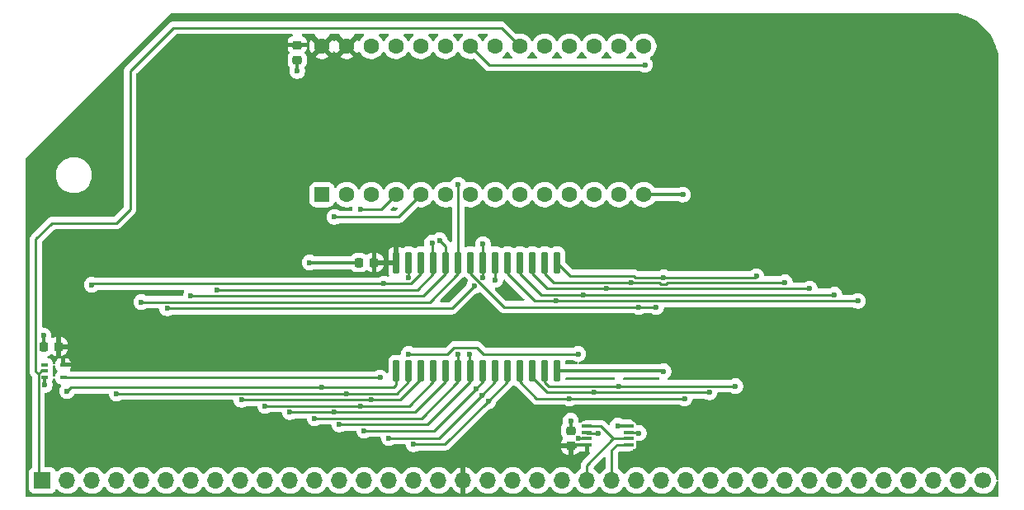
<source format=gbr>
%TF.GenerationSoftware,KiCad,Pcbnew,9.0.1*%
%TF.CreationDate,2025-04-07T11:30:42-07:00*%
%TF.ProjectId,32k-rom-ram,33326b2d-726f-46d2-9d72-616d2e6b6963,rev?*%
%TF.SameCoordinates,Original*%
%TF.FileFunction,Copper,L1,Top*%
%TF.FilePolarity,Positive*%
%FSLAX46Y46*%
G04 Gerber Fmt 4.6, Leading zero omitted, Abs format (unit mm)*
G04 Created by KiCad (PCBNEW 9.0.1) date 2025-04-07 11:30:42*
%MOMM*%
%LPD*%
G01*
G04 APERTURE LIST*
G04 Aperture macros list*
%AMRoundRect*
0 Rectangle with rounded corners*
0 $1 Rounding radius*
0 $2 $3 $4 $5 $6 $7 $8 $9 X,Y pos of 4 corners*
0 Add a 4 corners polygon primitive as box body*
4,1,4,$2,$3,$4,$5,$6,$7,$8,$9,$2,$3,0*
0 Add four circle primitives for the rounded corners*
1,1,$1+$1,$2,$3*
1,1,$1+$1,$4,$5*
1,1,$1+$1,$6,$7*
1,1,$1+$1,$8,$9*
0 Add four rect primitives between the rounded corners*
20,1,$1+$1,$2,$3,$4,$5,0*
20,1,$1+$1,$4,$5,$6,$7,0*
20,1,$1+$1,$6,$7,$8,$9,0*
20,1,$1+$1,$8,$9,$2,$3,0*%
G04 Aperture macros list end*
%TA.AperFunction,SMDPad,CuDef*%
%ADD10RoundRect,0.150000X0.150000X-0.987500X0.150000X0.987500X-0.150000X0.987500X-0.150000X-0.987500X0*%
%TD*%
%TA.AperFunction,SMDPad,CuDef*%
%ADD11RoundRect,0.225000X0.225000X0.250000X-0.225000X0.250000X-0.225000X-0.250000X0.225000X-0.250000X0*%
%TD*%
%TA.AperFunction,ComponentPad*%
%ADD12RoundRect,0.250000X0.550000X-0.550000X0.550000X0.550000X-0.550000X0.550000X-0.550000X-0.550000X0*%
%TD*%
%TA.AperFunction,ComponentPad*%
%ADD13C,1.600000*%
%TD*%
%TA.AperFunction,SMDPad,CuDef*%
%ADD14RoundRect,0.225000X0.250000X-0.225000X0.250000X0.225000X-0.250000X0.225000X-0.250000X-0.225000X0*%
%TD*%
%TA.AperFunction,ComponentPad*%
%ADD15C,1.700000*%
%TD*%
%TA.AperFunction,ComponentPad*%
%ADD16O,1.700000X1.700000*%
%TD*%
%TA.AperFunction,ComponentPad*%
%ADD17R,1.700000X1.700000*%
%TD*%
%TA.AperFunction,SMDPad,CuDef*%
%ADD18RoundRect,0.225000X-0.250000X0.225000X-0.250000X-0.225000X0.250000X-0.225000X0.250000X0.225000X0*%
%TD*%
%TA.AperFunction,SMDPad,CuDef*%
%ADD19R,1.100000X0.400000*%
%TD*%
%TA.AperFunction,SMDPad,CuDef*%
%ADD20RoundRect,0.100000X-0.225000X-0.100000X0.225000X-0.100000X0.225000X0.100000X-0.225000X0.100000X0*%
%TD*%
%TA.AperFunction,ViaPad*%
%ADD21C,0.600000*%
%TD*%
%TA.AperFunction,Conductor*%
%ADD22C,0.250000*%
%TD*%
%TA.AperFunction,Conductor*%
%ADD23C,0.350000*%
%TD*%
G04 APERTURE END LIST*
D10*
%TO.P,U2,1,A14*%
%TO.N,A14*%
X38100000Y13005000D03*
%TO.P,U2,2,A12*%
%TO.N,A12*%
X39370000Y13005000D03*
%TO.P,U2,3,A7*%
%TO.N,A7*%
X40640000Y13005000D03*
%TO.P,U2,4,A6*%
%TO.N,A6*%
X41910000Y13005000D03*
%TO.P,U2,5,A5*%
%TO.N,A5*%
X43180000Y13005000D03*
%TO.P,U2,6,A4*%
%TO.N,A4*%
X44450000Y13005000D03*
%TO.P,U2,7,A3*%
%TO.N,A3*%
X45720000Y13005000D03*
%TO.P,U2,8,A2*%
%TO.N,A2*%
X46990000Y13005000D03*
%TO.P,U2,9,A1*%
%TO.N,A1*%
X48260000Y13005000D03*
%TO.P,U2,10,A0*%
%TO.N,A0*%
X49530000Y13005000D03*
%TO.P,U2,11,Q0*%
%TO.N,D0*%
X50800000Y13005000D03*
%TO.P,U2,12,Q1*%
%TO.N,D1*%
X52070000Y13005000D03*
%TO.P,U2,13,Q2*%
%TO.N,D2*%
X53340000Y13005000D03*
%TO.P,U2,14,GND*%
%TO.N,GND*%
X54610000Y13005000D03*
%TO.P,U2,15,Q3*%
%TO.N,D3*%
X54610000Y24130000D03*
%TO.P,U2,16,Q4*%
%TO.N,D4*%
X53340000Y24130000D03*
%TO.P,U2,17,Q5*%
%TO.N,D5*%
X52070000Y24130000D03*
%TO.P,U2,18,Q6*%
%TO.N,D6*%
X50800000Y24130000D03*
%TO.P,U2,19,Q7*%
%TO.N,D7*%
X49530000Y24130000D03*
%TO.P,U2,20,~{CS}*%
%TO.N,Net-(U2-~{CS})*%
X48260000Y24130000D03*
%TO.P,U2,21,A10*%
%TO.N,A10*%
X46990000Y24130000D03*
%TO.P,U2,22,~{OE}*%
%TO.N,Net-(U2-~{OE})*%
X45720000Y24130000D03*
%TO.P,U2,23,A11*%
%TO.N,A11*%
X44450000Y24130000D03*
%TO.P,U2,24,A9*%
%TO.N,A9*%
X43180000Y24130000D03*
%TO.P,U2,25,A8*%
%TO.N,A8*%
X41910000Y24130000D03*
%TO.P,U2,26,A13*%
%TO.N,A13*%
X40640000Y24130000D03*
%TO.P,U2,27,~{WE}*%
%TO.N,Net-(U2-~{WE})*%
X39370000Y24130000D03*
%TO.P,U2,28,VCC*%
%TO.N,5V*%
X38100000Y24130000D03*
%TD*%
D11*
%TO.P,C3,1*%
%TO.N,5V*%
X3447000Y15494000D03*
%TO.P,C3,2*%
%TO.N,GND*%
X1897000Y15494000D03*
%TD*%
D12*
%TO.P,U4,1,A14*%
%TO.N,A14*%
X30480000Y31115000D03*
D13*
%TO.P,U4,2,A12*%
%TO.N,A12*%
X33020000Y31115000D03*
%TO.P,U4,3,A7*%
%TO.N,A7*%
X35560000Y31115000D03*
%TO.P,U4,4,A6*%
%TO.N,A6*%
X38100000Y31115000D03*
%TO.P,U4,5,A5*%
%TO.N,A5*%
X40640000Y31115000D03*
%TO.P,U4,6,A4*%
%TO.N,A4*%
X43180000Y31115000D03*
%TO.P,U4,7,A3*%
%TO.N,A3*%
X45720000Y31115000D03*
%TO.P,U4,8,A2*%
%TO.N,A2*%
X48260000Y31115000D03*
%TO.P,U4,9,A1*%
%TO.N,A1*%
X50800000Y31115000D03*
%TO.P,U4,10,A0*%
%TO.N,A0*%
X53340000Y31115000D03*
%TO.P,U4,11,D0*%
%TO.N,D0*%
X55880000Y31115000D03*
%TO.P,U4,12,D1*%
%TO.N,D1*%
X58420000Y31115000D03*
%TO.P,U4,13,D2*%
%TO.N,D2*%
X60960000Y31115000D03*
%TO.P,U4,14,GND*%
%TO.N,GND*%
X63500000Y31115000D03*
%TO.P,U4,15,D3*%
%TO.N,D3*%
X63500000Y46355000D03*
%TO.P,U4,16,D4*%
%TO.N,D4*%
X60960000Y46355000D03*
%TO.P,U4,17,D5*%
%TO.N,D5*%
X58420000Y46355000D03*
%TO.P,U4,18,D6*%
%TO.N,D6*%
X55880000Y46355000D03*
%TO.P,U4,19,D7*%
%TO.N,D7*%
X53340000Y46355000D03*
%TO.P,U4,20,~{CS}*%
%TO.N,A15*%
X50800000Y46355000D03*
%TO.P,U4,21,A10*%
%TO.N,A10*%
X48260000Y46355000D03*
%TO.P,U4,22,~{OE}*%
%TO.N,Net-(U2-~{OE})*%
X45720000Y46355000D03*
%TO.P,U4,23,A11*%
%TO.N,A11*%
X43180000Y46355000D03*
%TO.P,U4,24,A9*%
%TO.N,A9*%
X40640000Y46355000D03*
%TO.P,U4,25,A8*%
%TO.N,A8*%
X38100000Y46355000D03*
%TO.P,U4,26,A13*%
%TO.N,A13*%
X35560000Y46355000D03*
%TO.P,U4,27,~{WE}*%
%TO.N,5V*%
X33020000Y46355000D03*
%TO.P,U4,28,VCC*%
X30480000Y46355000D03*
%TD*%
D11*
%TO.P,C2,1*%
%TO.N,5V*%
X35840000Y24130000D03*
%TO.P,C2,2*%
%TO.N,GND*%
X34290000Y24130000D03*
%TD*%
D14*
%TO.P,C1,1*%
%TO.N,5V*%
X56007000Y5321000D03*
%TO.P,C1,2*%
%TO.N,GND*%
X56007000Y6871000D03*
%TD*%
D15*
%TO.P,J1,1,Pin_1*%
%TO.N,USR3*%
X98323400Y1752600D03*
D16*
%TO.P,J1,2,Pin_2*%
%TO.N,USR2*%
X95783400Y1752600D03*
%TO.P,J1,3,Pin_3*%
%TO.N,USR1*%
X93243400Y1752600D03*
%TO.P,J1,4,Pin_4*%
%TO.N,RX*%
X90703400Y1752600D03*
%TO.P,J1,5,Pin_5*%
%TO.N,TX*%
X88163400Y1752600D03*
%TO.P,J1,6,Pin_6*%
%TO.N,D7*%
X85623400Y1752600D03*
%TO.P,J1,7,Pin_7*%
%TO.N,D6*%
X83083400Y1752600D03*
%TO.P,J1,8,Pin_8*%
%TO.N,D5*%
X80543400Y1752600D03*
%TO.P,J1,9,Pin_9*%
%TO.N,D4*%
X78003400Y1752600D03*
%TO.P,J1,10,Pin_10*%
%TO.N,D3*%
X75463400Y1752600D03*
%TO.P,J1,11,Pin_11*%
%TO.N,D2*%
X72923400Y1752600D03*
%TO.P,J1,12,Pin_12*%
%TO.N,D1*%
X70383400Y1752600D03*
%TO.P,J1,13,Pin_13*%
%TO.N,D0*%
X67843400Y1752600D03*
%TO.P,J1,14,Pin_14*%
%TO.N,~{IORQ}*%
X65303400Y1752600D03*
%TO.P,J1,15,Pin_15*%
%TO.N,~{RD}*%
X62763400Y1752600D03*
%TO.P,J1,16,Pin_16*%
%TO.N,~{WR}*%
X60223400Y1752600D03*
%TO.P,J1,17,Pin_17*%
%TO.N,~{MREQ}*%
X57683400Y1752600D03*
%TO.P,J1,18,Pin_18*%
%TO.N,~{INT}*%
X55143400Y1752600D03*
%TO.P,J1,19,Pin_19*%
%TO.N,CLK*%
X52603400Y1752600D03*
%TO.P,J1,20,Pin_20*%
%TO.N,~{RESET}*%
X50063400Y1752600D03*
%TO.P,J1,21,Pin_21*%
%TO.N,~{M1}*%
X47523400Y1752600D03*
%TO.P,J1,22,Pin_22*%
%TO.N,5V*%
X44983400Y1752600D03*
%TO.P,J1,23,Pin_23*%
%TO.N,GND*%
X42443400Y1752600D03*
%TO.P,J1,24,Pin_24*%
%TO.N,A0*%
X39903400Y1752600D03*
%TO.P,J1,25,Pin_25*%
%TO.N,A1*%
X37363400Y1752600D03*
%TO.P,J1,26,Pin_26*%
%TO.N,A2*%
X34823400Y1752600D03*
%TO.P,J1,27,Pin_27*%
%TO.N,A3*%
X32283400Y1752600D03*
%TO.P,J1,28,Pin_28*%
%TO.N,A4*%
X29743400Y1752600D03*
%TO.P,J1,29,Pin_29*%
%TO.N,A5*%
X27203400Y1752600D03*
%TO.P,J1,30,Pin_30*%
%TO.N,A6*%
X24663400Y1752600D03*
%TO.P,J1,31,Pin_31*%
%TO.N,A7*%
X22123400Y1752600D03*
%TO.P,J1,32,Pin_32*%
%TO.N,A8*%
X19583400Y1752600D03*
%TO.P,J1,33,Pin_33*%
%TO.N,A9*%
X17043400Y1752600D03*
%TO.P,J1,34,Pin_34*%
%TO.N,A10*%
X14503400Y1752600D03*
%TO.P,J1,35,Pin_35*%
%TO.N,A11*%
X11963400Y1752600D03*
%TO.P,J1,36,Pin_36*%
%TO.N,A12*%
X9423400Y1752600D03*
%TO.P,J1,37,Pin_37*%
%TO.N,A13*%
X6883400Y1752600D03*
%TO.P,J1,38,Pin_38*%
%TO.N,A14*%
X4343400Y1752600D03*
D17*
%TO.P,J1,39,Pin_39*%
%TO.N,A15*%
X1803400Y1752600D03*
%TD*%
D18*
%TO.P,C4,1*%
%TO.N,5V*%
X27940000Y46495000D03*
%TO.P,C4,2*%
%TO.N,GND*%
X27940000Y44945000D03*
%TD*%
D19*
%TO.P,U1,1*%
%TO.N,~{WR}*%
X61967000Y5375000D03*
%TO.P,U1,2*%
%TO.N,~{MREQ}*%
X61967000Y6025000D03*
%TO.P,U1,3*%
%TO.N,Net-(U2-~{OE})*%
X61967000Y6675000D03*
%TO.P,U1,4,GND*%
%TO.N,GND*%
X61967000Y7325000D03*
%TO.P,U1,5*%
%TO.N,~{MREQ}*%
X57667000Y7325000D03*
%TO.P,U1,6*%
%TO.N,~{RD}*%
X57667000Y6675000D03*
%TO.P,U1,7*%
%TO.N,Net-(U2-~{WE})*%
X57667000Y6025000D03*
%TO.P,U1,8,VCC*%
%TO.N,5V*%
X57667000Y5375000D03*
%TD*%
D20*
%TO.P,U3,1*%
%TO.N,N/C*%
X2037000Y13619000D03*
%TO.P,U3,2*%
%TO.N,A15*%
X2037000Y12969000D03*
%TO.P,U3,3,GND*%
%TO.N,GND*%
X2037000Y12319000D03*
%TO.P,U3,4*%
%TO.N,Net-(U2-~{CS})*%
X3937000Y12319000D03*
%TO.P,U3,5,VCC*%
%TO.N,5V*%
X3937000Y13619000D03*
%TD*%
D21*
%TO.N,~{RD}*%
X58801000Y6604000D03*
%TO.N,Net-(U2-~{WE})*%
X56769000Y14732000D03*
X39370000Y22606000D03*
X56769000Y6096000D03*
X39370000Y14732000D03*
%TO.N,Net-(U2-~{OE})*%
X62992000Y19558000D03*
X62992000Y6604000D03*
X63627000Y44450000D03*
X64770000Y19558000D03*
%TO.N,Net-(U2-~{CS})*%
X48260000Y22352000D03*
X36449000Y12319000D03*
%TO.N,GND*%
X2032000Y11557000D03*
X29210000Y24130000D03*
X1905000Y16637000D03*
X67513200Y31115000D03*
X56007000Y7874000D03*
X60833000Y7366000D03*
X27940000Y43815000D03*
X65532000Y12954000D03*
%TO.N,A14*%
X4318000Y10922000D03*
X30480000Y11303000D03*
%TO.N,A13*%
X36830000Y21971000D03*
X6858000Y21844000D03*
%TO.N,A12*%
X33020000Y10668000D03*
X9398000Y10668000D03*
%TO.N,A11*%
X44450000Y32131000D03*
X11938000Y20066000D03*
%TO.N,A10*%
X46990000Y26035000D03*
X46990000Y22606000D03*
X14605000Y19431000D03*
X46106309Y21722308D03*
%TO.N,A9*%
X42545000Y26416000D03*
X17018000Y20701000D03*
%TO.N,A8*%
X19685000Y21336000D03*
X41783000Y26162000D03*
%TO.N,A7*%
X35560000Y10033000D03*
X22225000Y10033000D03*
%TO.N,A6*%
X24638000Y9398000D03*
X34417000Y9398000D03*
X34417000Y29591000D03*
%TO.N,A5*%
X31750000Y28829000D03*
X31750000Y8763000D03*
X27178000Y8763000D03*
%TO.N,A4*%
X29718000Y8128000D03*
X44450000Y14732000D03*
%TO.N,A3*%
X45593000Y14732000D03*
X32258000Y7493000D03*
%TO.N,A2*%
X46263250Y11140750D03*
X34798000Y6858000D03*
%TO.N,A1*%
X37338000Y6096000D03*
X46898250Y10505750D03*
%TO.N,A0*%
X47533250Y9870750D03*
X39878000Y5461000D03*
%TO.N,D0*%
X67691000Y10160000D03*
X55880000Y10160000D03*
%TO.N,D1*%
X70231000Y10795000D03*
X58420000Y10795000D03*
%TO.N,D2*%
X60960000Y11430000D03*
X72898000Y11430000D03*
%TO.N,D3*%
X75057000Y22733000D03*
X65532000Y22606000D03*
%TO.N,D4*%
X62230000Y22098000D03*
X77978000Y22098000D03*
%TO.N,D5*%
X80518000Y21463000D03*
X59690000Y21463000D03*
%TO.N,D6*%
X57277000Y20828000D03*
X83058000Y20828000D03*
%TO.N,D7*%
X85471000Y20193000D03*
X54483000Y20193000D03*
%TD*%
D22*
%TO.N,~{WR}*%
X60223400Y1752600D02*
X60223400Y4851400D01*
X60747000Y5375000D02*
X61967000Y5375000D01*
X60223400Y4851400D02*
X60747000Y5375000D01*
%TO.N,~{RD}*%
X58801000Y6604000D02*
X57738000Y6604000D01*
X57738000Y6604000D02*
X57667000Y6675000D01*
%TO.N,Net-(U2-~{WE})*%
X46380595Y15407000D02*
X47055595Y14732000D01*
X47055595Y14732000D02*
X56769000Y14732000D01*
X56840000Y6025000D02*
X56769000Y6096000D01*
X39370000Y24130000D02*
X39370000Y22606000D01*
X44043405Y15407000D02*
X46380595Y15407000D01*
X57667000Y6025000D02*
X56840000Y6025000D01*
X39370000Y14732000D02*
X43368405Y14732000D01*
X43368405Y14732000D02*
X44043405Y15407000D01*
%TO.N,Net-(U2-~{OE})*%
X45720000Y46355000D02*
X47625000Y44450000D01*
X62992000Y19558000D02*
X49154501Y19558000D01*
X64770000Y19558000D02*
X62992000Y19558000D01*
X45720000Y22992501D02*
X45720000Y24130000D01*
X61967000Y6675000D02*
X62921000Y6675000D01*
X62921000Y6675000D02*
X62992000Y6604000D01*
X49154501Y19558000D02*
X45720000Y22992501D01*
X47625000Y44450000D02*
X63627000Y44450000D01*
%TO.N,~{MREQ}*%
X57667000Y7325000D02*
X59096000Y7325000D01*
X59096000Y7325000D02*
X60396000Y6025000D01*
X57683400Y1752600D02*
X57683400Y3312400D01*
X60396000Y6025000D02*
X61967000Y6025000D01*
X57683400Y3312400D02*
X60396000Y6025000D01*
%TO.N,Net-(U2-~{CS})*%
X48260000Y22352000D02*
X48260000Y24130000D01*
X3937000Y12319000D02*
X36449000Y12319000D01*
D23*
%TO.N,GND*%
X2037000Y11562000D02*
X2032000Y11557000D01*
X61967000Y7325000D02*
X60874000Y7325000D01*
X27940000Y44945000D02*
X27940000Y43815000D01*
X1897000Y16629000D02*
X1905000Y16637000D01*
X63500000Y31115000D02*
X67513200Y31115000D01*
X54610000Y13005000D02*
X65481000Y13005000D01*
X34290000Y24130000D02*
X29210000Y24130000D01*
X60874000Y7325000D02*
X60833000Y7366000D01*
X65481000Y13005000D02*
X65532000Y12954000D01*
X2037000Y12319000D02*
X2037000Y11562000D01*
X1897000Y15494000D02*
X1897000Y16629000D01*
X56007000Y6871000D02*
X56007000Y7874000D01*
D22*
%TO.N,A15*%
X1121000Y12907999D02*
X1121000Y26521000D01*
X2794000Y28194000D02*
X9398000Y28194000D01*
X10795000Y43815000D02*
X15240000Y48260000D01*
X15240000Y48260000D02*
X48895000Y48260000D01*
X9398000Y28194000D02*
X10795000Y29591000D01*
X1803400Y1752600D02*
X1386000Y2170000D01*
X1386000Y2170000D02*
X1386000Y12642999D01*
X1386000Y12642999D02*
X1121000Y12907999D01*
X1386000Y12642999D02*
X1712001Y12969000D01*
X1712001Y12969000D02*
X2037000Y12969000D01*
X48895000Y48260000D02*
X50800000Y46355000D01*
X10795000Y29591000D02*
X10795000Y43815000D01*
X1121000Y26521000D02*
X2794000Y28194000D01*
%TO.N,A14*%
X38100000Y13005000D02*
X38100000Y11557000D01*
X4699000Y11303000D02*
X4318000Y10922000D01*
X37846000Y11303000D02*
X30480000Y11303000D01*
X30480000Y11303000D02*
X4699000Y11303000D01*
X38100000Y11557000D02*
X37846000Y11303000D01*
%TO.N,A13*%
X40640000Y24130000D02*
X40640000Y22992501D01*
X40640000Y22992501D02*
X39618499Y21971000D01*
X36830000Y21971000D02*
X6985000Y21971000D01*
X36830000Y21971000D02*
X39618499Y21971000D01*
X6985000Y21971000D02*
X6858000Y21844000D01*
%TO.N,A12*%
X39370000Y11867501D02*
X38170499Y10668000D01*
X38170499Y10668000D02*
X33020000Y10668000D01*
X33020000Y10668000D02*
X9398000Y10668000D01*
X39370000Y13005000D02*
X39370000Y11867501D01*
%TO.N,A11*%
X44450000Y22992501D02*
X41523499Y20066000D01*
X44450000Y24130000D02*
X44450000Y22992501D01*
X41523499Y20066000D02*
X11938000Y20066000D01*
X44450000Y32131000D02*
X44450000Y24130000D01*
%TO.N,A10*%
X46990000Y26035000D02*
X46990000Y24130000D01*
X43815001Y19431000D02*
X14605000Y19431000D01*
X46990000Y24130000D02*
X46990000Y22606000D01*
X46106309Y21722308D02*
X43815001Y19431000D01*
%TO.N,A9*%
X40888499Y20701000D02*
X17018000Y20701000D01*
X42545000Y26416000D02*
X43180000Y25781000D01*
X43180000Y24130000D02*
X43180000Y22992501D01*
X43180000Y25781000D02*
X43180000Y24130000D01*
X43180000Y22992501D02*
X40888499Y20701000D01*
%TO.N,A8*%
X41910000Y22992501D02*
X40253499Y21336000D01*
X40253499Y21336000D02*
X19685000Y21336000D01*
X41783000Y26162000D02*
X41783000Y24257000D01*
X41783000Y24257000D02*
X41910000Y24130000D01*
X41910000Y24130000D02*
X41910000Y22992501D01*
%TO.N,A7*%
X35560000Y10033000D02*
X22098000Y10033000D01*
X22098000Y10033000D02*
X22225000Y10033000D01*
X40640000Y12192000D02*
X38481000Y10033000D01*
X38481000Y10033000D02*
X35560000Y10033000D01*
X40640000Y13005000D02*
X40640000Y12192000D01*
%TO.N,A6*%
X41910000Y11867501D02*
X39440499Y9398000D01*
X38100000Y31115000D02*
X36576000Y29591000D01*
X36576000Y29591000D02*
X34417000Y29591000D01*
X39440499Y9398000D02*
X24638000Y9398000D01*
X41910000Y13005000D02*
X41910000Y11867501D01*
%TO.N,A5*%
X40640000Y31115000D02*
X38354000Y28829000D01*
X31750000Y8763000D02*
X27178000Y8763000D01*
X40075499Y8763000D02*
X31750000Y8763000D01*
X43180000Y13005000D02*
X43180000Y11867501D01*
X43180000Y11867501D02*
X40075499Y8763000D01*
X38354000Y28829000D02*
X31750000Y28829000D01*
%TO.N,A4*%
X40710499Y8128000D02*
X29718000Y8128000D01*
X44450000Y13005000D02*
X44450000Y11867501D01*
X44450000Y14732000D02*
X44450000Y13005000D01*
X44450000Y11867501D02*
X40710499Y8128000D01*
%TO.N,A3*%
X45720000Y11867501D02*
X41345499Y7493000D01*
X45593000Y13132000D02*
X45720000Y13005000D01*
X45720000Y13005000D02*
X45720000Y11867501D01*
X41345499Y7493000D02*
X32258000Y7493000D01*
X45593000Y14732000D02*
X45593000Y13132000D01*
%TO.N,A2*%
X46263250Y11140750D02*
X41980499Y6858000D01*
X46990000Y13005000D02*
X46990000Y11867501D01*
X46990000Y11867501D02*
X46263250Y11140750D01*
X41980499Y6858000D02*
X34798000Y6858000D01*
%TO.N,A1*%
X48260000Y13005000D02*
X48260000Y11867501D01*
X48260000Y11867501D02*
X46898250Y10505750D01*
X42488499Y6096000D02*
X37338000Y6096000D01*
X46898250Y10505750D02*
X42488499Y6096000D01*
%TO.N,A0*%
X43123499Y5461000D02*
X39878000Y5461000D01*
X49530000Y11867501D02*
X47533250Y9870750D01*
X47533250Y9870750D02*
X43123499Y5461000D01*
X49530000Y13005000D02*
X49530000Y11867501D01*
D23*
%TO.N,5V*%
X57667000Y5375000D02*
X56061000Y5375000D01*
X35840000Y24130000D02*
X38100000Y24130000D01*
X56061000Y5375000D02*
X56007000Y5321000D01*
D22*
%TO.N,D0*%
X50800000Y13005000D02*
X50800000Y11867501D01*
X50800000Y11867501D02*
X52507501Y10160000D01*
X52507501Y10160000D02*
X67691000Y10160000D01*
%TO.N,D1*%
X52070000Y12319000D02*
X53594000Y10795000D01*
X58420000Y10795000D02*
X70231000Y10795000D01*
X53594000Y10795000D02*
X58420000Y10795000D01*
X52070000Y13005000D02*
X52070000Y12319000D01*
%TO.N,D2*%
X53340000Y11811000D02*
X53721000Y11430000D01*
X53340000Y13005000D02*
X53340000Y11811000D01*
X60960000Y11430000D02*
X72898000Y11430000D01*
X53721000Y11430000D02*
X60960000Y11430000D01*
%TO.N,D3*%
X55967000Y22773000D02*
X62509595Y22773000D01*
X74930000Y22606000D02*
X75057000Y22733000D01*
X65532000Y22606000D02*
X74930000Y22606000D01*
X54610000Y24130000D02*
X55967000Y22773000D01*
X62676595Y22606000D02*
X65532000Y22606000D01*
X62509595Y22773000D02*
X62676595Y22606000D01*
%TO.N,D4*%
X65085405Y22098000D02*
X65252405Y21931000D01*
X62230000Y22098000D02*
X65085405Y22098000D01*
X65811595Y21931000D02*
X65978595Y22098000D01*
X65978595Y22098000D02*
X77978000Y22098000D01*
X65252405Y21931000D02*
X65811595Y21931000D01*
X53340000Y22992501D02*
X54234501Y22098000D01*
X53340000Y24130000D02*
X53340000Y22992501D01*
X54234501Y22098000D02*
X62230000Y22098000D01*
%TO.N,D5*%
X52070000Y24130000D02*
X52070000Y22992501D01*
X53599501Y21463000D02*
X59690000Y21463000D01*
X52070000Y22992501D02*
X53599501Y21463000D01*
X59690000Y21463000D02*
X80518000Y21463000D01*
%TO.N,D6*%
X57277000Y20828000D02*
X83058000Y20828000D01*
X50800000Y22992501D02*
X52964501Y20828000D01*
X52964501Y20828000D02*
X57277000Y20828000D01*
X50800000Y24130000D02*
X50800000Y22992501D01*
%TO.N,D7*%
X49530000Y22992501D02*
X52329501Y20193000D01*
X54483000Y20193000D02*
X85471000Y20193000D01*
X52329501Y20193000D02*
X54483000Y20193000D01*
X49530000Y24130000D02*
X49530000Y22992501D01*
%TD*%
%TA.AperFunction,Conductor*%
%TO.N,5V*%
G36*
X94773784Y49784696D02*
G01*
X94793878Y49784698D01*
X94793880Y49784697D01*
X94815862Y49784700D01*
X94820953Y49784596D01*
X95234907Y49767539D01*
X95245076Y49766697D01*
X95653656Y49715832D01*
X95663721Y49714154D01*
X96066704Y49629723D01*
X96076634Y49627209D01*
X96471232Y49509799D01*
X96480910Y49506478D01*
X96864490Y49356872D01*
X96873840Y49352773D01*
X97243759Y49172001D01*
X97252753Y49167136D01*
X97606483Y48956433D01*
X97615043Y48950841D01*
X97950147Y48711660D01*
X97958230Y48705371D01*
X98272426Y48439344D01*
X98279968Y48432404D01*
X98571131Y48141331D01*
X98578073Y48133792D01*
X98844201Y47819673D01*
X98850497Y47811586D01*
X99089773Y47476569D01*
X99095380Y47467990D01*
X99306175Y47114355D01*
X99311054Y47105343D01*
X99491929Y46735502D01*
X99496047Y46726117D01*
X99645756Y46342620D01*
X99649086Y46332927D01*
X99766623Y45938351D01*
X99769140Y45928416D01*
X99853688Y45525498D01*
X99855376Y45515390D01*
X99906362Y45106869D01*
X99907210Y45096656D01*
X99924393Y44682767D01*
X99924500Y44677623D01*
X99924500Y1903367D01*
X99904815Y1836328D01*
X99852011Y1790573D01*
X99782853Y1780629D01*
X99719297Y1809654D01*
X99681523Y1868432D01*
X99678027Y1883969D01*
X99674955Y1903367D01*
X99648449Y2070716D01*
X99582372Y2274083D01*
X99582372Y2274084D01*
X99532907Y2371162D01*
X99485294Y2464609D01*
X99359606Y2637604D01*
X99208404Y2788806D01*
X99035409Y2914494D01*
X99024603Y2920000D01*
X98844883Y3011573D01*
X98844880Y3011574D01*
X98641517Y3077649D01*
X98535916Y3094375D01*
X98430316Y3111100D01*
X98216484Y3111100D01*
X98146084Y3099950D01*
X98005282Y3077649D01*
X97801919Y3011574D01*
X97801916Y3011573D01*
X97611390Y2914494D01*
X97438393Y2788804D01*
X97287196Y2637607D01*
X97161505Y2464609D01*
X97159127Y2460727D01*
X97107314Y2413852D01*
X97038384Y2402431D01*
X96974222Y2430088D01*
X96947673Y2460727D01*
X96945294Y2464609D01*
X96945293Y2464610D01*
X96819606Y2637604D01*
X96668404Y2788806D01*
X96495409Y2914494D01*
X96484603Y2920000D01*
X96304883Y3011573D01*
X96304880Y3011574D01*
X96101517Y3077649D01*
X95995916Y3094375D01*
X95890316Y3111100D01*
X95676484Y3111100D01*
X95606084Y3099950D01*
X95465282Y3077649D01*
X95261919Y3011574D01*
X95261916Y3011573D01*
X95071390Y2914494D01*
X94898393Y2788804D01*
X94747196Y2637607D01*
X94621505Y2464609D01*
X94619127Y2460727D01*
X94567314Y2413852D01*
X94498384Y2402431D01*
X94434222Y2430088D01*
X94407673Y2460727D01*
X94405294Y2464609D01*
X94405293Y2464610D01*
X94279606Y2637604D01*
X94128404Y2788806D01*
X93955409Y2914494D01*
X93944603Y2920000D01*
X93764883Y3011573D01*
X93764880Y3011574D01*
X93561517Y3077649D01*
X93455916Y3094375D01*
X93350316Y3111100D01*
X93136484Y3111100D01*
X93066084Y3099950D01*
X92925282Y3077649D01*
X92721919Y3011574D01*
X92721916Y3011573D01*
X92531390Y2914494D01*
X92358393Y2788804D01*
X92207196Y2637607D01*
X92081505Y2464609D01*
X92079127Y2460727D01*
X92027314Y2413852D01*
X91958384Y2402431D01*
X91894222Y2430088D01*
X91867673Y2460727D01*
X91865294Y2464609D01*
X91865293Y2464610D01*
X91739606Y2637604D01*
X91588404Y2788806D01*
X91415409Y2914494D01*
X91404603Y2920000D01*
X91224883Y3011573D01*
X91224880Y3011574D01*
X91021517Y3077649D01*
X90915916Y3094375D01*
X90810316Y3111100D01*
X90596484Y3111100D01*
X90526084Y3099950D01*
X90385282Y3077649D01*
X90181919Y3011574D01*
X90181916Y3011573D01*
X89991390Y2914494D01*
X89818393Y2788804D01*
X89667196Y2637607D01*
X89541505Y2464609D01*
X89539127Y2460727D01*
X89487314Y2413852D01*
X89418384Y2402431D01*
X89354222Y2430088D01*
X89327673Y2460727D01*
X89325294Y2464609D01*
X89325293Y2464610D01*
X89199606Y2637604D01*
X89048404Y2788806D01*
X88875409Y2914494D01*
X88864603Y2920000D01*
X88684883Y3011573D01*
X88684880Y3011574D01*
X88481517Y3077649D01*
X88375916Y3094375D01*
X88270316Y3111100D01*
X88056484Y3111100D01*
X87986084Y3099950D01*
X87845282Y3077649D01*
X87641919Y3011574D01*
X87641916Y3011573D01*
X87451390Y2914494D01*
X87278393Y2788804D01*
X87127196Y2637607D01*
X87001505Y2464609D01*
X86999127Y2460727D01*
X86947314Y2413852D01*
X86878384Y2402431D01*
X86814222Y2430088D01*
X86787673Y2460727D01*
X86785294Y2464609D01*
X86785293Y2464610D01*
X86659606Y2637604D01*
X86508404Y2788806D01*
X86335409Y2914494D01*
X86324603Y2920000D01*
X86144883Y3011573D01*
X86144880Y3011574D01*
X85941517Y3077649D01*
X85835916Y3094375D01*
X85730316Y3111100D01*
X85516484Y3111100D01*
X85446084Y3099950D01*
X85305282Y3077649D01*
X85101919Y3011574D01*
X85101916Y3011573D01*
X84911390Y2914494D01*
X84738393Y2788804D01*
X84587196Y2637607D01*
X84461505Y2464609D01*
X84459127Y2460727D01*
X84407314Y2413852D01*
X84338384Y2402431D01*
X84274222Y2430088D01*
X84247673Y2460727D01*
X84245294Y2464609D01*
X84245293Y2464610D01*
X84119606Y2637604D01*
X83968404Y2788806D01*
X83795409Y2914494D01*
X83784603Y2920000D01*
X83604883Y3011573D01*
X83604880Y3011574D01*
X83401517Y3077649D01*
X83295916Y3094375D01*
X83190316Y3111100D01*
X82976484Y3111100D01*
X82906084Y3099950D01*
X82765282Y3077649D01*
X82561919Y3011574D01*
X82561916Y3011573D01*
X82371390Y2914494D01*
X82198393Y2788804D01*
X82047196Y2637607D01*
X81921505Y2464609D01*
X81919127Y2460727D01*
X81867314Y2413852D01*
X81798384Y2402431D01*
X81734222Y2430088D01*
X81707673Y2460727D01*
X81705294Y2464609D01*
X81705293Y2464610D01*
X81579606Y2637604D01*
X81428404Y2788806D01*
X81255409Y2914494D01*
X81244603Y2920000D01*
X81064883Y3011573D01*
X81064880Y3011574D01*
X80861517Y3077649D01*
X80755916Y3094375D01*
X80650316Y3111100D01*
X80436484Y3111100D01*
X80366084Y3099950D01*
X80225282Y3077649D01*
X80021919Y3011574D01*
X80021916Y3011573D01*
X79831390Y2914494D01*
X79658393Y2788804D01*
X79507196Y2637607D01*
X79381505Y2464609D01*
X79379127Y2460727D01*
X79327314Y2413852D01*
X79258384Y2402431D01*
X79194222Y2430088D01*
X79167673Y2460727D01*
X79165294Y2464609D01*
X79165293Y2464610D01*
X79039606Y2637604D01*
X78888404Y2788806D01*
X78715409Y2914494D01*
X78704603Y2920000D01*
X78524883Y3011573D01*
X78524880Y3011574D01*
X78321517Y3077649D01*
X78215916Y3094375D01*
X78110316Y3111100D01*
X77896484Y3111100D01*
X77826084Y3099950D01*
X77685282Y3077649D01*
X77481919Y3011574D01*
X77481916Y3011573D01*
X77291390Y2914494D01*
X77118393Y2788804D01*
X76967196Y2637607D01*
X76841505Y2464609D01*
X76839127Y2460727D01*
X76787314Y2413852D01*
X76718384Y2402431D01*
X76654222Y2430088D01*
X76627673Y2460727D01*
X76625294Y2464609D01*
X76625293Y2464610D01*
X76499606Y2637604D01*
X76348404Y2788806D01*
X76175409Y2914494D01*
X76164603Y2920000D01*
X75984883Y3011573D01*
X75984880Y3011574D01*
X75781517Y3077649D01*
X75675916Y3094375D01*
X75570316Y3111100D01*
X75356484Y3111100D01*
X75286084Y3099950D01*
X75145282Y3077649D01*
X74941919Y3011574D01*
X74941916Y3011573D01*
X74751390Y2914494D01*
X74578393Y2788804D01*
X74427196Y2637607D01*
X74301505Y2464609D01*
X74299127Y2460727D01*
X74247314Y2413852D01*
X74178384Y2402431D01*
X74114222Y2430088D01*
X74087673Y2460727D01*
X74085294Y2464609D01*
X74085293Y2464610D01*
X73959606Y2637604D01*
X73808404Y2788806D01*
X73635409Y2914494D01*
X73624603Y2920000D01*
X73444883Y3011573D01*
X73444880Y3011574D01*
X73241517Y3077649D01*
X73135916Y3094375D01*
X73030316Y3111100D01*
X72816484Y3111100D01*
X72746084Y3099950D01*
X72605282Y3077649D01*
X72401919Y3011574D01*
X72401916Y3011573D01*
X72211390Y2914494D01*
X72038393Y2788804D01*
X71887196Y2637607D01*
X71761505Y2464609D01*
X71759127Y2460727D01*
X71707314Y2413852D01*
X71638384Y2402431D01*
X71574222Y2430088D01*
X71547673Y2460727D01*
X71545294Y2464609D01*
X71545293Y2464610D01*
X71419606Y2637604D01*
X71268404Y2788806D01*
X71095409Y2914494D01*
X71084603Y2920000D01*
X70904883Y3011573D01*
X70904880Y3011574D01*
X70701517Y3077649D01*
X70595916Y3094375D01*
X70490316Y3111100D01*
X70276484Y3111100D01*
X70206084Y3099950D01*
X70065282Y3077649D01*
X69861919Y3011574D01*
X69861916Y3011573D01*
X69671390Y2914494D01*
X69498393Y2788804D01*
X69347196Y2637607D01*
X69221505Y2464609D01*
X69219127Y2460727D01*
X69167314Y2413852D01*
X69098384Y2402431D01*
X69034222Y2430088D01*
X69007673Y2460727D01*
X69005294Y2464609D01*
X69005293Y2464610D01*
X68879606Y2637604D01*
X68728404Y2788806D01*
X68555409Y2914494D01*
X68544603Y2920000D01*
X68364883Y3011573D01*
X68364880Y3011574D01*
X68161517Y3077649D01*
X68055916Y3094375D01*
X67950316Y3111100D01*
X67736484Y3111100D01*
X67666084Y3099950D01*
X67525282Y3077649D01*
X67321919Y3011574D01*
X67321916Y3011573D01*
X67131390Y2914494D01*
X66958393Y2788804D01*
X66807196Y2637607D01*
X66681505Y2464609D01*
X66679127Y2460727D01*
X66627314Y2413852D01*
X66558384Y2402431D01*
X66494222Y2430088D01*
X66467673Y2460727D01*
X66465294Y2464609D01*
X66465293Y2464610D01*
X66339606Y2637604D01*
X66188404Y2788806D01*
X66015409Y2914494D01*
X66004603Y2920000D01*
X65824883Y3011573D01*
X65824880Y3011574D01*
X65621517Y3077649D01*
X65515916Y3094375D01*
X65410316Y3111100D01*
X65196484Y3111100D01*
X65126084Y3099950D01*
X64985282Y3077649D01*
X64781919Y3011574D01*
X64781916Y3011573D01*
X64591390Y2914494D01*
X64418393Y2788804D01*
X64267196Y2637607D01*
X64141505Y2464609D01*
X64139127Y2460727D01*
X64087314Y2413852D01*
X64018384Y2402431D01*
X63954222Y2430088D01*
X63927673Y2460727D01*
X63925294Y2464609D01*
X63925293Y2464610D01*
X63799606Y2637604D01*
X63648404Y2788806D01*
X63475409Y2914494D01*
X63464603Y2920000D01*
X63284883Y3011573D01*
X63284880Y3011574D01*
X63081517Y3077649D01*
X62975916Y3094375D01*
X62870316Y3111100D01*
X62656484Y3111100D01*
X62586084Y3099950D01*
X62445282Y3077649D01*
X62241919Y3011574D01*
X62241916Y3011573D01*
X62051390Y2914494D01*
X61878393Y2788804D01*
X61727196Y2637607D01*
X61601505Y2464609D01*
X61599127Y2460727D01*
X61547314Y2413852D01*
X61478384Y2402431D01*
X61414222Y2430088D01*
X61387673Y2460727D01*
X61385294Y2464609D01*
X61385293Y2464610D01*
X61259606Y2637604D01*
X61108404Y2788806D01*
X60935409Y2914494D01*
X60935408Y2914495D01*
X60935406Y2914496D01*
X60924604Y2920000D01*
X60873808Y2967975D01*
X60856900Y3030484D01*
X60856900Y4537634D01*
X60865544Y4567075D01*
X60872068Y4597061D01*
X60875822Y4602077D01*
X60876585Y4604673D01*
X60893219Y4625315D01*
X60973085Y4705181D01*
X61034408Y4738666D01*
X61060766Y4741500D01*
X62029395Y4741500D01*
X62029396Y4741501D01*
X62151785Y4765845D01*
X62267075Y4813600D01*
X62370833Y4882929D01*
X62387508Y4899604D01*
X62426086Y4938181D01*
X62487409Y4971666D01*
X62513767Y4974500D01*
X62536750Y4974500D01*
X62536751Y4974501D01*
X62551568Y4977448D01*
X62595229Y4986132D01*
X62595229Y4986133D01*
X62595231Y4986133D01*
X62661552Y5030448D01*
X62705867Y5096769D01*
X62705867Y5096771D01*
X62705868Y5096771D01*
X62714552Y5140432D01*
X62717500Y5155252D01*
X62717500Y5594748D01*
X62717500Y5594751D01*
X62704100Y5662115D01*
X62710327Y5731707D01*
X62753190Y5786884D01*
X62819079Y5810129D01*
X62849908Y5807924D01*
X62888920Y5800165D01*
X62912367Y5795501D01*
X62912369Y5795500D01*
X62912370Y5795500D01*
X63071631Y5795500D01*
X63071632Y5795501D01*
X63227831Y5826570D01*
X63374968Y5887517D01*
X63507389Y5975997D01*
X63620003Y6088611D01*
X63708483Y6221032D01*
X63769430Y6368169D01*
X63800500Y6524370D01*
X63800500Y6683630D01*
X63769430Y6839831D01*
X63708483Y6986968D01*
X63620003Y7119389D01*
X63619998Y7119395D01*
X63507394Y7231999D01*
X63507387Y7232005D01*
X63374969Y7320483D01*
X63227831Y7381430D01*
X63227823Y7381432D01*
X63071634Y7412500D01*
X63071630Y7412500D01*
X62912370Y7412500D01*
X62884684Y7406993D01*
X62865690Y7403215D01*
X62796098Y7409444D01*
X62740922Y7452307D01*
X62717678Y7518197D01*
X62717500Y7524833D01*
X62717500Y7544751D01*
X62717499Y7544753D01*
X62705868Y7603230D01*
X62705867Y7603231D01*
X62661552Y7669553D01*
X62595230Y7713868D01*
X62568375Y7719210D01*
X62506464Y7751596D01*
X62499815Y7758801D01*
X62402709Y7855907D01*
X62402705Y7855910D01*
X62290762Y7930709D01*
X62290759Y7930710D01*
X62166371Y7982233D01*
X62166363Y7982235D01*
X62034321Y8008500D01*
X62034319Y8008500D01*
X61364306Y8008500D01*
X61297267Y8028185D01*
X61295453Y8029373D01*
X61247910Y8061140D01*
X61215973Y8082480D01*
X61215964Y8082485D01*
X61068831Y8143430D01*
X61068823Y8143432D01*
X60912634Y8174500D01*
X60912630Y8174500D01*
X60753370Y8174500D01*
X60753365Y8174500D01*
X60597176Y8143432D01*
X60597168Y8143430D01*
X60450030Y8082483D01*
X60317612Y7994005D01*
X60317605Y7993999D01*
X60205001Y7881395D01*
X60204995Y7881388D01*
X60116517Y7748970D01*
X60055570Y7601832D01*
X60055568Y7601824D01*
X60044336Y7545357D01*
X60011951Y7483446D01*
X59951235Y7448872D01*
X59881466Y7452611D01*
X59835038Y7481867D01*
X59499836Y7817069D01*
X59499832Y7817072D01*
X59396081Y7886397D01*
X59396072Y7886402D01*
X59280785Y7934155D01*
X59280777Y7934157D01*
X59158398Y7958500D01*
X59158394Y7958500D01*
X57604606Y7958500D01*
X57604601Y7958500D01*
X57482222Y7934157D01*
X57482214Y7934155D01*
X57366927Y7886402D01*
X57366918Y7886397D01*
X57263167Y7817072D01*
X57263163Y7817069D01*
X57207914Y7761819D01*
X57155022Y7730480D01*
X57137985Y7725500D01*
X57097252Y7725500D01*
X57038769Y7713867D01*
X56992565Y7682995D01*
X56974289Y7677652D01*
X56957619Y7677673D01*
X56941712Y7672692D01*
X56923403Y7677715D01*
X56904420Y7677738D01*
X56890409Y7686767D01*
X56874332Y7691177D01*
X56861644Y7705302D01*
X56845688Y7715584D01*
X56838782Y7730755D01*
X56827642Y7743157D01*
X56822181Y7767223D01*
X56816741Y7779175D01*
X56817805Y7786513D01*
X56815500Y7796672D01*
X56815500Y7953631D01*
X56815499Y7953635D01*
X56814531Y7958500D01*
X56784430Y8109831D01*
X56723483Y8256968D01*
X56635003Y8389389D01*
X56634998Y8389395D01*
X56522394Y8501999D01*
X56522387Y8502005D01*
X56389969Y8590483D01*
X56242831Y8651430D01*
X56242823Y8651432D01*
X56086634Y8682500D01*
X56086630Y8682500D01*
X55927370Y8682500D01*
X55927365Y8682500D01*
X55771176Y8651432D01*
X55771168Y8651430D01*
X55624030Y8590483D01*
X55491612Y8502005D01*
X55491605Y8501999D01*
X55379001Y8389395D01*
X55378995Y8389388D01*
X55290517Y8256970D01*
X55229570Y8109832D01*
X55229568Y8109824D01*
X55198500Y7953635D01*
X55198500Y7953631D01*
X55198500Y7953630D01*
X55198500Y7794370D01*
X55203900Y7767223D01*
X55221994Y7676255D01*
X55215766Y7606664D01*
X55188060Y7564387D01*
X55177713Y7554040D01*
X55087702Y7408110D01*
X55087697Y7408099D01*
X55033764Y7245337D01*
X55023500Y7144880D01*
X55023500Y6597121D01*
X55033764Y6496664D01*
X55087697Y6333902D01*
X55087702Y6333891D01*
X55177712Y6187964D01*
X55177715Y6187960D01*
X55188004Y6177671D01*
X55221489Y6116348D01*
X55216505Y6046656D01*
X55188004Y6002309D01*
X55184427Y5998733D01*
X55184424Y5998729D01*
X55095457Y5854493D01*
X55095452Y5854482D01*
X55042144Y5693607D01*
X55032000Y5594323D01*
X55032000Y5571000D01*
X56099246Y5571000D01*
X56166285Y5551315D01*
X56186922Y5534686D01*
X56253606Y5468002D01*
X56253611Y5467997D01*
X56253612Y5467996D01*
X56386030Y5379518D01*
X56386031Y5379518D01*
X56386032Y5379517D01*
X56533169Y5318570D01*
X56537509Y5317707D01*
X56542985Y5316617D01*
X56604896Y5284232D01*
X56639470Y5223517D01*
X56635731Y5153747D01*
X56594865Y5097075D01*
X56529846Y5071494D01*
X56518794Y5071000D01*
X56257000Y5071000D01*
X56257000Y4371001D01*
X56305308Y4371001D01*
X56305322Y4371002D01*
X56404607Y4381145D01*
X56565481Y4434453D01*
X56565492Y4434458D01*
X56709728Y4523425D01*
X56709732Y4523428D01*
X56829572Y4643268D01*
X56834054Y4648935D01*
X56835307Y4647944D01*
X56880840Y4688910D01*
X56949801Y4700143D01*
X56977782Y4693278D01*
X57009616Y4681405D01*
X57009627Y4681402D01*
X57069155Y4675001D01*
X57069172Y4675000D01*
X57467000Y4675000D01*
X57467000Y5175000D01*
X57462181Y5179819D01*
X57451568Y5199256D01*
X57437068Y5215989D01*
X57435151Y5229321D01*
X57428696Y5241142D01*
X57430275Y5263229D01*
X57427124Y5285147D01*
X57432719Y5297399D01*
X57433680Y5310834D01*
X57446950Y5328561D01*
X57456149Y5348703D01*
X57467480Y5355986D01*
X57475552Y5366767D01*
X57496297Y5374505D01*
X57514927Y5386477D01*
X57536845Y5389629D01*
X57541016Y5391184D01*
X57549862Y5391500D01*
X57599138Y5391500D01*
X57655330Y5375000D01*
X57743000Y5375000D01*
X57810039Y5355315D01*
X57855794Y5302511D01*
X57867000Y5251000D01*
X57867000Y4675000D01*
X57873762Y4668238D01*
X57917772Y4655315D01*
X57963527Y4602511D01*
X57973471Y4533353D01*
X57944446Y4469797D01*
X57938414Y4463319D01*
X57586411Y4111315D01*
X57279567Y3804471D01*
X57235447Y3760351D01*
X57191327Y3716232D01*
X57122003Y3612482D01*
X57121998Y3612473D01*
X57074245Y3497186D01*
X57074243Y3497178D01*
X57049900Y3374799D01*
X57049900Y3030484D01*
X57030215Y2963445D01*
X56982196Y2920000D01*
X56971393Y2914496D01*
X56798393Y2788804D01*
X56647196Y2637607D01*
X56521505Y2464609D01*
X56519127Y2460727D01*
X56467314Y2413852D01*
X56398384Y2402431D01*
X56334222Y2430088D01*
X56307673Y2460727D01*
X56305294Y2464609D01*
X56305293Y2464610D01*
X56179606Y2637604D01*
X56028404Y2788806D01*
X55855409Y2914494D01*
X55844603Y2920000D01*
X55664883Y3011573D01*
X55664880Y3011574D01*
X55461517Y3077649D01*
X55355916Y3094375D01*
X55250316Y3111100D01*
X55036484Y3111100D01*
X54966084Y3099950D01*
X54825282Y3077649D01*
X54621919Y3011574D01*
X54621916Y3011573D01*
X54431390Y2914494D01*
X54258393Y2788804D01*
X54107196Y2637607D01*
X53981505Y2464609D01*
X53979127Y2460727D01*
X53927314Y2413852D01*
X53858384Y2402431D01*
X53794222Y2430088D01*
X53767673Y2460727D01*
X53765294Y2464609D01*
X53765293Y2464610D01*
X53639606Y2637604D01*
X53488404Y2788806D01*
X53315409Y2914494D01*
X53304603Y2920000D01*
X53124883Y3011573D01*
X53124880Y3011574D01*
X52921517Y3077649D01*
X52815916Y3094375D01*
X52710316Y3111100D01*
X52496484Y3111100D01*
X52426084Y3099950D01*
X52285282Y3077649D01*
X52081919Y3011574D01*
X52081916Y3011573D01*
X51891390Y2914494D01*
X51718393Y2788804D01*
X51567196Y2637607D01*
X51441505Y2464609D01*
X51439127Y2460727D01*
X51387314Y2413852D01*
X51318384Y2402431D01*
X51254222Y2430088D01*
X51227673Y2460727D01*
X51225294Y2464609D01*
X51225293Y2464610D01*
X51099606Y2637604D01*
X50948404Y2788806D01*
X50775409Y2914494D01*
X50764603Y2920000D01*
X50584883Y3011573D01*
X50584880Y3011574D01*
X50381517Y3077649D01*
X50275916Y3094375D01*
X50170316Y3111100D01*
X49956484Y3111100D01*
X49886084Y3099950D01*
X49745282Y3077649D01*
X49541919Y3011574D01*
X49541916Y3011573D01*
X49351390Y2914494D01*
X49178393Y2788804D01*
X49027196Y2637607D01*
X48901505Y2464609D01*
X48899127Y2460727D01*
X48847314Y2413852D01*
X48778384Y2402431D01*
X48714222Y2430088D01*
X48687673Y2460727D01*
X48685294Y2464609D01*
X48685293Y2464610D01*
X48559606Y2637604D01*
X48408404Y2788806D01*
X48235409Y2914494D01*
X48224603Y2920000D01*
X48044883Y3011573D01*
X48044880Y3011574D01*
X47841517Y3077649D01*
X47735916Y3094375D01*
X47630316Y3111100D01*
X47416484Y3111100D01*
X47346084Y3099950D01*
X47205282Y3077649D01*
X47001919Y3011574D01*
X47001916Y3011573D01*
X46811390Y2914494D01*
X46638393Y2788804D01*
X46487196Y2637607D01*
X46361503Y2464606D01*
X46359109Y2459907D01*
X46311131Y2409115D01*
X46243308Y2392325D01*
X46177175Y2414868D01*
X46141200Y2456390D01*
X46140568Y2456002D01*
X46138229Y2459819D01*
X46138143Y2459918D01*
X46138020Y2460159D01*
X46013127Y2632060D01*
X46013123Y2632065D01*
X45862864Y2782324D01*
X45862859Y2782328D01*
X45690957Y2907221D01*
X45501615Y3003697D01*
X45299524Y3069359D01*
X45233400Y3079832D01*
X45233400Y2185612D01*
X45176393Y2218525D01*
X45049226Y2252600D01*
X44917574Y2252600D01*
X44790407Y2218525D01*
X44733400Y2185612D01*
X44733400Y3079832D01*
X44733399Y3079832D01*
X44667275Y3069359D01*
X44465184Y3003697D01*
X44275842Y2907221D01*
X44103940Y2782328D01*
X44103935Y2782324D01*
X43953676Y2632065D01*
X43953672Y2632060D01*
X43828776Y2460154D01*
X43828774Y2460152D01*
X43828646Y2459899D01*
X43828572Y2459821D01*
X43826232Y2456002D01*
X43825429Y2456494D01*
X43780664Y2409111D01*
X43712841Y2392326D01*
X43646709Y2414873D01*
X43607685Y2459917D01*
X43605295Y2464608D01*
X43573872Y2507858D01*
X43479606Y2637604D01*
X43328404Y2788806D01*
X43155409Y2914494D01*
X43144603Y2920000D01*
X42964883Y3011573D01*
X42964880Y3011574D01*
X42761517Y3077649D01*
X42655916Y3094375D01*
X42550316Y3111100D01*
X42336484Y3111100D01*
X42266084Y3099950D01*
X42125282Y3077649D01*
X41921919Y3011574D01*
X41921916Y3011573D01*
X41731390Y2914494D01*
X41558393Y2788804D01*
X41407196Y2637607D01*
X41281505Y2464609D01*
X41279127Y2460727D01*
X41227314Y2413852D01*
X41158384Y2402431D01*
X41094222Y2430088D01*
X41067673Y2460727D01*
X41065294Y2464609D01*
X41065293Y2464610D01*
X40939606Y2637604D01*
X40788404Y2788806D01*
X40615409Y2914494D01*
X40604603Y2920000D01*
X40424883Y3011573D01*
X40424880Y3011574D01*
X40221517Y3077649D01*
X40115916Y3094375D01*
X40010316Y3111100D01*
X39796484Y3111100D01*
X39726084Y3099950D01*
X39585282Y3077649D01*
X39381919Y3011574D01*
X39381916Y3011573D01*
X39191390Y2914494D01*
X39018393Y2788804D01*
X38867196Y2637607D01*
X38741505Y2464609D01*
X38739127Y2460727D01*
X38687314Y2413852D01*
X38618384Y2402431D01*
X38554222Y2430088D01*
X38527673Y2460727D01*
X38525294Y2464609D01*
X38525293Y2464610D01*
X38399606Y2637604D01*
X38248404Y2788806D01*
X38075409Y2914494D01*
X38064603Y2920000D01*
X37884883Y3011573D01*
X37884880Y3011574D01*
X37681517Y3077649D01*
X37575916Y3094375D01*
X37470316Y3111100D01*
X37256484Y3111100D01*
X37186084Y3099950D01*
X37045282Y3077649D01*
X36841919Y3011574D01*
X36841916Y3011573D01*
X36651390Y2914494D01*
X36478393Y2788804D01*
X36327196Y2637607D01*
X36201505Y2464609D01*
X36199127Y2460727D01*
X36147314Y2413852D01*
X36078384Y2402431D01*
X36014222Y2430088D01*
X35987673Y2460727D01*
X35985294Y2464609D01*
X35985293Y2464610D01*
X35859606Y2637604D01*
X35708404Y2788806D01*
X35535409Y2914494D01*
X35524603Y2920000D01*
X35344883Y3011573D01*
X35344880Y3011574D01*
X35141517Y3077649D01*
X35035916Y3094375D01*
X34930316Y3111100D01*
X34716484Y3111100D01*
X34646084Y3099950D01*
X34505282Y3077649D01*
X34301919Y3011574D01*
X34301916Y3011573D01*
X34111390Y2914494D01*
X33938393Y2788804D01*
X33787196Y2637607D01*
X33661505Y2464609D01*
X33659127Y2460727D01*
X33607314Y2413852D01*
X33538384Y2402431D01*
X33474222Y2430088D01*
X33447673Y2460727D01*
X33445294Y2464609D01*
X33445293Y2464610D01*
X33319606Y2637604D01*
X33168404Y2788806D01*
X32995409Y2914494D01*
X32984603Y2920000D01*
X32804883Y3011573D01*
X32804880Y3011574D01*
X32601517Y3077649D01*
X32495916Y3094375D01*
X32390316Y3111100D01*
X32176484Y3111100D01*
X32106084Y3099950D01*
X31965282Y3077649D01*
X31761919Y3011574D01*
X31761916Y3011573D01*
X31571390Y2914494D01*
X31398393Y2788804D01*
X31247196Y2637607D01*
X31121505Y2464609D01*
X31119127Y2460727D01*
X31067314Y2413852D01*
X30998384Y2402431D01*
X30934222Y2430088D01*
X30907673Y2460727D01*
X30905294Y2464609D01*
X30905293Y2464610D01*
X30779606Y2637604D01*
X30628404Y2788806D01*
X30455409Y2914494D01*
X30444603Y2920000D01*
X30264883Y3011573D01*
X30264880Y3011574D01*
X30061517Y3077649D01*
X29955916Y3094375D01*
X29850316Y3111100D01*
X29636484Y3111100D01*
X29566084Y3099950D01*
X29425282Y3077649D01*
X29221919Y3011574D01*
X29221916Y3011573D01*
X29031390Y2914494D01*
X28858393Y2788804D01*
X28707196Y2637607D01*
X28581505Y2464609D01*
X28579127Y2460727D01*
X28527314Y2413852D01*
X28458384Y2402431D01*
X28394222Y2430088D01*
X28367673Y2460727D01*
X28365294Y2464609D01*
X28365293Y2464610D01*
X28239606Y2637604D01*
X28088404Y2788806D01*
X27915409Y2914494D01*
X27904603Y2920000D01*
X27724883Y3011573D01*
X27724880Y3011574D01*
X27521517Y3077649D01*
X27415916Y3094375D01*
X27310316Y3111100D01*
X27096484Y3111100D01*
X27026084Y3099950D01*
X26885282Y3077649D01*
X26681919Y3011574D01*
X26681916Y3011573D01*
X26491390Y2914494D01*
X26318393Y2788804D01*
X26167196Y2637607D01*
X26041505Y2464609D01*
X26039127Y2460727D01*
X25987314Y2413852D01*
X25918384Y2402431D01*
X25854222Y2430088D01*
X25827673Y2460727D01*
X25825294Y2464609D01*
X25825293Y2464610D01*
X25699606Y2637604D01*
X25548404Y2788806D01*
X25375409Y2914494D01*
X25364603Y2920000D01*
X25184883Y3011573D01*
X25184880Y3011574D01*
X24981517Y3077649D01*
X24875916Y3094375D01*
X24770316Y3111100D01*
X24556484Y3111100D01*
X24486084Y3099950D01*
X24345282Y3077649D01*
X24141919Y3011574D01*
X24141916Y3011573D01*
X23951390Y2914494D01*
X23778393Y2788804D01*
X23627196Y2637607D01*
X23501505Y2464609D01*
X23499127Y2460727D01*
X23447314Y2413852D01*
X23378384Y2402431D01*
X23314222Y2430088D01*
X23287673Y2460727D01*
X23285294Y2464609D01*
X23285293Y2464610D01*
X23159606Y2637604D01*
X23008404Y2788806D01*
X22835409Y2914494D01*
X22824603Y2920000D01*
X22644883Y3011573D01*
X22644880Y3011574D01*
X22441517Y3077649D01*
X22335916Y3094375D01*
X22230316Y3111100D01*
X22016484Y3111100D01*
X21946084Y3099950D01*
X21805282Y3077649D01*
X21601919Y3011574D01*
X21601916Y3011573D01*
X21411390Y2914494D01*
X21238393Y2788804D01*
X21087196Y2637607D01*
X20961505Y2464609D01*
X20959127Y2460727D01*
X20907314Y2413852D01*
X20838384Y2402431D01*
X20774222Y2430088D01*
X20747673Y2460727D01*
X20745294Y2464609D01*
X20745293Y2464610D01*
X20619606Y2637604D01*
X20468404Y2788806D01*
X20295409Y2914494D01*
X20284603Y2920000D01*
X20104883Y3011573D01*
X20104880Y3011574D01*
X19901517Y3077649D01*
X19795916Y3094375D01*
X19690316Y3111100D01*
X19476484Y3111100D01*
X19406084Y3099950D01*
X19265282Y3077649D01*
X19061919Y3011574D01*
X19061916Y3011573D01*
X18871390Y2914494D01*
X18698393Y2788804D01*
X18547196Y2637607D01*
X18421505Y2464609D01*
X18419127Y2460727D01*
X18367314Y2413852D01*
X18298384Y2402431D01*
X18234222Y2430088D01*
X18207673Y2460727D01*
X18205294Y2464609D01*
X18205293Y2464610D01*
X18079606Y2637604D01*
X17928404Y2788806D01*
X17755409Y2914494D01*
X17744603Y2920000D01*
X17564883Y3011573D01*
X17564880Y3011574D01*
X17361517Y3077649D01*
X17255916Y3094375D01*
X17150316Y3111100D01*
X16936484Y3111100D01*
X16866084Y3099950D01*
X16725282Y3077649D01*
X16521919Y3011574D01*
X16521916Y3011573D01*
X16331390Y2914494D01*
X16158393Y2788804D01*
X16007196Y2637607D01*
X15881505Y2464609D01*
X15879127Y2460727D01*
X15827314Y2413852D01*
X15758384Y2402431D01*
X15694222Y2430088D01*
X15667673Y2460727D01*
X15665294Y2464609D01*
X15665293Y2464610D01*
X15539606Y2637604D01*
X15388404Y2788806D01*
X15215409Y2914494D01*
X15204603Y2920000D01*
X15024883Y3011573D01*
X15024880Y3011574D01*
X14821517Y3077649D01*
X14715916Y3094375D01*
X14610316Y3111100D01*
X14396484Y3111100D01*
X14326084Y3099950D01*
X14185282Y3077649D01*
X13981919Y3011574D01*
X13981916Y3011573D01*
X13791390Y2914494D01*
X13618393Y2788804D01*
X13467196Y2637607D01*
X13341505Y2464609D01*
X13339127Y2460727D01*
X13287314Y2413852D01*
X13218384Y2402431D01*
X13154222Y2430088D01*
X13127673Y2460727D01*
X13125294Y2464609D01*
X13125293Y2464610D01*
X12999606Y2637604D01*
X12848404Y2788806D01*
X12675409Y2914494D01*
X12664603Y2920000D01*
X12484883Y3011573D01*
X12484880Y3011574D01*
X12281517Y3077649D01*
X12175916Y3094375D01*
X12070316Y3111100D01*
X11856484Y3111100D01*
X11786084Y3099950D01*
X11645282Y3077649D01*
X11441919Y3011574D01*
X11441916Y3011573D01*
X11251390Y2914494D01*
X11078393Y2788804D01*
X10927196Y2637607D01*
X10801505Y2464609D01*
X10799127Y2460727D01*
X10747314Y2413852D01*
X10678384Y2402431D01*
X10614222Y2430088D01*
X10587673Y2460727D01*
X10585294Y2464609D01*
X10585293Y2464610D01*
X10459606Y2637604D01*
X10308404Y2788806D01*
X10135409Y2914494D01*
X10124603Y2920000D01*
X9944883Y3011573D01*
X9944880Y3011574D01*
X9741517Y3077649D01*
X9635916Y3094375D01*
X9530316Y3111100D01*
X9316484Y3111100D01*
X9246084Y3099950D01*
X9105282Y3077649D01*
X8901919Y3011574D01*
X8901916Y3011573D01*
X8711390Y2914494D01*
X8538393Y2788804D01*
X8387196Y2637607D01*
X8261505Y2464609D01*
X8259127Y2460727D01*
X8207314Y2413852D01*
X8138384Y2402431D01*
X8074222Y2430088D01*
X8047673Y2460727D01*
X8045294Y2464609D01*
X8045293Y2464610D01*
X7919606Y2637604D01*
X7768404Y2788806D01*
X7595409Y2914494D01*
X7584603Y2920000D01*
X7404883Y3011573D01*
X7404880Y3011574D01*
X7201517Y3077649D01*
X7095916Y3094375D01*
X6990316Y3111100D01*
X6776484Y3111100D01*
X6706084Y3099950D01*
X6565282Y3077649D01*
X6361919Y3011574D01*
X6361916Y3011573D01*
X6171390Y2914494D01*
X5998393Y2788804D01*
X5847196Y2637607D01*
X5721505Y2464609D01*
X5719127Y2460727D01*
X5667314Y2413852D01*
X5598384Y2402431D01*
X5534222Y2430088D01*
X5507673Y2460727D01*
X5505294Y2464609D01*
X5505293Y2464610D01*
X5379606Y2637604D01*
X5228404Y2788806D01*
X5055409Y2914494D01*
X5044603Y2920000D01*
X4864883Y3011573D01*
X4864880Y3011574D01*
X4661517Y3077649D01*
X4555916Y3094375D01*
X4450316Y3111100D01*
X4236484Y3111100D01*
X4166084Y3099950D01*
X4025282Y3077649D01*
X3821919Y3011574D01*
X3821916Y3011573D01*
X3631390Y2914494D01*
X3458397Y2788807D01*
X3353218Y2683628D01*
X3291895Y2650144D01*
X3222203Y2655128D01*
X3166270Y2697000D01*
X3149358Y2727971D01*
X3104289Y2848804D01*
X3016661Y2965861D01*
X2899604Y3053489D01*
X2762603Y3104589D01*
X2702054Y3111100D01*
X2702038Y3111100D01*
X2143500Y3111100D01*
X2076461Y3130785D01*
X2030706Y3183589D01*
X2019500Y3235100D01*
X2019500Y10628410D01*
X2039185Y10695449D01*
X2091989Y10741204D01*
X2119309Y10750027D01*
X2182073Y10762513D01*
X2267831Y10779570D01*
X2414968Y10840517D01*
X2547389Y10928997D01*
X2660003Y11041611D01*
X2748483Y11174032D01*
X2809430Y11321169D01*
X2840500Y11477370D01*
X2840500Y11636630D01*
X2809430Y11792831D01*
X2796425Y11824226D01*
X2788957Y11893695D01*
X2796426Y11919131D01*
X2854838Y12060150D01*
X2864061Y12130209D01*
X2892327Y12194105D01*
X2950652Y12232576D01*
X3020516Y12233407D01*
X3079740Y12196335D01*
X3109519Y12133130D01*
X3109939Y12130207D01*
X3119160Y12060158D01*
X3119163Y12060147D01*
X3177573Y11919131D01*
X3180476Y11912124D01*
X3278013Y11785013D01*
X3405124Y11687476D01*
X3553150Y11626162D01*
X3597165Y11620368D01*
X3661061Y11592102D01*
X3699533Y11533778D01*
X3700365Y11463914D01*
X3684083Y11428539D01*
X3601516Y11304967D01*
X3540570Y11157832D01*
X3540568Y11157824D01*
X3509500Y11001635D01*
X3509500Y10842366D01*
X3540568Y10686177D01*
X3540570Y10686169D01*
X3601517Y10539031D01*
X3689995Y10406613D01*
X3690001Y10406606D01*
X3802605Y10294002D01*
X3802612Y10293996D01*
X3935030Y10205518D01*
X3935031Y10205518D01*
X3935032Y10205517D01*
X4082169Y10144570D01*
X4238365Y10113501D01*
X4238369Y10113500D01*
X4238370Y10113500D01*
X4397631Y10113500D01*
X4397632Y10113501D01*
X4553831Y10144570D01*
X4700968Y10205517D01*
X4833389Y10293997D01*
X4946003Y10406611D01*
X5034483Y10539032D01*
X5056818Y10592953D01*
X5100659Y10647356D01*
X5166953Y10669421D01*
X5171379Y10669500D01*
X8471598Y10669500D01*
X8538637Y10649815D01*
X8584392Y10597011D01*
X8593215Y10569691D01*
X8620568Y10432177D01*
X8620570Y10432169D01*
X8681517Y10285031D01*
X8769995Y10152613D01*
X8770001Y10152606D01*
X8882605Y10040002D01*
X8882612Y10039996D01*
X9015030Y9951518D01*
X9015031Y9951518D01*
X9015032Y9951517D01*
X9162169Y9890570D01*
X9318365Y9859501D01*
X9318369Y9859500D01*
X9318370Y9859500D01*
X9477631Y9859500D01*
X9477632Y9859501D01*
X9633831Y9890570D01*
X9780968Y9951517D01*
X9873887Y10013604D01*
X9940564Y10034480D01*
X9942777Y10034500D01*
X21298598Y10034500D01*
X21365637Y10014815D01*
X21411392Y9962011D01*
X21420215Y9934691D01*
X21447568Y9797177D01*
X21447570Y9797169D01*
X21508517Y9650031D01*
X21596995Y9517613D01*
X21597001Y9517606D01*
X21709605Y9405002D01*
X21709612Y9404996D01*
X21842030Y9316518D01*
X21842031Y9316518D01*
X21842032Y9316517D01*
X21989169Y9255570D01*
X22145365Y9224501D01*
X22145369Y9224500D01*
X22145370Y9224500D01*
X22304631Y9224500D01*
X22304632Y9224501D01*
X22460831Y9255570D01*
X22607968Y9316517D01*
X22700887Y9378604D01*
X22767564Y9399480D01*
X22769777Y9399500D01*
X23711598Y9399500D01*
X23778637Y9379815D01*
X23824392Y9327011D01*
X23833215Y9299691D01*
X23860568Y9162177D01*
X23860570Y9162169D01*
X23921517Y9015031D01*
X24009995Y8882613D01*
X24010001Y8882606D01*
X24122605Y8770002D01*
X24122612Y8769996D01*
X24255030Y8681518D01*
X24255031Y8681518D01*
X24255032Y8681517D01*
X24402169Y8620570D01*
X24553428Y8590483D01*
X24558365Y8589501D01*
X24558369Y8589500D01*
X24558370Y8589500D01*
X24717631Y8589500D01*
X24717632Y8589501D01*
X24873831Y8620570D01*
X25020968Y8681517D01*
X25113887Y8743604D01*
X25180564Y8764480D01*
X25182777Y8764500D01*
X26251598Y8764500D01*
X26318637Y8744815D01*
X26364392Y8692011D01*
X26373215Y8664691D01*
X26400568Y8527177D01*
X26400570Y8527169D01*
X26461517Y8380031D01*
X26549995Y8247613D01*
X26550001Y8247606D01*
X26662605Y8135002D01*
X26662612Y8134996D01*
X26795030Y8046518D01*
X26795031Y8046518D01*
X26795032Y8046517D01*
X26942169Y7985570D01*
X27098365Y7954501D01*
X27098369Y7954500D01*
X27098370Y7954500D01*
X27257631Y7954500D01*
X27257632Y7954501D01*
X27413831Y7985570D01*
X27560968Y8046517D01*
X27653887Y8108604D01*
X27720564Y8129480D01*
X27722777Y8129500D01*
X28791598Y8129500D01*
X28858637Y8109815D01*
X28904392Y8057011D01*
X28913215Y8029691D01*
X28940568Y7892177D01*
X28940570Y7892169D01*
X29001517Y7745031D01*
X29089995Y7612613D01*
X29090001Y7612606D01*
X29202605Y7500002D01*
X29202612Y7499996D01*
X29335030Y7411518D01*
X29335031Y7411518D01*
X29335032Y7411517D01*
X29482169Y7350570D01*
X29633428Y7320483D01*
X29638365Y7319501D01*
X29638369Y7319500D01*
X29638370Y7319500D01*
X29797631Y7319500D01*
X29797632Y7319501D01*
X29953831Y7350570D01*
X30079419Y7402592D01*
X30100966Y7411516D01*
X30100966Y7411517D01*
X30100968Y7411517D01*
X30193887Y7473604D01*
X30260564Y7494480D01*
X30262777Y7494500D01*
X31331598Y7494500D01*
X31398637Y7474815D01*
X31444392Y7422011D01*
X31453215Y7394691D01*
X31480568Y7257177D01*
X31480570Y7257169D01*
X31541517Y7110031D01*
X31629995Y6977613D01*
X31630001Y6977606D01*
X31742605Y6865002D01*
X31742612Y6864996D01*
X31875030Y6776518D01*
X31875031Y6776518D01*
X31875032Y6776517D01*
X32022169Y6715570D01*
X32178365Y6684501D01*
X32178369Y6684500D01*
X32178370Y6684500D01*
X32337631Y6684500D01*
X32337632Y6684501D01*
X32493831Y6715570D01*
X32640968Y6776517D01*
X32733887Y6838604D01*
X32800564Y6859480D01*
X32802777Y6859500D01*
X33871598Y6859500D01*
X33938637Y6839815D01*
X33984392Y6787011D01*
X33993215Y6759691D01*
X34020568Y6622177D01*
X34020570Y6622169D01*
X34081517Y6475031D01*
X34169995Y6342613D01*
X34170001Y6342606D01*
X34282605Y6230002D01*
X34282612Y6229996D01*
X34415030Y6141518D01*
X34415031Y6141518D01*
X34415032Y6141517D01*
X34562169Y6080570D01*
X34718365Y6049501D01*
X34718369Y6049500D01*
X34718370Y6049500D01*
X34877631Y6049500D01*
X34877632Y6049501D01*
X35033831Y6080570D01*
X35180968Y6141517D01*
X35273887Y6203604D01*
X35340564Y6224480D01*
X35342777Y6224500D01*
X36405500Y6224500D01*
X36472539Y6204815D01*
X36518294Y6152011D01*
X36529500Y6100500D01*
X36529500Y6016366D01*
X36560568Y5860177D01*
X36560570Y5860169D01*
X36621517Y5713031D01*
X36709995Y5580613D01*
X36710001Y5580606D01*
X36822605Y5468002D01*
X36822612Y5467996D01*
X36955030Y5379518D01*
X36955031Y5379518D01*
X36955032Y5379517D01*
X37102169Y5318570D01*
X37258365Y5287501D01*
X37258369Y5287500D01*
X37258370Y5287500D01*
X37417631Y5287500D01*
X37417632Y5287501D01*
X37573831Y5318570D01*
X37720968Y5379517D01*
X37813887Y5441604D01*
X37880564Y5462480D01*
X37882777Y5462500D01*
X38951598Y5462500D01*
X39018637Y5442815D01*
X39064392Y5390011D01*
X39073215Y5362691D01*
X39100568Y5225177D01*
X39100570Y5225169D01*
X39161517Y5078031D01*
X39249995Y4945613D01*
X39250001Y4945606D01*
X39362605Y4833002D01*
X39362612Y4832996D01*
X39495030Y4744518D01*
X39495031Y4744518D01*
X39495032Y4744517D01*
X39642169Y4683570D01*
X39784218Y4655315D01*
X39798365Y4652501D01*
X39798369Y4652500D01*
X39798370Y4652500D01*
X39957631Y4652500D01*
X39957632Y4652501D01*
X40113831Y4683570D01*
X40246843Y4738666D01*
X40260966Y4744516D01*
X40260966Y4744517D01*
X40260968Y4744517D01*
X40353887Y4806604D01*
X40420564Y4827480D01*
X40422777Y4827500D01*
X43185894Y4827500D01*
X43185895Y4827501D01*
X43308284Y4851845D01*
X43423574Y4899600D01*
X43527332Y4968929D01*
X43606081Y5047678D01*
X55032001Y5047678D01*
X55042144Y4948393D01*
X55095452Y4787519D01*
X55095457Y4787508D01*
X55184424Y4643272D01*
X55184427Y4643268D01*
X55304267Y4523428D01*
X55304271Y4523425D01*
X55448507Y4434458D01*
X55448518Y4434453D01*
X55609393Y4381145D01*
X55708683Y4371001D01*
X55756999Y4371002D01*
X55757000Y4371002D01*
X55757000Y5071000D01*
X55032001Y5071000D01*
X55032001Y5047678D01*
X43606081Y5047678D01*
X43636435Y5078032D01*
X43768447Y5210043D01*
X46615414Y8057011D01*
X47595987Y9037585D01*
X47657308Y9071068D01*
X47659372Y9071499D01*
X47769081Y9093320D01*
X47916218Y9154267D01*
X48048639Y9242747D01*
X48161253Y9355361D01*
X48249733Y9487782D01*
X48310680Y9634919D01*
X48332481Y9744528D01*
X48364865Y9806435D01*
X48366361Y9807959D01*
X49989204Y11430802D01*
X50012395Y11449030D01*
X50012994Y11449395D01*
X50086807Y11493047D01*
X50090103Y11496344D01*
X50100514Y11502682D01*
X50127765Y11509970D01*
X50154030Y11520283D01*
X50161074Y11518877D01*
X50168012Y11520732D01*
X50194878Y11512130D01*
X50222548Y11506606D01*
X50232897Y11499956D01*
X50234553Y11499425D01*
X50235489Y11498290D01*
X50241005Y11494745D01*
X50243188Y11493052D01*
X50243193Y11493047D01*
X50292454Y11463914D01*
X50316242Y11449846D01*
X50340802Y11430795D01*
X52015430Y9756167D01*
X52103668Y9667929D01*
X52103669Y9667928D01*
X52207419Y9598604D01*
X52207425Y9598601D01*
X52207426Y9598600D01*
X52322716Y9550845D01*
X52417472Y9531997D01*
X52445102Y9526501D01*
X52445106Y9526500D01*
X52445107Y9526500D01*
X55335223Y9526500D01*
X55402262Y9506815D01*
X55404113Y9505603D01*
X55497033Y9443516D01*
X55570600Y9413044D01*
X55644169Y9382570D01*
X55800365Y9351501D01*
X55800369Y9351500D01*
X55800370Y9351500D01*
X55959631Y9351500D01*
X55959632Y9351501D01*
X56115831Y9382570D01*
X56262968Y9443517D01*
X56355887Y9505604D01*
X56422564Y9526480D01*
X56424777Y9526500D01*
X67146223Y9526500D01*
X67213262Y9506815D01*
X67215113Y9505603D01*
X67308033Y9443516D01*
X67381600Y9413044D01*
X67455169Y9382570D01*
X67611365Y9351501D01*
X67611369Y9351500D01*
X67611370Y9351500D01*
X67770631Y9351500D01*
X67770632Y9351501D01*
X67926831Y9382570D01*
X68073968Y9443517D01*
X68206389Y9531997D01*
X68319003Y9644611D01*
X68407483Y9777032D01*
X68468430Y9924169D01*
X68486219Y10013603D01*
X68495785Y10061691D01*
X68528170Y10123602D01*
X68588885Y10158176D01*
X68617402Y10161500D01*
X69686223Y10161500D01*
X69753262Y10141815D01*
X69755113Y10140603D01*
X69848033Y10078516D01*
X69921600Y10048044D01*
X69995169Y10017570D01*
X70151365Y9986501D01*
X70151369Y9986500D01*
X70151370Y9986500D01*
X70310631Y9986500D01*
X70310632Y9986501D01*
X70466831Y10017570D01*
X70613968Y10078517D01*
X70746389Y10166997D01*
X70859003Y10279611D01*
X70947483Y10412032D01*
X71008430Y10559169D01*
X71025971Y10647356D01*
X71035785Y10696691D01*
X71068170Y10758602D01*
X71128885Y10793176D01*
X71157402Y10796500D01*
X72353223Y10796500D01*
X72420262Y10776815D01*
X72422113Y10775603D01*
X72515033Y10713516D01*
X72558651Y10695449D01*
X72662169Y10652570D01*
X72783631Y10628410D01*
X72818365Y10621501D01*
X72818369Y10621500D01*
X72818370Y10621500D01*
X72977631Y10621500D01*
X72977632Y10621501D01*
X73133831Y10652570D01*
X73280968Y10713517D01*
X73413389Y10801997D01*
X73526003Y10914611D01*
X73614483Y11047032D01*
X73675430Y11194169D01*
X73706500Y11350370D01*
X73706500Y11509630D01*
X73675430Y11665831D01*
X73614483Y11812968D01*
X73606961Y11824225D01*
X73526004Y11945388D01*
X73525998Y11945395D01*
X73413394Y12057999D01*
X73413387Y12058005D01*
X73280969Y12146483D01*
X73133831Y12207430D01*
X73133823Y12207432D01*
X72977634Y12238500D01*
X72977630Y12238500D01*
X72818370Y12238500D01*
X72818365Y12238500D01*
X72662176Y12207432D01*
X72662168Y12207430D01*
X72515033Y12146485D01*
X72422113Y12084397D01*
X72355436Y12063520D01*
X72353223Y12063500D01*
X66063307Y12063500D01*
X65996268Y12083185D01*
X65950513Y12135989D01*
X65940569Y12205147D01*
X65969594Y12268703D01*
X65994416Y12290602D01*
X66009382Y12300602D01*
X66047389Y12325997D01*
X66160003Y12438611D01*
X66248483Y12571032D01*
X66309430Y12718169D01*
X66340500Y12874370D01*
X66340500Y13033630D01*
X66309430Y13189831D01*
X66248483Y13336968D01*
X66232993Y13360150D01*
X66160004Y13469388D01*
X66159998Y13469395D01*
X66047394Y13581999D01*
X66047387Y13582005D01*
X65914969Y13670483D01*
X65767831Y13731430D01*
X65767823Y13731432D01*
X65611634Y13762500D01*
X65611630Y13762500D01*
X65452370Y13762500D01*
X65452365Y13762500D01*
X65296176Y13731432D01*
X65296168Y13731430D01*
X65215316Y13697939D01*
X65167863Y13688500D01*
X56926199Y13688500D01*
X56859160Y13708185D01*
X56813405Y13760989D01*
X56803461Y13830147D01*
X56832486Y13893703D01*
X56891264Y13931477D01*
X56902008Y13934117D01*
X56945769Y13942823D01*
X57004831Y13954570D01*
X57151968Y14015517D01*
X57284389Y14103997D01*
X57397003Y14216611D01*
X57485483Y14349032D01*
X57546430Y14496169D01*
X57577500Y14652370D01*
X57577500Y14811630D01*
X57546430Y14967831D01*
X57485483Y15114968D01*
X57431922Y15195128D01*
X57397004Y15247388D01*
X57396998Y15247395D01*
X57284394Y15359999D01*
X57284387Y15360005D01*
X57151969Y15448483D01*
X57004831Y15509430D01*
X57004823Y15509432D01*
X56848634Y15540500D01*
X56848630Y15540500D01*
X56689370Y15540500D01*
X56689365Y15540500D01*
X56533176Y15509432D01*
X56533168Y15509430D01*
X56386033Y15448485D01*
X56293113Y15386397D01*
X56226436Y15365520D01*
X56224223Y15365500D01*
X47369361Y15365500D01*
X47302322Y15385185D01*
X47281680Y15401819D01*
X46784431Y15899069D01*
X46784427Y15899072D01*
X46680676Y15968397D01*
X46680667Y15968402D01*
X46565380Y16016155D01*
X46565372Y16016157D01*
X46442993Y16040500D01*
X46442989Y16040500D01*
X44105799Y16040500D01*
X43981011Y16040500D01*
X43981006Y16040500D01*
X43858627Y16016157D01*
X43858619Y16016155D01*
X43743332Y15968402D01*
X43743323Y15968397D01*
X43639572Y15899072D01*
X43639568Y15899069D01*
X43142320Y15401819D01*
X43080997Y15368334D01*
X43054639Y15365500D01*
X39914777Y15365500D01*
X39847738Y15385185D01*
X39845887Y15386397D01*
X39752966Y15448485D01*
X39605831Y15509430D01*
X39605823Y15509432D01*
X39449634Y15540500D01*
X39449630Y15540500D01*
X39290370Y15540500D01*
X39290365Y15540500D01*
X39134176Y15509432D01*
X39134168Y15509430D01*
X38987030Y15448483D01*
X38854612Y15360005D01*
X38854605Y15359999D01*
X38742001Y15247395D01*
X38741995Y15247388D01*
X38653517Y15114970D01*
X38592570Y14967832D01*
X38592568Y14967824D01*
X38561500Y14811635D01*
X38561500Y14752882D01*
X38541815Y14685843D01*
X38489011Y14640088D01*
X38419853Y14630144D01*
X38402907Y14633805D01*
X38353832Y14648062D01*
X38353829Y14648063D01*
X38316507Y14651000D01*
X38316502Y14651000D01*
X37883498Y14651000D01*
X37883492Y14651000D01*
X37846170Y14648063D01*
X37846164Y14648062D01*
X37686403Y14601647D01*
X37686398Y14601645D01*
X37543196Y14516956D01*
X37543187Y14516949D01*
X37425551Y14399313D01*
X37425544Y14399304D01*
X37340855Y14256102D01*
X37340853Y14256097D01*
X37294438Y14096336D01*
X37294437Y14096330D01*
X37291500Y14059008D01*
X37291500Y12919255D01*
X37271815Y12852216D01*
X37219011Y12806461D01*
X37149853Y12796517D01*
X37086297Y12825542D01*
X37079819Y12831574D01*
X36964394Y12946999D01*
X36964387Y12947005D01*
X36831969Y13035483D01*
X36684831Y13096430D01*
X36684823Y13096432D01*
X36528634Y13127500D01*
X36528630Y13127500D01*
X36369370Y13127500D01*
X36369365Y13127500D01*
X36213176Y13096432D01*
X36213168Y13096430D01*
X36066033Y13035485D01*
X35973113Y12973397D01*
X35906436Y12952520D01*
X35904223Y12952500D01*
X4735040Y12952500D01*
X4668001Y12972185D01*
X4622246Y13024989D01*
X4612302Y13094147D01*
X4636664Y13151986D01*
X4686098Y13216411D01*
X4686099Y13216413D01*
X4746555Y13362369D01*
X4754012Y13419000D01*
X4061000Y13419000D01*
X3993961Y13438685D01*
X3948206Y13491489D01*
X3937000Y13543000D01*
X3937000Y13619000D01*
X3861000Y13619000D01*
X3793961Y13638685D01*
X3748206Y13691489D01*
X3737000Y13743000D01*
X3737000Y13819000D01*
X4137000Y13819000D01*
X4754010Y13819000D01*
X4754011Y13819002D01*
X4746557Y13875628D01*
X4746555Y13875634D01*
X4686100Y14021586D01*
X4589924Y14146925D01*
X4464586Y14243101D01*
X4318634Y14303555D01*
X4318630Y14303556D01*
X4201330Y14319000D01*
X4137000Y14319000D01*
X4137000Y13819000D01*
X3737000Y13819000D01*
X3737000Y14320254D01*
X3707891Y14373564D01*
X3679733Y14335949D01*
X3621608Y14312277D01*
X3555371Y14303558D01*
X3555366Y14303556D01*
X3409414Y14243101D01*
X3284075Y14146925D01*
X3187899Y14021587D01*
X3127445Y13875635D01*
X3127444Y13875630D01*
X3114225Y13775228D01*
X3085958Y13711331D01*
X3027633Y13672861D01*
X2957768Y13672030D01*
X2898545Y13709103D01*
X2868767Y13772309D01*
X2868347Y13775231D01*
X2859687Y13841017D01*
X2854838Y13877850D01*
X2793524Y14025876D01*
X2695987Y14152987D01*
X2568876Y14250524D01*
X2568872Y14250526D01*
X2420853Y14311837D01*
X2420850Y14311838D01*
X2398680Y14314757D01*
X2334784Y14343026D01*
X2296315Y14401351D01*
X2295486Y14471216D01*
X2323373Y14515763D01*
X3697000Y14515763D01*
X3723722Y14466825D01*
X3751881Y14504439D01*
X3751881Y14504440D01*
X3751882Y14504440D01*
X3751917Y14504454D01*
X3813596Y14528531D01*
X3819610Y14529146D01*
X3980481Y14582453D01*
X3980492Y14582458D01*
X4124728Y14671425D01*
X4124732Y14671428D01*
X4244572Y14791268D01*
X4244575Y14791272D01*
X4333542Y14935508D01*
X4333547Y14935519D01*
X4386855Y15096394D01*
X4396999Y15195678D01*
X4397000Y15195691D01*
X4397000Y15244000D01*
X3697000Y15244000D01*
X3697000Y14515763D01*
X2323373Y14515763D01*
X2332560Y14530439D01*
X2375860Y14555400D01*
X2434101Y14574698D01*
X2580040Y14664715D01*
X2590329Y14675004D01*
X2651652Y14708489D01*
X2721344Y14703505D01*
X2765691Y14675004D01*
X2769267Y14671428D01*
X2769271Y14671425D01*
X2913507Y14582458D01*
X2913518Y14582453D01*
X3074393Y14529145D01*
X3173683Y14519001D01*
X3197000Y14519002D01*
X3197000Y15744000D01*
X3697000Y15744000D01*
X4396999Y15744000D01*
X4396999Y15792308D01*
X4396998Y15792323D01*
X4386855Y15891608D01*
X4333547Y16052482D01*
X4333542Y16052493D01*
X4244575Y16196729D01*
X4244572Y16196733D01*
X4124732Y16316573D01*
X4124728Y16316576D01*
X3980492Y16405543D01*
X3980481Y16405548D01*
X3819606Y16458856D01*
X3720322Y16469000D01*
X3697000Y16469000D01*
X3697000Y15744000D01*
X3197000Y15744000D01*
X3197000Y16469001D01*
X3173693Y16469000D01*
X3173674Y16468999D01*
X3074392Y16458856D01*
X2913518Y16405548D01*
X2913513Y16405546D01*
X2893345Y16393105D01*
X2825952Y16374665D01*
X2759289Y16395588D01*
X2714519Y16449230D01*
X2705858Y16518561D01*
X2706631Y16522835D01*
X2713499Y16557367D01*
X2713500Y16557369D01*
X2713500Y16716631D01*
X2713499Y16716635D01*
X2682431Y16872824D01*
X2682430Y16872831D01*
X2621483Y17019968D01*
X2533003Y17152389D01*
X2532998Y17152395D01*
X2420394Y17264999D01*
X2420387Y17265005D01*
X2287969Y17353483D01*
X2140831Y17414430D01*
X2140823Y17414432D01*
X1984634Y17445500D01*
X1984630Y17445500D01*
X1878500Y17445500D01*
X1811461Y17465185D01*
X1765706Y17517989D01*
X1754500Y17569500D01*
X1754500Y21923635D01*
X6049500Y21923635D01*
X6049500Y21764366D01*
X6080568Y21608177D01*
X6080570Y21608169D01*
X6141517Y21461031D01*
X6229995Y21328613D01*
X6230001Y21328606D01*
X6342605Y21216002D01*
X6342612Y21215996D01*
X6475030Y21127518D01*
X6475031Y21127518D01*
X6475032Y21127517D01*
X6622169Y21066570D01*
X6778365Y21035501D01*
X6778369Y21035500D01*
X6778370Y21035500D01*
X6937631Y21035500D01*
X6937632Y21035501D01*
X7093831Y21066570D01*
X7240968Y21127517D01*
X7373389Y21215997D01*
X7458574Y21301183D01*
X7519895Y21334666D01*
X7546254Y21337500D01*
X16238934Y21337500D01*
X16305973Y21317815D01*
X16351728Y21265011D01*
X16361672Y21195853D01*
X16342036Y21144609D01*
X16301516Y21083968D01*
X16240570Y20936832D01*
X16240568Y20936824D01*
X16213215Y20799309D01*
X16180830Y20737398D01*
X16120115Y20702824D01*
X16091598Y20699500D01*
X12482777Y20699500D01*
X12415738Y20719185D01*
X12413887Y20720397D01*
X12320966Y20782485D01*
X12173831Y20843430D01*
X12173823Y20843432D01*
X12017634Y20874500D01*
X12017630Y20874500D01*
X11858370Y20874500D01*
X11858365Y20874500D01*
X11702176Y20843432D01*
X11702168Y20843430D01*
X11555030Y20782483D01*
X11422612Y20694005D01*
X11422605Y20693999D01*
X11310001Y20581395D01*
X11309995Y20581388D01*
X11221517Y20448970D01*
X11160570Y20301832D01*
X11160568Y20301824D01*
X11129500Y20145635D01*
X11129500Y19986366D01*
X11160568Y19830177D01*
X11160570Y19830169D01*
X11221517Y19683031D01*
X11309995Y19550613D01*
X11310001Y19550606D01*
X11422605Y19438002D01*
X11422612Y19437996D01*
X11555030Y19349518D01*
X11555031Y19349518D01*
X11555032Y19349517D01*
X11702169Y19288570D01*
X11858365Y19257501D01*
X11858369Y19257500D01*
X11858370Y19257500D01*
X12017631Y19257500D01*
X12017632Y19257501D01*
X12173831Y19288570D01*
X12320968Y19349517D01*
X12413887Y19411604D01*
X12480564Y19432480D01*
X12482777Y19432500D01*
X13678598Y19432500D01*
X13745637Y19412815D01*
X13791392Y19360011D01*
X13800215Y19332691D01*
X13827568Y19195177D01*
X13827570Y19195169D01*
X13888517Y19048031D01*
X13976995Y18915613D01*
X13977001Y18915606D01*
X14089605Y18803002D01*
X14089612Y18802996D01*
X14222030Y18714518D01*
X14222031Y18714518D01*
X14222032Y18714517D01*
X14369169Y18653570D01*
X14525365Y18622501D01*
X14525369Y18622500D01*
X14525370Y18622500D01*
X14684631Y18622500D01*
X14684632Y18622501D01*
X14840831Y18653570D01*
X14987968Y18714517D01*
X15080887Y18776604D01*
X15147564Y18797480D01*
X15149777Y18797500D01*
X43877396Y18797500D01*
X43877397Y18797501D01*
X43999786Y18821845D01*
X44115076Y18869600D01*
X44218834Y18938929D01*
X46169046Y20889143D01*
X46230367Y20922626D01*
X46232431Y20923057D01*
X46342140Y20944878D01*
X46489277Y21005825D01*
X46597388Y21078063D01*
X46664062Y21098939D01*
X46731442Y21080455D01*
X46753957Y21062640D01*
X48750664Y19065932D01*
X48750668Y19065929D01*
X48854419Y18996604D01*
X48854425Y18996601D01*
X48854426Y18996600D01*
X48969716Y18948845D01*
X49064472Y18929997D01*
X49092102Y18924501D01*
X49092106Y18924500D01*
X49092107Y18924500D01*
X49216895Y18924500D01*
X62447223Y18924500D01*
X62514262Y18904815D01*
X62516113Y18903603D01*
X62609033Y18841516D01*
X62656526Y18821844D01*
X62756169Y18780570D01*
X62912365Y18749501D01*
X62912369Y18749500D01*
X62912370Y18749500D01*
X63071631Y18749500D01*
X63071632Y18749501D01*
X63227831Y18780570D01*
X63374968Y18841517D01*
X63467887Y18903604D01*
X63534564Y18924480D01*
X63536777Y18924500D01*
X64225223Y18924500D01*
X64292262Y18904815D01*
X64294113Y18903603D01*
X64387033Y18841516D01*
X64434526Y18821844D01*
X64534169Y18780570D01*
X64690365Y18749501D01*
X64690369Y18749500D01*
X64690370Y18749500D01*
X64849631Y18749500D01*
X64849632Y18749501D01*
X65005831Y18780570D01*
X65152968Y18841517D01*
X65285389Y18929997D01*
X65398003Y19042611D01*
X65486483Y19175032D01*
X65547430Y19322169D01*
X65565219Y19411603D01*
X65574785Y19459691D01*
X65607170Y19521602D01*
X65667885Y19556176D01*
X65696402Y19559500D01*
X84926223Y19559500D01*
X84993262Y19539815D01*
X84995113Y19538603D01*
X85088033Y19476516D01*
X85161600Y19446044D01*
X85235169Y19415570D01*
X85391365Y19384501D01*
X85391369Y19384500D01*
X85391370Y19384500D01*
X85550631Y19384500D01*
X85550632Y19384501D01*
X85706831Y19415570D01*
X85853968Y19476517D01*
X85986389Y19564997D01*
X86099003Y19677611D01*
X86187483Y19810032D01*
X86248430Y19957169D01*
X86279500Y20113370D01*
X86279500Y20272630D01*
X86248430Y20428831D01*
X86187483Y20575968D01*
X86108615Y20694003D01*
X86099004Y20708388D01*
X86098998Y20708395D01*
X85986394Y20820999D01*
X85986387Y20821005D01*
X85853969Y20909483D01*
X85706831Y20970430D01*
X85706823Y20970432D01*
X85550634Y21001500D01*
X85550630Y21001500D01*
X85391370Y21001500D01*
X85391365Y21001500D01*
X85235176Y20970432D01*
X85235168Y20970430D01*
X85088033Y20909485D01*
X84995113Y20847397D01*
X84928436Y20826520D01*
X84926223Y20826500D01*
X83984402Y20826500D01*
X83917363Y20846185D01*
X83871608Y20898989D01*
X83862785Y20926309D01*
X83835431Y21063824D01*
X83835430Y21063831D01*
X83774483Y21210968D01*
X83771123Y21215996D01*
X83686004Y21343388D01*
X83685998Y21343395D01*
X83573394Y21455999D01*
X83573387Y21456005D01*
X83440969Y21544483D01*
X83293831Y21605430D01*
X83293823Y21605432D01*
X83137634Y21636500D01*
X83137630Y21636500D01*
X82978370Y21636500D01*
X82978365Y21636500D01*
X82822176Y21605432D01*
X82822168Y21605430D01*
X82675033Y21544485D01*
X82582113Y21482397D01*
X82515436Y21461520D01*
X82513223Y21461500D01*
X81444402Y21461500D01*
X81377363Y21481185D01*
X81331608Y21533989D01*
X81322785Y21561309D01*
X81295431Y21698824D01*
X81295430Y21698831D01*
X81234483Y21845968D01*
X81182591Y21923630D01*
X81146004Y21978388D01*
X81145998Y21978395D01*
X81033394Y22090999D01*
X81033387Y22091005D01*
X80900969Y22179483D01*
X80753831Y22240430D01*
X80753823Y22240432D01*
X80597634Y22271500D01*
X80597630Y22271500D01*
X80438370Y22271500D01*
X80438365Y22271500D01*
X80282176Y22240432D01*
X80282168Y22240430D01*
X80135033Y22179485D01*
X80042113Y22117397D01*
X79975436Y22096520D01*
X79973223Y22096500D01*
X78904402Y22096500D01*
X78837363Y22116185D01*
X78791608Y22168989D01*
X78782785Y22196309D01*
X78755431Y22333824D01*
X78755430Y22333831D01*
X78694483Y22480968D01*
X78641353Y22560483D01*
X78606004Y22613388D01*
X78605998Y22613395D01*
X78493394Y22725999D01*
X78493387Y22726005D01*
X78360969Y22814483D01*
X78213831Y22875430D01*
X78213823Y22875432D01*
X78057634Y22906500D01*
X78057630Y22906500D01*
X77898370Y22906500D01*
X77898365Y22906500D01*
X77742176Y22875432D01*
X77742168Y22875430D01*
X77595033Y22814485D01*
X77502113Y22752397D01*
X77435436Y22731520D01*
X77433223Y22731500D01*
X75983402Y22731500D01*
X75916363Y22751185D01*
X75870608Y22803989D01*
X75861785Y22831309D01*
X75834431Y22968824D01*
X75834430Y22968831D01*
X75773483Y23115968D01*
X75753082Y23146500D01*
X75685004Y23248388D01*
X75684998Y23248395D01*
X75572394Y23360999D01*
X75572387Y23361005D01*
X75439969Y23449483D01*
X75292831Y23510430D01*
X75292823Y23510432D01*
X75136634Y23541500D01*
X75136630Y23541500D01*
X74977370Y23541500D01*
X74977365Y23541500D01*
X74821176Y23510432D01*
X74821168Y23510430D01*
X74674030Y23449483D01*
X74541612Y23361005D01*
X74541611Y23361004D01*
X74520113Y23339505D01*
X74456425Y23275818D01*
X74395105Y23242334D01*
X74368746Y23239500D01*
X66076777Y23239500D01*
X66009738Y23259185D01*
X66007887Y23260397D01*
X65914966Y23322485D01*
X65767831Y23383430D01*
X65767823Y23383432D01*
X65611634Y23414500D01*
X65611630Y23414500D01*
X65452370Y23414500D01*
X65452365Y23414500D01*
X65296176Y23383432D01*
X65296168Y23383430D01*
X65149033Y23322485D01*
X65056113Y23260397D01*
X64989436Y23239520D01*
X64987223Y23239500D01*
X62988955Y23239500D01*
X62921916Y23259185D01*
X62918310Y23261809D01*
X62809676Y23334397D01*
X62809667Y23334402D01*
X62694380Y23382155D01*
X62694372Y23382157D01*
X62571993Y23406500D01*
X62571989Y23406500D01*
X56280767Y23406500D01*
X56213728Y23426185D01*
X56193086Y23442819D01*
X55454819Y24181086D01*
X55421334Y24242409D01*
X55418500Y24268767D01*
X55418500Y25183996D01*
X55418500Y25184002D01*
X55415562Y25221331D01*
X55369145Y25381101D01*
X55284453Y25524307D01*
X55284451Y25524309D01*
X55284448Y25524313D01*
X55166812Y25641949D01*
X55166803Y25641956D01*
X55023601Y25726645D01*
X55023596Y25726647D01*
X54863835Y25773062D01*
X54863829Y25773063D01*
X54826507Y25776000D01*
X54826502Y25776000D01*
X54393498Y25776000D01*
X54393492Y25776000D01*
X54356170Y25773063D01*
X54356164Y25773062D01*
X54196403Y25726647D01*
X54196398Y25726645D01*
X54053191Y25641953D01*
X54050998Y25640251D01*
X54048965Y25639453D01*
X54046478Y25637982D01*
X54046240Y25638384D01*
X53985961Y25614717D01*
X53917444Y25628399D01*
X53899002Y25640251D01*
X53896808Y25641953D01*
X53753601Y25726645D01*
X53753596Y25726647D01*
X53593835Y25773062D01*
X53593829Y25773063D01*
X53556507Y25776000D01*
X53556502Y25776000D01*
X53123498Y25776000D01*
X53123492Y25776000D01*
X53086170Y25773063D01*
X53086164Y25773062D01*
X52926403Y25726647D01*
X52926398Y25726645D01*
X52783191Y25641953D01*
X52780998Y25640251D01*
X52778965Y25639453D01*
X52776478Y25637982D01*
X52776240Y25638384D01*
X52715961Y25614717D01*
X52647444Y25628399D01*
X52629002Y25640251D01*
X52626808Y25641953D01*
X52483601Y25726645D01*
X52483596Y25726647D01*
X52323835Y25773062D01*
X52323829Y25773063D01*
X52286507Y25776000D01*
X52286502Y25776000D01*
X51853498Y25776000D01*
X51853492Y25776000D01*
X51816170Y25773063D01*
X51816164Y25773062D01*
X51656403Y25726647D01*
X51656398Y25726645D01*
X51513191Y25641953D01*
X51510998Y25640251D01*
X51508965Y25639453D01*
X51506478Y25637982D01*
X51506240Y25638384D01*
X51445961Y25614717D01*
X51377444Y25628399D01*
X51359002Y25640251D01*
X51356808Y25641953D01*
X51213601Y25726645D01*
X51213596Y25726647D01*
X51053835Y25773062D01*
X51053829Y25773063D01*
X51016507Y25776000D01*
X51016502Y25776000D01*
X50583498Y25776000D01*
X50583492Y25776000D01*
X50546170Y25773063D01*
X50546164Y25773062D01*
X50386403Y25726647D01*
X50386398Y25726645D01*
X50243191Y25641953D01*
X50240998Y25640251D01*
X50238965Y25639453D01*
X50236478Y25637982D01*
X50236240Y25638384D01*
X50175961Y25614717D01*
X50107444Y25628399D01*
X50089002Y25640251D01*
X50086808Y25641953D01*
X49943601Y25726645D01*
X49943596Y25726647D01*
X49783835Y25773062D01*
X49783829Y25773063D01*
X49746507Y25776000D01*
X49746502Y25776000D01*
X49313498Y25776000D01*
X49313492Y25776000D01*
X49276170Y25773063D01*
X49276164Y25773062D01*
X49116403Y25726647D01*
X49116398Y25726645D01*
X48973191Y25641953D01*
X48970998Y25640251D01*
X48968965Y25639453D01*
X48966478Y25637982D01*
X48966240Y25638384D01*
X48905961Y25614717D01*
X48837444Y25628399D01*
X48819002Y25640251D01*
X48816808Y25641953D01*
X48673601Y25726645D01*
X48673596Y25726647D01*
X48513835Y25773062D01*
X48513829Y25773063D01*
X48476507Y25776000D01*
X48476502Y25776000D01*
X48043498Y25776000D01*
X48043492Y25776000D01*
X48006170Y25773063D01*
X47943313Y25754801D01*
X47873444Y25755001D01*
X47814774Y25792944D01*
X47785931Y25856583D01*
X47787102Y25898070D01*
X47798500Y25955370D01*
X47798500Y26114630D01*
X47767430Y26270831D01*
X47706483Y26417968D01*
X47624905Y26540059D01*
X47618004Y26550388D01*
X47617998Y26550395D01*
X47505394Y26662999D01*
X47505387Y26663005D01*
X47372969Y26751483D01*
X47225831Y26812430D01*
X47225823Y26812432D01*
X47069634Y26843500D01*
X47069630Y26843500D01*
X46910370Y26843500D01*
X46910365Y26843500D01*
X46754176Y26812432D01*
X46754168Y26812430D01*
X46607030Y26751483D01*
X46474612Y26663005D01*
X46474605Y26662999D01*
X46362001Y26550395D01*
X46361995Y26550388D01*
X46273517Y26417970D01*
X46212570Y26270832D01*
X46212568Y26270824D01*
X46181500Y26114635D01*
X46181500Y26114631D01*
X46181500Y26114630D01*
X46181500Y25955370D01*
X46188067Y25922355D01*
X46192898Y25898068D01*
X46186670Y25828477D01*
X46143806Y25773300D01*
X46077916Y25750056D01*
X46036686Y25754801D01*
X45973829Y25773063D01*
X45936507Y25776000D01*
X45936502Y25776000D01*
X45503498Y25776000D01*
X45503492Y25776000D01*
X45466170Y25773063D01*
X45466164Y25773062D01*
X45306403Y25726647D01*
X45306397Y25726645D01*
X45270621Y25705486D01*
X45202897Y25688303D01*
X45136634Y25710463D01*
X45092871Y25764929D01*
X45083500Y25812218D01*
X45083500Y29775303D01*
X45103185Y29842342D01*
X45155989Y29888097D01*
X45225147Y29898041D01*
X45245806Y29893237D01*
X45375995Y29850936D01*
X45413591Y29838720D01*
X45488655Y29826831D01*
X45617019Y29806500D01*
X45617020Y29806500D01*
X45822980Y29806500D01*
X45822981Y29806500D01*
X46026408Y29838720D01*
X46222290Y29902366D01*
X46405803Y29995871D01*
X46572430Y30116932D01*
X46718068Y30262570D01*
X46839129Y30429197D01*
X46879515Y30508460D01*
X46927490Y30559255D01*
X46995311Y30576050D01*
X47061446Y30553513D01*
X47100484Y30508460D01*
X47111420Y30486997D01*
X47140873Y30429194D01*
X47261926Y30262577D01*
X47261930Y30262572D01*
X47407571Y30116931D01*
X47407576Y30116927D01*
X47552908Y30011339D01*
X47574197Y29995871D01*
X47691128Y29936291D01*
X47757705Y29902368D01*
X47757707Y29902368D01*
X47757710Y29902366D01*
X47848437Y29872887D01*
X47953591Y29838720D01*
X48028655Y29826831D01*
X48157019Y29806500D01*
X48157020Y29806500D01*
X48362980Y29806500D01*
X48362981Y29806500D01*
X48566408Y29838720D01*
X48762290Y29902366D01*
X48945803Y29995871D01*
X49112430Y30116932D01*
X49258068Y30262570D01*
X49379129Y30429197D01*
X49419515Y30508460D01*
X49467490Y30559255D01*
X49535311Y30576050D01*
X49601446Y30553513D01*
X49640484Y30508460D01*
X49651420Y30486997D01*
X49680873Y30429194D01*
X49801926Y30262577D01*
X49801930Y30262572D01*
X49947571Y30116931D01*
X49947576Y30116927D01*
X50092908Y30011339D01*
X50114197Y29995871D01*
X50231128Y29936291D01*
X50297705Y29902368D01*
X50297707Y29902368D01*
X50297710Y29902366D01*
X50388437Y29872887D01*
X50493591Y29838720D01*
X50568655Y29826831D01*
X50697019Y29806500D01*
X50697020Y29806500D01*
X50902980Y29806500D01*
X50902981Y29806500D01*
X51106408Y29838720D01*
X51302290Y29902366D01*
X51485803Y29995871D01*
X51652430Y30116932D01*
X51798068Y30262570D01*
X51919129Y30429197D01*
X51959515Y30508460D01*
X52007490Y30559255D01*
X52075311Y30576050D01*
X52141446Y30553513D01*
X52180484Y30508460D01*
X52191420Y30486997D01*
X52220873Y30429194D01*
X52341926Y30262577D01*
X52341930Y30262572D01*
X52487571Y30116931D01*
X52487576Y30116927D01*
X52632908Y30011339D01*
X52654197Y29995871D01*
X52771128Y29936291D01*
X52837705Y29902368D01*
X52837707Y29902368D01*
X52837710Y29902366D01*
X52928437Y29872887D01*
X53033591Y29838720D01*
X53108655Y29826831D01*
X53237019Y29806500D01*
X53237020Y29806500D01*
X53442980Y29806500D01*
X53442981Y29806500D01*
X53646408Y29838720D01*
X53842290Y29902366D01*
X54025803Y29995871D01*
X54192430Y30116932D01*
X54338068Y30262570D01*
X54459129Y30429197D01*
X54499515Y30508460D01*
X54547490Y30559255D01*
X54615311Y30576050D01*
X54681446Y30553513D01*
X54720484Y30508460D01*
X54731420Y30486997D01*
X54760873Y30429194D01*
X54881926Y30262577D01*
X54881930Y30262572D01*
X55027571Y30116931D01*
X55027576Y30116927D01*
X55172908Y30011339D01*
X55194197Y29995871D01*
X55311128Y29936291D01*
X55377705Y29902368D01*
X55377707Y29902368D01*
X55377710Y29902366D01*
X55468437Y29872887D01*
X55573591Y29838720D01*
X55648655Y29826831D01*
X55777019Y29806500D01*
X55777020Y29806500D01*
X55982980Y29806500D01*
X55982981Y29806500D01*
X56186408Y29838720D01*
X56382290Y29902366D01*
X56565803Y29995871D01*
X56732430Y30116932D01*
X56878068Y30262570D01*
X56999129Y30429197D01*
X57039515Y30508460D01*
X57087490Y30559255D01*
X57155311Y30576050D01*
X57221446Y30553513D01*
X57260484Y30508460D01*
X57271420Y30486997D01*
X57300873Y30429194D01*
X57421926Y30262577D01*
X57421930Y30262572D01*
X57567571Y30116931D01*
X57567576Y30116927D01*
X57712908Y30011339D01*
X57734197Y29995871D01*
X57851128Y29936291D01*
X57917705Y29902368D01*
X57917707Y29902368D01*
X57917710Y29902366D01*
X58008437Y29872887D01*
X58113591Y29838720D01*
X58188655Y29826831D01*
X58317019Y29806500D01*
X58317020Y29806500D01*
X58522980Y29806500D01*
X58522981Y29806500D01*
X58726408Y29838720D01*
X58922290Y29902366D01*
X59105803Y29995871D01*
X59272430Y30116932D01*
X59418068Y30262570D01*
X59539129Y30429197D01*
X59579515Y30508460D01*
X59627490Y30559255D01*
X59695311Y30576050D01*
X59761446Y30553513D01*
X59800484Y30508460D01*
X59811420Y30486997D01*
X59840873Y30429194D01*
X59961926Y30262577D01*
X59961930Y30262572D01*
X60107571Y30116931D01*
X60107576Y30116927D01*
X60252908Y30011339D01*
X60274197Y29995871D01*
X60391128Y29936291D01*
X60457705Y29902368D01*
X60457707Y29902368D01*
X60457710Y29902366D01*
X60548437Y29872887D01*
X60653591Y29838720D01*
X60728655Y29826831D01*
X60857019Y29806500D01*
X60857020Y29806500D01*
X61062980Y29806500D01*
X61062981Y29806500D01*
X61266408Y29838720D01*
X61462290Y29902366D01*
X61645803Y29995871D01*
X61812430Y30116932D01*
X61958068Y30262570D01*
X62079129Y30429197D01*
X62119515Y30508460D01*
X62167490Y30559255D01*
X62235311Y30576050D01*
X62301446Y30553513D01*
X62340484Y30508460D01*
X62351420Y30486997D01*
X62380873Y30429194D01*
X62501926Y30262577D01*
X62501930Y30262572D01*
X62647571Y30116931D01*
X62647576Y30116927D01*
X62792908Y30011339D01*
X62814197Y29995871D01*
X62931128Y29936291D01*
X62997705Y29902368D01*
X62997707Y29902368D01*
X62997710Y29902366D01*
X63088437Y29872887D01*
X63193591Y29838720D01*
X63268655Y29826831D01*
X63397019Y29806500D01*
X63397020Y29806500D01*
X63602980Y29806500D01*
X63602981Y29806500D01*
X63806408Y29838720D01*
X64002290Y29902366D01*
X64185803Y29995871D01*
X64352430Y30116932D01*
X64498068Y30262570D01*
X64532714Y30310256D01*
X64583666Y30380385D01*
X64638995Y30423051D01*
X64683984Y30431500D01*
X67043254Y30431500D01*
X67110293Y30411815D01*
X67112136Y30410608D01*
X67130232Y30398517D01*
X67277369Y30337570D01*
X67378978Y30317359D01*
X67433565Y30306501D01*
X67433569Y30306500D01*
X67433570Y30306500D01*
X67592831Y30306500D01*
X67592832Y30306501D01*
X67749031Y30337570D01*
X67896168Y30398517D01*
X68028589Y30486997D01*
X68141203Y30599611D01*
X68229683Y30732032D01*
X68290630Y30879169D01*
X68321700Y31035370D01*
X68321700Y31194630D01*
X68290630Y31350831D01*
X68229683Y31497968D01*
X68188753Y31559224D01*
X68141204Y31630388D01*
X68141198Y31630395D01*
X68028594Y31742999D01*
X68028587Y31743005D01*
X67896169Y31831483D01*
X67749031Y31892430D01*
X67749023Y31892432D01*
X67592834Y31923500D01*
X67592830Y31923500D01*
X67433570Y31923500D01*
X67433565Y31923500D01*
X67277376Y31892432D01*
X67277368Y31892430D01*
X67130233Y31831484D01*
X67112144Y31819397D01*
X67045466Y31798520D01*
X67043254Y31798500D01*
X64683984Y31798500D01*
X64616945Y31818185D01*
X64583666Y31849615D01*
X64498073Y31967424D01*
X64498069Y31967429D01*
X64352428Y32113070D01*
X64352423Y32113074D01*
X64185806Y32234127D01*
X64185805Y32234128D01*
X64185803Y32234129D01*
X64127119Y32264030D01*
X64002294Y32327633D01*
X63806408Y32391281D01*
X63630794Y32419095D01*
X63602981Y32423500D01*
X63397019Y32423500D01*
X63372550Y32419625D01*
X63193591Y32391281D01*
X62997705Y32327633D01*
X62814193Y32234127D01*
X62647576Y32113074D01*
X62647571Y32113070D01*
X62501930Y31967429D01*
X62501926Y31967424D01*
X62380871Y31800805D01*
X62340484Y31721541D01*
X62292510Y31670746D01*
X62224689Y31653951D01*
X62158554Y31676489D01*
X62119516Y31721541D01*
X62079128Y31800805D01*
X61958073Y31967424D01*
X61958069Y31967429D01*
X61812428Y32113070D01*
X61812423Y32113074D01*
X61645806Y32234127D01*
X61645805Y32234128D01*
X61645803Y32234129D01*
X61587119Y32264030D01*
X61462294Y32327633D01*
X61266408Y32391281D01*
X61090794Y32419095D01*
X61062981Y32423500D01*
X60857019Y32423500D01*
X60832550Y32419625D01*
X60653591Y32391281D01*
X60457705Y32327633D01*
X60274193Y32234127D01*
X60107576Y32113074D01*
X60107571Y32113070D01*
X59961930Y31967429D01*
X59961926Y31967424D01*
X59840871Y31800805D01*
X59800484Y31721541D01*
X59752510Y31670746D01*
X59684689Y31653951D01*
X59618554Y31676489D01*
X59579516Y31721541D01*
X59539128Y31800805D01*
X59418073Y31967424D01*
X59418069Y31967429D01*
X59272428Y32113070D01*
X59272423Y32113074D01*
X59105806Y32234127D01*
X59105805Y32234128D01*
X59105803Y32234129D01*
X59047119Y32264030D01*
X58922294Y32327633D01*
X58726408Y32391281D01*
X58550794Y32419095D01*
X58522981Y32423500D01*
X58317019Y32423500D01*
X58292550Y32419625D01*
X58113591Y32391281D01*
X57917705Y32327633D01*
X57734193Y32234127D01*
X57567576Y32113074D01*
X57567571Y32113070D01*
X57421930Y31967429D01*
X57421926Y31967424D01*
X57300871Y31800805D01*
X57260484Y31721541D01*
X57212510Y31670746D01*
X57144689Y31653951D01*
X57078554Y31676489D01*
X57039516Y31721541D01*
X56999128Y31800805D01*
X56878073Y31967424D01*
X56878069Y31967429D01*
X56732428Y32113070D01*
X56732423Y32113074D01*
X56565806Y32234127D01*
X56565805Y32234128D01*
X56565803Y32234129D01*
X56507119Y32264030D01*
X56382294Y32327633D01*
X56186408Y32391281D01*
X56010794Y32419095D01*
X55982981Y32423500D01*
X55777019Y32423500D01*
X55752550Y32419625D01*
X55573591Y32391281D01*
X55377705Y32327633D01*
X55194193Y32234127D01*
X55027576Y32113074D01*
X55027571Y32113070D01*
X54881930Y31967429D01*
X54881926Y31967424D01*
X54760871Y31800805D01*
X54720484Y31721541D01*
X54672510Y31670746D01*
X54604689Y31653951D01*
X54538554Y31676489D01*
X54499516Y31721541D01*
X54459128Y31800805D01*
X54338073Y31967424D01*
X54338069Y31967429D01*
X54192428Y32113070D01*
X54192423Y32113074D01*
X54025806Y32234127D01*
X54025805Y32234128D01*
X54025803Y32234129D01*
X53967119Y32264030D01*
X53842294Y32327633D01*
X53646408Y32391281D01*
X53470794Y32419095D01*
X53442981Y32423500D01*
X53237019Y32423500D01*
X53212550Y32419625D01*
X53033591Y32391281D01*
X52837705Y32327633D01*
X52654193Y32234127D01*
X52487576Y32113074D01*
X52487571Y32113070D01*
X52341930Y31967429D01*
X52341926Y31967424D01*
X52220871Y31800805D01*
X52180484Y31721541D01*
X52132510Y31670746D01*
X52064689Y31653951D01*
X51998554Y31676489D01*
X51959516Y31721541D01*
X51919128Y31800805D01*
X51798073Y31967424D01*
X51798069Y31967429D01*
X51652428Y32113070D01*
X51652423Y32113074D01*
X51485806Y32234127D01*
X51485805Y32234128D01*
X51485803Y32234129D01*
X51427119Y32264030D01*
X51302294Y32327633D01*
X51106408Y32391281D01*
X50930794Y32419095D01*
X50902981Y32423500D01*
X50697019Y32423500D01*
X50672550Y32419625D01*
X50493591Y32391281D01*
X50297705Y32327633D01*
X50114193Y32234127D01*
X49947576Y32113074D01*
X49947571Y32113070D01*
X49801930Y31967429D01*
X49801926Y31967424D01*
X49680871Y31800805D01*
X49640484Y31721541D01*
X49592510Y31670746D01*
X49524689Y31653951D01*
X49458554Y31676489D01*
X49419516Y31721541D01*
X49379128Y31800805D01*
X49258073Y31967424D01*
X49258069Y31967429D01*
X49112428Y32113070D01*
X49112423Y32113074D01*
X48945806Y32234127D01*
X48945805Y32234128D01*
X48945803Y32234129D01*
X48887119Y32264030D01*
X48762294Y32327633D01*
X48566408Y32391281D01*
X48390794Y32419095D01*
X48362981Y32423500D01*
X48157019Y32423500D01*
X48132550Y32419625D01*
X47953591Y32391281D01*
X47757705Y32327633D01*
X47574193Y32234127D01*
X47407576Y32113074D01*
X47407571Y32113070D01*
X47261930Y31967429D01*
X47261926Y31967424D01*
X47140871Y31800805D01*
X47100484Y31721541D01*
X47052510Y31670746D01*
X46984689Y31653951D01*
X46918554Y31676489D01*
X46879516Y31721541D01*
X46839128Y31800805D01*
X46718073Y31967424D01*
X46718069Y31967429D01*
X46572428Y32113070D01*
X46572423Y32113074D01*
X46405806Y32234127D01*
X46405805Y32234128D01*
X46405803Y32234129D01*
X46347119Y32264030D01*
X46222294Y32327633D01*
X46026408Y32391281D01*
X45850794Y32419095D01*
X45822981Y32423500D01*
X45617019Y32423500D01*
X45576333Y32417056D01*
X45413588Y32391280D01*
X45349599Y32370489D01*
X45279757Y32368494D01*
X45219925Y32404575D01*
X45196721Y32440968D01*
X45166484Y32513967D01*
X45166482Y32513970D01*
X45078004Y32646388D01*
X45077998Y32646395D01*
X44965394Y32758999D01*
X44965387Y32759005D01*
X44832969Y32847483D01*
X44685831Y32908430D01*
X44685823Y32908432D01*
X44529634Y32939500D01*
X44529630Y32939500D01*
X44370370Y32939500D01*
X44370365Y32939500D01*
X44214176Y32908432D01*
X44214168Y32908430D01*
X44067030Y32847483D01*
X43934612Y32759005D01*
X43934605Y32758999D01*
X43822001Y32646395D01*
X43821995Y32646388D01*
X43733518Y32513972D01*
X43703278Y32440966D01*
X43659436Y32386563D01*
X43593142Y32364499D01*
X43550400Y32370489D01*
X43486410Y32391280D01*
X43486411Y32391280D01*
X43333837Y32415445D01*
X43282981Y32423500D01*
X43077019Y32423500D01*
X43052550Y32419625D01*
X42873591Y32391281D01*
X42677705Y32327633D01*
X42494193Y32234127D01*
X42327576Y32113074D01*
X42327571Y32113070D01*
X42181930Y31967429D01*
X42181926Y31967424D01*
X42060871Y31800805D01*
X42020484Y31721541D01*
X41972510Y31670746D01*
X41904689Y31653951D01*
X41838554Y31676489D01*
X41799516Y31721541D01*
X41759128Y31800805D01*
X41638073Y31967424D01*
X41638069Y31967429D01*
X41492428Y32113070D01*
X41492423Y32113074D01*
X41325806Y32234127D01*
X41325805Y32234128D01*
X41325803Y32234129D01*
X41267119Y32264030D01*
X41142294Y32327633D01*
X40946408Y32391281D01*
X40770794Y32419095D01*
X40742981Y32423500D01*
X40537019Y32423500D01*
X40512550Y32419625D01*
X40333591Y32391281D01*
X40137705Y32327633D01*
X39954193Y32234127D01*
X39787576Y32113074D01*
X39787571Y32113070D01*
X39641930Y31967429D01*
X39641926Y31967424D01*
X39520871Y31800805D01*
X39480484Y31721541D01*
X39432510Y31670746D01*
X39364689Y31653951D01*
X39298554Y31676489D01*
X39259516Y31721541D01*
X39219128Y31800805D01*
X39098073Y31967424D01*
X39098069Y31967429D01*
X38952428Y32113070D01*
X38952423Y32113074D01*
X38785806Y32234127D01*
X38785805Y32234128D01*
X38785803Y32234129D01*
X38727119Y32264030D01*
X38602294Y32327633D01*
X38406408Y32391281D01*
X38230794Y32419095D01*
X38202981Y32423500D01*
X37997019Y32423500D01*
X37972550Y32419625D01*
X37793591Y32391281D01*
X37597705Y32327633D01*
X37414193Y32234127D01*
X37247576Y32113074D01*
X37247571Y32113070D01*
X37101930Y31967429D01*
X37101926Y31967424D01*
X36980871Y31800805D01*
X36940484Y31721541D01*
X36892510Y31670746D01*
X36824689Y31653951D01*
X36758554Y31676489D01*
X36719516Y31721541D01*
X36679128Y31800805D01*
X36558073Y31967424D01*
X36558069Y31967429D01*
X36412428Y32113070D01*
X36412423Y32113074D01*
X36245806Y32234127D01*
X36245805Y32234128D01*
X36245803Y32234129D01*
X36187119Y32264030D01*
X36062294Y32327633D01*
X35866408Y32391281D01*
X35690794Y32419095D01*
X35662981Y32423500D01*
X35457019Y32423500D01*
X35432550Y32419625D01*
X35253591Y32391281D01*
X35057705Y32327633D01*
X34874193Y32234127D01*
X34707576Y32113074D01*
X34707571Y32113070D01*
X34561930Y31967429D01*
X34561926Y31967424D01*
X34440871Y31800805D01*
X34400484Y31721541D01*
X34352510Y31670746D01*
X34284689Y31653951D01*
X34218554Y31676489D01*
X34179516Y31721541D01*
X34139128Y31800805D01*
X34018073Y31967424D01*
X34018069Y31967429D01*
X33872428Y32113070D01*
X33872423Y32113074D01*
X33705806Y32234127D01*
X33705805Y32234128D01*
X33705803Y32234129D01*
X33647119Y32264030D01*
X33522294Y32327633D01*
X33326408Y32391281D01*
X33150794Y32419095D01*
X33122981Y32423500D01*
X32917019Y32423500D01*
X32892550Y32419625D01*
X32713591Y32391281D01*
X32517705Y32327633D01*
X32334193Y32234127D01*
X32167576Y32113074D01*
X32167571Y32113070D01*
X32021930Y31967429D01*
X32021926Y31967424D01*
X31962669Y31885863D01*
X31907339Y31843197D01*
X31837726Y31837218D01*
X31775931Y31869824D01*
X31744645Y31919745D01*
X31728846Y31967424D01*
X31722115Y31987738D01*
X31629030Y32138652D01*
X31503652Y32264030D01*
X31352738Y32357115D01*
X31330454Y32364499D01*
X31184427Y32412887D01*
X31080545Y32423500D01*
X29879462Y32423500D01*
X29879446Y32423499D01*
X29775572Y32412887D01*
X29607264Y32357116D01*
X29607259Y32357114D01*
X29456346Y32264029D01*
X29330971Y32138654D01*
X29237886Y31987741D01*
X29237884Y31987736D01*
X29182113Y31819428D01*
X29171500Y31715553D01*
X29171500Y30514463D01*
X29171501Y30514447D01*
X29182113Y30410573D01*
X29206304Y30337569D01*
X29237885Y30242262D01*
X29330970Y30091348D01*
X29456348Y29965970D01*
X29607262Y29872885D01*
X29775574Y29817113D01*
X29879455Y29806500D01*
X31080544Y29806501D01*
X31184426Y29817113D01*
X31352738Y29872885D01*
X31503652Y29965970D01*
X31629030Y30091348D01*
X31722115Y30242262D01*
X31744646Y30310258D01*
X31784417Y30367701D01*
X31848932Y30394525D01*
X31917708Y30382211D01*
X31962669Y30344138D01*
X32021926Y30262576D01*
X32167571Y30116931D01*
X32167576Y30116927D01*
X32312908Y30011339D01*
X32334197Y29995871D01*
X32451128Y29936291D01*
X32517705Y29902368D01*
X32517707Y29902368D01*
X32517710Y29902366D01*
X32608437Y29872887D01*
X32713591Y29838720D01*
X32788655Y29826831D01*
X32917019Y29806500D01*
X32917020Y29806500D01*
X33122980Y29806500D01*
X33122981Y29806500D01*
X33326408Y29838720D01*
X33462527Y29882949D01*
X33496077Y29883907D01*
X33529610Y29885635D01*
X33530893Y29884901D01*
X33532367Y29884943D01*
X33561082Y29867628D01*
X33590254Y29850936D01*
X33590936Y29849626D01*
X33592200Y29848863D01*
X33607006Y29818749D01*
X33622512Y29788958D01*
X33622510Y29787218D01*
X33623029Y29786162D01*
X33624328Y29753711D01*
X33623732Y29747212D01*
X33608500Y29670630D01*
X33608500Y29580841D01*
X33607983Y29575194D01*
X33597126Y29547766D01*
X33588815Y29519461D01*
X33584412Y29515647D01*
X33582268Y29510228D01*
X33558301Y29493021D01*
X33536011Y29473706D01*
X33529394Y29472267D01*
X33525512Y29469479D01*
X33513806Y29468876D01*
X33484500Y29462500D01*
X32294777Y29462500D01*
X32227738Y29482185D01*
X32225887Y29483397D01*
X32132966Y29545485D01*
X31985831Y29606430D01*
X31985823Y29606432D01*
X31829634Y29637500D01*
X31829630Y29637500D01*
X31670370Y29637500D01*
X31670365Y29637500D01*
X31514176Y29606432D01*
X31514168Y29606430D01*
X31367030Y29545483D01*
X31234612Y29457005D01*
X31234605Y29456999D01*
X31122001Y29344395D01*
X31121995Y29344388D01*
X31033517Y29211970D01*
X30972570Y29064832D01*
X30972568Y29064824D01*
X30941500Y28908635D01*
X30941500Y28749366D01*
X30972568Y28593177D01*
X30972570Y28593169D01*
X31033517Y28446031D01*
X31121995Y28313613D01*
X31122001Y28313606D01*
X31234605Y28201002D01*
X31234612Y28200996D01*
X31367030Y28112518D01*
X31367031Y28112518D01*
X31367032Y28112517D01*
X31514169Y28051570D01*
X31670365Y28020501D01*
X31670369Y28020500D01*
X31670370Y28020500D01*
X31829631Y28020500D01*
X31829632Y28020501D01*
X31985831Y28051570D01*
X32132968Y28112517D01*
X32225887Y28174604D01*
X32292564Y28195480D01*
X32294777Y28195500D01*
X38416395Y28195500D01*
X38416396Y28195501D01*
X38538785Y28219845D01*
X38654075Y28267600D01*
X38757833Y28336929D01*
X40225062Y29804160D01*
X40286383Y29837643D01*
X40332139Y29838950D01*
X40408655Y29826831D01*
X40537019Y29806500D01*
X40537020Y29806500D01*
X40742980Y29806500D01*
X40742981Y29806500D01*
X40946408Y29838720D01*
X41142290Y29902366D01*
X41325803Y29995871D01*
X41492430Y30116932D01*
X41638068Y30262570D01*
X41759129Y30429197D01*
X41799515Y30508460D01*
X41847490Y30559255D01*
X41915311Y30576050D01*
X41981446Y30553513D01*
X42020484Y30508460D01*
X42031420Y30486997D01*
X42060873Y30429194D01*
X42181926Y30262577D01*
X42181930Y30262572D01*
X42327571Y30116931D01*
X42327576Y30116927D01*
X42472908Y30011339D01*
X42494197Y29995871D01*
X42611128Y29936291D01*
X42677705Y29902368D01*
X42677707Y29902368D01*
X42677710Y29902366D01*
X42768437Y29872887D01*
X42873591Y29838720D01*
X42948655Y29826831D01*
X43077019Y29806500D01*
X43077020Y29806500D01*
X43282980Y29806500D01*
X43282981Y29806500D01*
X43486408Y29838720D01*
X43654184Y29893235D01*
X43724022Y29895229D01*
X43783855Y29859149D01*
X43814684Y29796449D01*
X43816500Y29775303D01*
X43816500Y26339768D01*
X43796815Y26272729D01*
X43744011Y26226974D01*
X43674853Y26217030D01*
X43611297Y26246055D01*
X43604819Y26252086D01*
X43561990Y26294915D01*
X43378165Y26478739D01*
X43344682Y26540059D01*
X43344246Y26542150D01*
X43322430Y26651831D01*
X43261483Y26798968D01*
X43208353Y26878483D01*
X43173004Y26931388D01*
X43172998Y26931395D01*
X43060394Y27043999D01*
X43060387Y27044005D01*
X42927969Y27132483D01*
X42780831Y27193430D01*
X42780823Y27193432D01*
X42624634Y27224500D01*
X42624630Y27224500D01*
X42465370Y27224500D01*
X42465365Y27224500D01*
X42309176Y27193432D01*
X42309168Y27193430D01*
X42162030Y27132483D01*
X42029616Y27044007D01*
X42029607Y27044000D01*
X41987463Y27001857D01*
X41926139Y26968373D01*
X41875600Y26967921D01*
X41862630Y26970500D01*
X41703370Y26970500D01*
X41703365Y26970500D01*
X41547176Y26939432D01*
X41547168Y26939430D01*
X41400030Y26878483D01*
X41267612Y26790005D01*
X41267605Y26789999D01*
X41155001Y26677395D01*
X41154995Y26677388D01*
X41066517Y26544970D01*
X41005570Y26397832D01*
X41005568Y26397824D01*
X40974500Y26241635D01*
X40974500Y26082366D01*
X41006328Y25922355D01*
X41000101Y25852763D01*
X40957238Y25797586D01*
X40891348Y25774342D01*
X40874985Y25774546D01*
X40856515Y25776000D01*
X40856502Y25776000D01*
X40423498Y25776000D01*
X40423492Y25776000D01*
X40386170Y25773063D01*
X40386164Y25773062D01*
X40226403Y25726647D01*
X40226398Y25726645D01*
X40083191Y25641953D01*
X40080998Y25640251D01*
X40078965Y25639453D01*
X40076478Y25637982D01*
X40076240Y25638384D01*
X40015961Y25614717D01*
X39947444Y25628399D01*
X39929002Y25640251D01*
X39926808Y25641953D01*
X39783601Y25726645D01*
X39783596Y25726647D01*
X39623835Y25773062D01*
X39623829Y25773063D01*
X39586507Y25776000D01*
X39586502Y25776000D01*
X39153498Y25776000D01*
X39153492Y25776000D01*
X39116170Y25773063D01*
X39116164Y25773062D01*
X38956403Y25726647D01*
X38956398Y25726645D01*
X38813198Y25641957D01*
X38807032Y25637173D01*
X38805550Y25639083D01*
X38754727Y25611344D01*
X38685036Y25616341D01*
X38658291Y25631247D01*
X38658271Y25631212D01*
X38656925Y25632008D01*
X38652398Y25634531D01*
X38651560Y25635181D01*
X38510196Y25718783D01*
X38510193Y25718784D01*
X38352494Y25764600D01*
X38352497Y25764600D01*
X38350000Y25764797D01*
X38350000Y24254000D01*
X38330315Y24186961D01*
X38277511Y24141206D01*
X38226000Y24130000D01*
X38100000Y24130000D01*
X38100000Y24004000D01*
X38080315Y23936961D01*
X38027511Y23891206D01*
X37976000Y23880000D01*
X37300000Y23880000D01*
X37300000Y23076851D01*
X37302899Y23040011D01*
X37302900Y23040005D01*
X37348716Y22882307D01*
X37348717Y22882304D01*
X37356161Y22869716D01*
X37373341Y22801991D01*
X37351180Y22735729D01*
X37296713Y22691968D01*
X37227232Y22684600D01*
X37201974Y22692037D01*
X37065831Y22748430D01*
X37065823Y22748432D01*
X36909634Y22779500D01*
X36909630Y22779500D01*
X36750370Y22779500D01*
X36750365Y22779500D01*
X36594176Y22748432D01*
X36594168Y22748430D01*
X36447033Y22687485D01*
X36354113Y22625397D01*
X36287436Y22604520D01*
X36285223Y22604500D01*
X7159368Y22604500D01*
X7111916Y22613939D01*
X7093831Y22621430D01*
X7093823Y22621432D01*
X6937634Y22652500D01*
X6937630Y22652500D01*
X6778370Y22652500D01*
X6778365Y22652500D01*
X6622176Y22621432D01*
X6622168Y22621430D01*
X6475030Y22560483D01*
X6342612Y22472005D01*
X6342605Y22471999D01*
X6230001Y22359395D01*
X6229995Y22359388D01*
X6141517Y22226970D01*
X6080570Y22079832D01*
X6080568Y22079824D01*
X6049500Y21923635D01*
X1754500Y21923635D01*
X1754500Y24209635D01*
X28401500Y24209635D01*
X28401500Y24050366D01*
X28432568Y23894177D01*
X28432570Y23894169D01*
X28493517Y23747031D01*
X28581995Y23614613D01*
X28582001Y23614606D01*
X28694605Y23502002D01*
X28694612Y23501996D01*
X28827030Y23413518D01*
X28827031Y23413518D01*
X28827032Y23413517D01*
X28974169Y23352570D01*
X29125418Y23322485D01*
X29130365Y23321501D01*
X29130369Y23321500D01*
X29130370Y23321500D01*
X29289631Y23321500D01*
X29289632Y23321501D01*
X29445831Y23352570D01*
X29592968Y23413517D01*
X29611056Y23425604D01*
X29677734Y23446480D01*
X29679946Y23446500D01*
X33409812Y23446500D01*
X33476851Y23426815D01*
X33497493Y23410182D01*
X33606960Y23300715D01*
X33606962Y23300714D01*
X33606963Y23300713D01*
X33752890Y23210703D01*
X33752893Y23210702D01*
X33752899Y23210698D01*
X33915664Y23156764D01*
X34016128Y23146500D01*
X34016133Y23146500D01*
X34563867Y23146500D01*
X34563872Y23146500D01*
X34664336Y23156764D01*
X34827101Y23210698D01*
X34973040Y23300715D01*
X34983329Y23311004D01*
X35044652Y23344489D01*
X35114344Y23339505D01*
X35158691Y23311004D01*
X35162267Y23307428D01*
X35162271Y23307425D01*
X35306507Y23218458D01*
X35306518Y23218453D01*
X35467393Y23165145D01*
X35566683Y23155001D01*
X36090000Y23155001D01*
X36113308Y23155001D01*
X36113322Y23155002D01*
X36212607Y23165145D01*
X36373481Y23218453D01*
X36373492Y23218458D01*
X36517728Y23307425D01*
X36517732Y23307428D01*
X36637572Y23427268D01*
X36637575Y23427272D01*
X36726542Y23571508D01*
X36726547Y23571519D01*
X36779855Y23732394D01*
X36789999Y23831678D01*
X36790000Y23831691D01*
X36790000Y23880000D01*
X36090000Y23880000D01*
X36090000Y23155001D01*
X35566683Y23155001D01*
X35590000Y23155002D01*
X35590000Y24380000D01*
X36090000Y24380000D01*
X36789999Y24380000D01*
X36789999Y24428308D01*
X36789998Y24428323D01*
X36779855Y24527608D01*
X36726547Y24688482D01*
X36726542Y24688493D01*
X36637575Y24832729D01*
X36637572Y24832733D01*
X36517732Y24952573D01*
X36517728Y24952576D01*
X36373492Y25041543D01*
X36373481Y25041548D01*
X36294042Y25067871D01*
X36212606Y25094856D01*
X36113322Y25105000D01*
X36090000Y25105000D01*
X36090000Y24380000D01*
X35590000Y24380000D01*
X35590000Y25105001D01*
X35566693Y25105000D01*
X35566674Y25104999D01*
X35467392Y25094856D01*
X35306518Y25041548D01*
X35306507Y25041543D01*
X35162271Y24952576D01*
X35162267Y24952573D01*
X35158691Y24948996D01*
X35097368Y24915511D01*
X35027676Y24920495D01*
X34983329Y24948996D01*
X34973040Y24959285D01*
X34973036Y24959288D01*
X34827109Y25049298D01*
X34827103Y25049301D01*
X34827101Y25049302D01*
X34664336Y25103236D01*
X34563879Y25113500D01*
X34563872Y25113500D01*
X34016128Y25113500D01*
X34016120Y25113500D01*
X33915663Y25103236D01*
X33752901Y25049303D01*
X33752890Y25049298D01*
X33606963Y24959288D01*
X33497493Y24849818D01*
X33436170Y24816334D01*
X33409812Y24813500D01*
X29679946Y24813500D01*
X29612907Y24833185D01*
X29611056Y24834397D01*
X29605604Y24838040D01*
X29592968Y24846483D01*
X29445831Y24907430D01*
X29445823Y24907432D01*
X29289634Y24938500D01*
X29289630Y24938500D01*
X29130370Y24938500D01*
X29130365Y24938500D01*
X28974176Y24907432D01*
X28974168Y24907430D01*
X28827030Y24846483D01*
X28694612Y24758005D01*
X28694605Y24757999D01*
X28582001Y24645395D01*
X28581995Y24645388D01*
X28493517Y24512970D01*
X28432570Y24365832D01*
X28432568Y24365824D01*
X28401500Y24209635D01*
X1754500Y24209635D01*
X1754500Y25183150D01*
X37300000Y25183150D01*
X37300000Y24380000D01*
X37850000Y24380000D01*
X37850000Y25764797D01*
X37847503Y25764600D01*
X37689806Y25718784D01*
X37689803Y25718783D01*
X37548447Y25635186D01*
X37548438Y25635179D01*
X37432321Y25519062D01*
X37432314Y25519053D01*
X37348717Y25377697D01*
X37348716Y25377694D01*
X37302900Y25219996D01*
X37302899Y25219990D01*
X37300000Y25183150D01*
X1754500Y25183150D01*
X1754500Y26207234D01*
X1774185Y26274273D01*
X1790819Y26294915D01*
X3020085Y27524181D01*
X3081408Y27557666D01*
X3107766Y27560500D01*
X9460395Y27560500D01*
X9460396Y27560501D01*
X9582785Y27584845D01*
X9698075Y27632600D01*
X9801833Y27701929D01*
X11287071Y29187167D01*
X11356400Y29290925D01*
X11404155Y29406215D01*
X11428500Y29528606D01*
X11428500Y29653393D01*
X11428500Y29653394D01*
X11428500Y43501234D01*
X11448185Y43568273D01*
X11464819Y43588915D01*
X13094784Y45218880D01*
X26956500Y45218880D01*
X26956500Y44671121D01*
X26966764Y44570664D01*
X27020697Y44407902D01*
X27020702Y44407891D01*
X27110712Y44261964D01*
X27110715Y44261960D01*
X27150633Y44222042D01*
X27184118Y44160719D01*
X27179134Y44091027D01*
X27177514Y44086911D01*
X27162570Y44050833D01*
X27162567Y44050824D01*
X27131500Y43894635D01*
X27131500Y43735366D01*
X27162568Y43579177D01*
X27162570Y43579169D01*
X27223517Y43432031D01*
X27311995Y43299613D01*
X27312001Y43299606D01*
X27424605Y43187002D01*
X27424612Y43186996D01*
X27557030Y43098518D01*
X27557031Y43098518D01*
X27557032Y43098517D01*
X27704169Y43037570D01*
X27860365Y43006501D01*
X27860369Y43006500D01*
X27860370Y43006500D01*
X28019631Y43006500D01*
X28019632Y43006501D01*
X28175831Y43037570D01*
X28322968Y43098517D01*
X28455389Y43186997D01*
X28568003Y43299611D01*
X28656483Y43432032D01*
X28717430Y43579169D01*
X28748500Y43735370D01*
X28748500Y43894630D01*
X28717430Y44050831D01*
X28702486Y44086907D01*
X28695017Y44156375D01*
X28726291Y44218855D01*
X28729367Y44222042D01*
X28740877Y44233554D01*
X28769285Y44261960D01*
X28859302Y44407899D01*
X28913236Y44570664D01*
X28923500Y44671128D01*
X28923500Y45218872D01*
X28913236Y45319336D01*
X28900778Y45356931D01*
X28895258Y45373591D01*
X28859302Y45482101D01*
X28859298Y45482107D01*
X28859297Y45482110D01*
X28769287Y45628037D01*
X28769284Y45628041D01*
X28758996Y45638329D01*
X28725511Y45699652D01*
X28730495Y45769344D01*
X28758996Y45813691D01*
X28762572Y45817268D01*
X28762575Y45817272D01*
X28851542Y45961508D01*
X28851547Y45961519D01*
X28904855Y46122394D01*
X28914999Y46221678D01*
X28915000Y46221691D01*
X28915000Y46245000D01*
X26965001Y46245000D01*
X26965001Y46221678D01*
X26975144Y46122393D01*
X27028452Y45961519D01*
X27028457Y45961508D01*
X27117424Y45817272D01*
X27117427Y45817268D01*
X27121004Y45813691D01*
X27154489Y45752368D01*
X27149505Y45682676D01*
X27121004Y45638329D01*
X27110715Y45628041D01*
X27110712Y45628037D01*
X27020702Y45482110D01*
X27020697Y45482099D01*
X26966764Y45319337D01*
X26956500Y45218880D01*
X13094784Y45218880D01*
X15466085Y47590181D01*
X15527408Y47623666D01*
X15553766Y47626500D01*
X27352312Y47626500D01*
X27419351Y47606815D01*
X27465106Y47554011D01*
X27475050Y47484853D01*
X27446025Y47421297D01*
X27391316Y47384794D01*
X27381518Y47381548D01*
X27381507Y47381543D01*
X27237271Y47292576D01*
X27237267Y47292573D01*
X27117427Y47172733D01*
X27117424Y47172729D01*
X27028457Y47028493D01*
X27028452Y47028482D01*
X26975144Y46867607D01*
X26965000Y46768323D01*
X26965000Y46745000D01*
X28914999Y46745000D01*
X28914999Y46768308D01*
X28914998Y46768323D01*
X28904855Y46867608D01*
X28851547Y47028482D01*
X28851542Y47028493D01*
X28762575Y47172729D01*
X28762572Y47172733D01*
X28642732Y47292573D01*
X28642728Y47292576D01*
X28498492Y47381543D01*
X28498481Y47381548D01*
X28488684Y47384794D01*
X28431239Y47424567D01*
X28404416Y47489083D01*
X28416731Y47557859D01*
X28464274Y47609058D01*
X28527688Y47626500D01*
X29636741Y47626500D01*
X29703780Y47606815D01*
X29749535Y47554011D01*
X29758527Y47491468D01*
X29758563Y47491465D01*
X29758550Y47491309D01*
X29759479Y47484853D01*
X29757743Y47481053D01*
X29754077Y47434476D01*
X30433554Y46755000D01*
X30427339Y46755000D01*
X30325606Y46727741D01*
X30234394Y46675080D01*
X30159920Y46600606D01*
X30107259Y46509394D01*
X30080000Y46407661D01*
X30080000Y46401447D01*
X29400524Y47080923D01*
X29400523Y47080923D01*
X29368143Y47036356D01*
X29275244Y46854032D01*
X29212009Y46659418D01*
X29180000Y46457318D01*
X29180000Y46252683D01*
X29212009Y46050583D01*
X29275244Y45855969D01*
X29368141Y45673650D01*
X29368147Y45673641D01*
X29400523Y45629079D01*
X29400524Y45629078D01*
X30080000Y46308554D01*
X30080000Y46302339D01*
X30107259Y46200606D01*
X30159920Y46109394D01*
X30234394Y46034920D01*
X30325606Y45982259D01*
X30427339Y45955000D01*
X30433553Y45955000D01*
X29754076Y45275526D01*
X29798650Y45243141D01*
X29980968Y45150245D01*
X30175582Y45087010D01*
X30377683Y45055000D01*
X30582317Y45055000D01*
X30784417Y45087010D01*
X30979031Y45150245D01*
X31161349Y45243141D01*
X31205921Y45275526D01*
X30526447Y45955000D01*
X30532661Y45955000D01*
X30634394Y45982259D01*
X30725606Y46034920D01*
X30800080Y46109394D01*
X30852741Y46200606D01*
X30880000Y46302339D01*
X30880000Y46308553D01*
X31559474Y45629079D01*
X31591861Y45673653D01*
X31591861Y45673654D01*
X31639515Y45767180D01*
X31687489Y45817976D01*
X31755310Y45834772D01*
X31821445Y45812235D01*
X31860485Y45767181D01*
X31908141Y45673650D01*
X31908147Y45673641D01*
X31940523Y45629079D01*
X31940524Y45629078D01*
X32620000Y46308554D01*
X32620000Y46302339D01*
X32647259Y46200606D01*
X32699920Y46109394D01*
X32774394Y46034920D01*
X32865606Y45982259D01*
X32967339Y45955000D01*
X32973553Y45955000D01*
X32294076Y45275526D01*
X32338650Y45243141D01*
X32520968Y45150245D01*
X32715582Y45087010D01*
X32917683Y45055000D01*
X33122317Y45055000D01*
X33324417Y45087010D01*
X33519031Y45150245D01*
X33701349Y45243141D01*
X33745921Y45275526D01*
X33066447Y45955000D01*
X33072661Y45955000D01*
X33174394Y45982259D01*
X33265606Y46034920D01*
X33340080Y46109394D01*
X33392741Y46200606D01*
X33420000Y46302339D01*
X33420000Y46308553D01*
X34099474Y45629079D01*
X34131861Y45673653D01*
X34131861Y45673654D01*
X34174745Y45757819D01*
X34222718Y45808615D01*
X34290539Y45825411D01*
X34356674Y45802874D01*
X34395715Y45757820D01*
X34438602Y45673650D01*
X34440873Y45669194D01*
X34561926Y45502577D01*
X34561930Y45502572D01*
X34707571Y45356931D01*
X34707576Y45356927D01*
X34819616Y45275526D01*
X34874197Y45235871D01*
X34978207Y45182875D01*
X35057705Y45142368D01*
X35057707Y45142368D01*
X35057710Y45142366D01*
X35157839Y45109832D01*
X35253591Y45078720D01*
X35355305Y45062610D01*
X35457019Y45046500D01*
X35457020Y45046500D01*
X35662980Y45046500D01*
X35662981Y45046500D01*
X35866408Y45078720D01*
X36062290Y45142366D01*
X36245803Y45235871D01*
X36412430Y45356932D01*
X36558068Y45502570D01*
X36679129Y45669197D01*
X36719515Y45748460D01*
X36767490Y45799255D01*
X36835311Y45816050D01*
X36901446Y45793513D01*
X36940484Y45748460D01*
X36978602Y45673650D01*
X36980873Y45669194D01*
X37101926Y45502577D01*
X37101930Y45502572D01*
X37247571Y45356931D01*
X37247576Y45356927D01*
X37359616Y45275526D01*
X37414197Y45235871D01*
X37518207Y45182875D01*
X37597705Y45142368D01*
X37597707Y45142368D01*
X37597710Y45142366D01*
X37697839Y45109832D01*
X37793591Y45078720D01*
X37895305Y45062610D01*
X37997019Y45046500D01*
X37997020Y45046500D01*
X38202980Y45046500D01*
X38202981Y45046500D01*
X38406408Y45078720D01*
X38602290Y45142366D01*
X38785803Y45235871D01*
X38952430Y45356932D01*
X39098068Y45502570D01*
X39219129Y45669197D01*
X39259515Y45748460D01*
X39307490Y45799255D01*
X39375311Y45816050D01*
X39441446Y45793513D01*
X39480484Y45748460D01*
X39518602Y45673650D01*
X39520873Y45669194D01*
X39641926Y45502577D01*
X39641930Y45502572D01*
X39787571Y45356931D01*
X39787576Y45356927D01*
X39899616Y45275526D01*
X39954197Y45235871D01*
X40058207Y45182875D01*
X40137705Y45142368D01*
X40137707Y45142368D01*
X40137710Y45142366D01*
X40237839Y45109832D01*
X40333591Y45078720D01*
X40435305Y45062610D01*
X40537019Y45046500D01*
X40537020Y45046500D01*
X40742980Y45046500D01*
X40742981Y45046500D01*
X40946408Y45078720D01*
X41142290Y45142366D01*
X41325803Y45235871D01*
X41492430Y45356932D01*
X41638068Y45502570D01*
X41759129Y45669197D01*
X41799515Y45748460D01*
X41847490Y45799255D01*
X41915311Y45816050D01*
X41981446Y45793513D01*
X42020484Y45748460D01*
X42058602Y45673650D01*
X42060873Y45669194D01*
X42181926Y45502577D01*
X42181930Y45502572D01*
X42327571Y45356931D01*
X42327576Y45356927D01*
X42439616Y45275526D01*
X42494197Y45235871D01*
X42598207Y45182875D01*
X42677705Y45142368D01*
X42677707Y45142368D01*
X42677710Y45142366D01*
X42777839Y45109832D01*
X42873591Y45078720D01*
X42975305Y45062610D01*
X43077019Y45046500D01*
X43077020Y45046500D01*
X43282980Y45046500D01*
X43282981Y45046500D01*
X43486408Y45078720D01*
X43682290Y45142366D01*
X43865803Y45235871D01*
X44032430Y45356932D01*
X44178068Y45502570D01*
X44299129Y45669197D01*
X44339515Y45748460D01*
X44387490Y45799255D01*
X44455311Y45816050D01*
X44521446Y45793513D01*
X44560484Y45748460D01*
X44598602Y45673650D01*
X44600873Y45669194D01*
X44721926Y45502577D01*
X44721930Y45502572D01*
X44867571Y45356931D01*
X44867576Y45356927D01*
X44979616Y45275526D01*
X45034197Y45235871D01*
X45138207Y45182875D01*
X45217705Y45142368D01*
X45217707Y45142368D01*
X45217710Y45142366D01*
X45317839Y45109832D01*
X45413591Y45078720D01*
X45515305Y45062610D01*
X45617019Y45046500D01*
X45617020Y45046500D01*
X45822980Y45046500D01*
X45822981Y45046500D01*
X46026408Y45078720D01*
X46026409Y45078721D01*
X46027859Y45078950D01*
X46097152Y45069996D01*
X46134938Y45044158D01*
X47132929Y44046167D01*
X47179310Y43999786D01*
X47221168Y43957928D01*
X47324918Y43888604D01*
X47324924Y43888601D01*
X47324925Y43888600D01*
X47440215Y43840845D01*
X47534971Y43821997D01*
X47562601Y43816501D01*
X47562605Y43816500D01*
X47562606Y43816500D01*
X63082223Y43816500D01*
X63149262Y43796815D01*
X63151113Y43795603D01*
X63244033Y43733516D01*
X63317600Y43703044D01*
X63391169Y43672570D01*
X63547365Y43641501D01*
X63547369Y43641500D01*
X63547370Y43641500D01*
X63706631Y43641500D01*
X63706632Y43641501D01*
X63862831Y43672570D01*
X64009968Y43733517D01*
X64142389Y43821997D01*
X64255003Y43934611D01*
X64343483Y44067032D01*
X64404430Y44214169D01*
X64435500Y44370370D01*
X64435500Y44529630D01*
X64404430Y44685831D01*
X64343483Y44832968D01*
X64300288Y44897614D01*
X64255004Y44965388D01*
X64254998Y44965395D01*
X64171884Y45048509D01*
X64138399Y45109832D01*
X64143383Y45179524D01*
X64185255Y45235457D01*
X64186609Y45236457D01*
X64352430Y45356932D01*
X64498068Y45502570D01*
X64619129Y45669197D01*
X64712634Y45852710D01*
X64776280Y46048592D01*
X64808500Y46252019D01*
X64808500Y46457981D01*
X64776280Y46661408D01*
X64712634Y46857290D01*
X64712632Y46857293D01*
X64712632Y46857295D01*
X64659515Y46961541D01*
X64619129Y47040803D01*
X64572238Y47105343D01*
X64498073Y47207424D01*
X64498069Y47207429D01*
X64352428Y47353070D01*
X64352423Y47353074D01*
X64185806Y47474127D01*
X64185805Y47474128D01*
X64185803Y47474129D01*
X64128496Y47503329D01*
X64002294Y47567633D01*
X63806408Y47631281D01*
X63630794Y47659095D01*
X63602981Y47663500D01*
X63397019Y47663500D01*
X63372550Y47659625D01*
X63193591Y47631281D01*
X62997705Y47567633D01*
X62814193Y47474127D01*
X62647576Y47353074D01*
X62647571Y47353070D01*
X62501930Y47207429D01*
X62501926Y47207424D01*
X62380871Y47040805D01*
X62340484Y46961541D01*
X62292510Y46910746D01*
X62224689Y46893951D01*
X62158554Y46916489D01*
X62119516Y46961541D01*
X62079128Y47040805D01*
X61958073Y47207424D01*
X61958069Y47207429D01*
X61812428Y47353070D01*
X61812423Y47353074D01*
X61645806Y47474127D01*
X61645805Y47474128D01*
X61645803Y47474129D01*
X61588496Y47503329D01*
X61462294Y47567633D01*
X61266408Y47631281D01*
X61090794Y47659095D01*
X61062981Y47663500D01*
X60857019Y47663500D01*
X60832550Y47659625D01*
X60653591Y47631281D01*
X60457705Y47567633D01*
X60274193Y47474127D01*
X60107576Y47353074D01*
X60107571Y47353070D01*
X59961930Y47207429D01*
X59961926Y47207424D01*
X59840871Y47040805D01*
X59800484Y46961541D01*
X59752510Y46910746D01*
X59684689Y46893951D01*
X59618554Y46916489D01*
X59579516Y46961541D01*
X59539128Y47040805D01*
X59418073Y47207424D01*
X59418069Y47207429D01*
X59272428Y47353070D01*
X59272423Y47353074D01*
X59105806Y47474127D01*
X59105805Y47474128D01*
X59105803Y47474129D01*
X59048496Y47503329D01*
X58922294Y47567633D01*
X58726408Y47631281D01*
X58550794Y47659095D01*
X58522981Y47663500D01*
X58317019Y47663500D01*
X58292550Y47659625D01*
X58113591Y47631281D01*
X57917705Y47567633D01*
X57734193Y47474127D01*
X57567576Y47353074D01*
X57567571Y47353070D01*
X57421930Y47207429D01*
X57421926Y47207424D01*
X57300871Y47040805D01*
X57260484Y46961541D01*
X57212510Y46910746D01*
X57144689Y46893951D01*
X57078554Y46916489D01*
X57039516Y46961541D01*
X56999128Y47040805D01*
X56878073Y47207424D01*
X56878069Y47207429D01*
X56732428Y47353070D01*
X56732423Y47353074D01*
X56565806Y47474127D01*
X56565805Y47474128D01*
X56565803Y47474129D01*
X56508496Y47503329D01*
X56382294Y47567633D01*
X56186408Y47631281D01*
X56010794Y47659095D01*
X55982981Y47663500D01*
X55777019Y47663500D01*
X55752550Y47659625D01*
X55573591Y47631281D01*
X55377705Y47567633D01*
X55194193Y47474127D01*
X55027576Y47353074D01*
X55027571Y47353070D01*
X54881930Y47207429D01*
X54881926Y47207424D01*
X54760871Y47040805D01*
X54720484Y46961541D01*
X54672510Y46910746D01*
X54604689Y46893951D01*
X54538554Y46916489D01*
X54499516Y46961541D01*
X54459128Y47040805D01*
X54338073Y47207424D01*
X54338069Y47207429D01*
X54192428Y47353070D01*
X54192423Y47353074D01*
X54025806Y47474127D01*
X54025805Y47474128D01*
X54025803Y47474129D01*
X53968496Y47503329D01*
X53842294Y47567633D01*
X53646408Y47631281D01*
X53470794Y47659095D01*
X53442981Y47663500D01*
X53237019Y47663500D01*
X53212550Y47659625D01*
X53033591Y47631281D01*
X52837705Y47567633D01*
X52654193Y47474127D01*
X52487576Y47353074D01*
X52487571Y47353070D01*
X52341930Y47207429D01*
X52341926Y47207424D01*
X52220871Y47040805D01*
X52180484Y46961541D01*
X52132510Y46910746D01*
X52064689Y46893951D01*
X51998554Y46916489D01*
X51959516Y46961541D01*
X51919128Y47040805D01*
X51798073Y47207424D01*
X51798069Y47207429D01*
X51652428Y47353070D01*
X51652423Y47353074D01*
X51485806Y47474127D01*
X51485805Y47474128D01*
X51485803Y47474129D01*
X51428496Y47503329D01*
X51302294Y47567633D01*
X51106408Y47631281D01*
X50930794Y47659095D01*
X50902981Y47663500D01*
X50697019Y47663500D01*
X50492139Y47631051D01*
X50422846Y47640006D01*
X50385061Y47665843D01*
X49298836Y48752069D01*
X49298832Y48752072D01*
X49195081Y48821397D01*
X49195072Y48821402D01*
X49079785Y48869155D01*
X49079777Y48869157D01*
X48957398Y48893500D01*
X48957394Y48893500D01*
X15302393Y48893500D01*
X15177606Y48893500D01*
X15177601Y48893500D01*
X15055222Y48869157D01*
X15055214Y48869155D01*
X14939927Y48821402D01*
X14939918Y48821397D01*
X14836167Y48752072D01*
X14836163Y48752069D01*
X11441029Y45356933D01*
X10391167Y44307071D01*
X10347047Y44262951D01*
X10302927Y44218832D01*
X10233603Y44115082D01*
X10233598Y44115073D01*
X10185845Y43999786D01*
X10185843Y43999778D01*
X10161500Y43877399D01*
X10161500Y29904766D01*
X10141815Y29837727D01*
X10125181Y29817085D01*
X9171915Y28863819D01*
X9110592Y28830334D01*
X9084234Y28827500D01*
X2731601Y28827500D01*
X2609222Y28803157D01*
X2609214Y28803155D01*
X2493927Y28755402D01*
X2493918Y28755397D01*
X2390167Y28686072D01*
X2390163Y28686069D01*
X928596Y27224500D01*
X717167Y27013071D01*
X674596Y26970500D01*
X628927Y26924832D01*
X559603Y26821082D01*
X559598Y26821073D01*
X511845Y26705786D01*
X511843Y26705778D01*
X487500Y26583399D01*
X487500Y12845601D01*
X511843Y12723222D01*
X511845Y12723214D01*
X559598Y12607927D01*
X559603Y12607918D01*
X628927Y12504168D01*
X628928Y12504167D01*
X628929Y12504166D01*
X716182Y12416913D01*
X749666Y12355592D01*
X752500Y12329233D01*
X752500Y3149474D01*
X732815Y3082435D01*
X702811Y3050208D01*
X590141Y2965863D01*
X590140Y2965862D01*
X590139Y2965861D01*
X581632Y2954497D01*
X502511Y2848805D01*
X451411Y2711805D01*
X451411Y2711803D01*
X444900Y2651255D01*
X444900Y853946D01*
X451411Y793398D01*
X451411Y793396D01*
X502511Y656396D01*
X590139Y539339D01*
X707196Y451711D01*
X844199Y400611D01*
X871450Y397682D01*
X904745Y394101D01*
X904762Y394100D01*
X2702038Y394100D01*
X2702054Y394101D01*
X2729092Y397009D01*
X2762601Y400611D01*
X2899604Y451711D01*
X3016661Y539339D01*
X3104289Y656396D01*
X3149357Y777229D01*
X3191227Y833158D01*
X3256691Y857575D01*
X3324964Y842723D01*
X3353218Y821572D01*
X3458396Y716394D01*
X3631391Y590706D01*
X3724838Y543093D01*
X3821916Y493628D01*
X3821919Y493627D01*
X3923600Y460590D01*
X4025284Y427551D01*
X4236484Y394100D01*
X4236485Y394100D01*
X4450315Y394100D01*
X4450316Y394100D01*
X4661516Y427551D01*
X4864883Y493628D01*
X5055409Y590706D01*
X5228404Y716394D01*
X5379606Y867596D01*
X5505294Y1040591D01*
X5505296Y1040596D01*
X5507670Y1044468D01*
X5559480Y1091346D01*
X5628409Y1102771D01*
X5692573Y1075117D01*
X5719130Y1044468D01*
X5721503Y1040595D01*
X5721505Y1040592D01*
X5721506Y1040591D01*
X5847194Y867596D01*
X5998396Y716394D01*
X6171391Y590706D01*
X6264838Y543093D01*
X6361916Y493628D01*
X6361919Y493627D01*
X6463600Y460590D01*
X6565284Y427551D01*
X6776484Y394100D01*
X6776485Y394100D01*
X6990315Y394100D01*
X6990316Y394100D01*
X7201516Y427551D01*
X7404883Y493628D01*
X7595409Y590706D01*
X7768404Y716394D01*
X7919606Y867596D01*
X8045294Y1040591D01*
X8045296Y1040596D01*
X8047670Y1044468D01*
X8099480Y1091346D01*
X8168409Y1102771D01*
X8232573Y1075117D01*
X8259130Y1044468D01*
X8261503Y1040595D01*
X8261505Y1040592D01*
X8261506Y1040591D01*
X8387194Y867596D01*
X8538396Y716394D01*
X8711391Y590706D01*
X8804838Y543093D01*
X8901916Y493628D01*
X8901919Y493627D01*
X9003600Y460590D01*
X9105284Y427551D01*
X9316484Y394100D01*
X9316485Y394100D01*
X9530315Y394100D01*
X9530316Y394100D01*
X9741516Y427551D01*
X9944883Y493628D01*
X10135409Y590706D01*
X10308404Y716394D01*
X10459606Y867596D01*
X10585294Y1040591D01*
X10585296Y1040596D01*
X10587670Y1044468D01*
X10639480Y1091346D01*
X10708409Y1102771D01*
X10772573Y1075117D01*
X10799130Y1044468D01*
X10801503Y1040595D01*
X10801505Y1040592D01*
X10801506Y1040591D01*
X10927194Y867596D01*
X11078396Y716394D01*
X11251391Y590706D01*
X11344838Y543093D01*
X11441916Y493628D01*
X11441919Y493627D01*
X11543600Y460590D01*
X11645284Y427551D01*
X11856484Y394100D01*
X11856485Y394100D01*
X12070315Y394100D01*
X12070316Y394100D01*
X12281516Y427551D01*
X12484883Y493628D01*
X12675409Y590706D01*
X12848404Y716394D01*
X12999606Y867596D01*
X13125294Y1040591D01*
X13125296Y1040596D01*
X13127670Y1044468D01*
X13179480Y1091346D01*
X13248409Y1102771D01*
X13312573Y1075117D01*
X13339130Y1044468D01*
X13341503Y1040595D01*
X13341505Y1040592D01*
X13341506Y1040591D01*
X13467194Y867596D01*
X13618396Y716394D01*
X13791391Y590706D01*
X13884838Y543093D01*
X13981916Y493628D01*
X13981919Y493627D01*
X14083600Y460590D01*
X14185284Y427551D01*
X14396484Y394100D01*
X14396485Y394100D01*
X14610315Y394100D01*
X14610316Y394100D01*
X14821516Y427551D01*
X15024883Y493628D01*
X15215409Y590706D01*
X15388404Y716394D01*
X15539606Y867596D01*
X15665294Y1040591D01*
X15665296Y1040596D01*
X15667670Y1044468D01*
X15719480Y1091346D01*
X15788409Y1102771D01*
X15852573Y1075117D01*
X15879130Y1044468D01*
X15881503Y1040595D01*
X15881505Y1040592D01*
X15881506Y1040591D01*
X16007194Y867596D01*
X16158396Y716394D01*
X16331391Y590706D01*
X16424838Y543093D01*
X16521916Y493628D01*
X16521919Y493627D01*
X16623600Y460590D01*
X16725284Y427551D01*
X16936484Y394100D01*
X16936485Y394100D01*
X17150315Y394100D01*
X17150316Y394100D01*
X17361516Y427551D01*
X17564883Y493628D01*
X17755409Y590706D01*
X17928404Y716394D01*
X18079606Y867596D01*
X18205294Y1040591D01*
X18205296Y1040596D01*
X18207670Y1044468D01*
X18259480Y1091346D01*
X18328409Y1102771D01*
X18392573Y1075117D01*
X18419130Y1044468D01*
X18421503Y1040595D01*
X18421505Y1040592D01*
X18421506Y1040591D01*
X18547194Y867596D01*
X18698396Y716394D01*
X18871391Y590706D01*
X18964838Y543093D01*
X19061916Y493628D01*
X19061919Y493627D01*
X19163600Y460590D01*
X19265284Y427551D01*
X19476484Y394100D01*
X19476485Y394100D01*
X19690315Y394100D01*
X19690316Y394100D01*
X19901516Y427551D01*
X20104883Y493628D01*
X20295409Y590706D01*
X20468404Y716394D01*
X20619606Y867596D01*
X20745294Y1040591D01*
X20745296Y1040596D01*
X20747670Y1044468D01*
X20799480Y1091346D01*
X20868409Y1102771D01*
X20932573Y1075117D01*
X20959130Y1044468D01*
X20961503Y1040595D01*
X20961505Y1040592D01*
X20961506Y1040591D01*
X21087194Y867596D01*
X21238396Y716394D01*
X21411391Y590706D01*
X21504838Y543093D01*
X21601916Y493628D01*
X21601919Y493627D01*
X21703600Y460590D01*
X21805284Y427551D01*
X22016484Y394100D01*
X22016485Y394100D01*
X22230315Y394100D01*
X22230316Y394100D01*
X22441516Y427551D01*
X22644883Y493628D01*
X22835409Y590706D01*
X23008404Y716394D01*
X23159606Y867596D01*
X23285294Y1040591D01*
X23285296Y1040596D01*
X23287670Y1044468D01*
X23339480Y1091346D01*
X23408409Y1102771D01*
X23472573Y1075117D01*
X23499130Y1044468D01*
X23501503Y1040595D01*
X23501505Y1040592D01*
X23501506Y1040591D01*
X23627194Y867596D01*
X23778396Y716394D01*
X23951391Y590706D01*
X24044838Y543093D01*
X24141916Y493628D01*
X24141919Y493627D01*
X24243600Y460590D01*
X24345284Y427551D01*
X24556484Y394100D01*
X24556485Y394100D01*
X24770315Y394100D01*
X24770316Y394100D01*
X24981516Y427551D01*
X25184883Y493628D01*
X25375409Y590706D01*
X25548404Y716394D01*
X25699606Y867596D01*
X25825294Y1040591D01*
X25825296Y1040596D01*
X25827670Y1044468D01*
X25879480Y1091346D01*
X25948409Y1102771D01*
X26012573Y1075117D01*
X26039130Y1044468D01*
X26041503Y1040595D01*
X26041505Y1040592D01*
X26041506Y1040591D01*
X26167194Y867596D01*
X26318396Y716394D01*
X26491391Y590706D01*
X26584838Y543093D01*
X26681916Y493628D01*
X26681919Y493627D01*
X26783600Y460590D01*
X26885284Y427551D01*
X27096484Y394100D01*
X27096485Y394100D01*
X27310315Y394100D01*
X27310316Y394100D01*
X27521516Y427551D01*
X27724883Y493628D01*
X27915409Y590706D01*
X28088404Y716394D01*
X28239606Y867596D01*
X28365294Y1040591D01*
X28365296Y1040596D01*
X28367670Y1044468D01*
X28419480Y1091346D01*
X28488409Y1102771D01*
X28552573Y1075117D01*
X28579130Y1044468D01*
X28581503Y1040595D01*
X28581505Y1040592D01*
X28581506Y1040591D01*
X28707194Y867596D01*
X28858396Y716394D01*
X29031391Y590706D01*
X29124838Y543093D01*
X29221916Y493628D01*
X29221919Y493627D01*
X29323600Y460590D01*
X29425284Y427551D01*
X29636484Y394100D01*
X29636485Y394100D01*
X29850315Y394100D01*
X29850316Y394100D01*
X30061516Y427551D01*
X30264883Y493628D01*
X30455409Y590706D01*
X30628404Y716394D01*
X30779606Y867596D01*
X30905294Y1040591D01*
X30905296Y1040596D01*
X30907670Y1044468D01*
X30959480Y1091346D01*
X31028409Y1102771D01*
X31092573Y1075117D01*
X31119130Y1044468D01*
X31121503Y1040595D01*
X31121505Y1040592D01*
X31121506Y1040591D01*
X31247194Y867596D01*
X31398396Y716394D01*
X31571391Y590706D01*
X31664838Y543093D01*
X31761916Y493628D01*
X31761919Y493627D01*
X31863600Y460590D01*
X31965284Y427551D01*
X32176484Y394100D01*
X32176485Y394100D01*
X32390315Y394100D01*
X32390316Y394100D01*
X32601516Y427551D01*
X32804883Y493628D01*
X32995409Y590706D01*
X33168404Y716394D01*
X33319606Y867596D01*
X33445294Y1040591D01*
X33445296Y1040596D01*
X33447670Y1044468D01*
X33499480Y1091346D01*
X33568409Y1102771D01*
X33632573Y1075117D01*
X33659130Y1044468D01*
X33661503Y1040595D01*
X33661505Y1040592D01*
X33661506Y1040591D01*
X33787194Y867596D01*
X33938396Y716394D01*
X34111391Y590706D01*
X34204838Y543093D01*
X34301916Y493628D01*
X34301919Y493627D01*
X34403600Y460590D01*
X34505284Y427551D01*
X34716484Y394100D01*
X34716485Y394100D01*
X34930315Y394100D01*
X34930316Y394100D01*
X35141516Y427551D01*
X35344883Y493628D01*
X35535409Y590706D01*
X35708404Y716394D01*
X35859606Y867596D01*
X35985294Y1040591D01*
X35985296Y1040596D01*
X35987670Y1044468D01*
X36039480Y1091346D01*
X36108409Y1102771D01*
X36172573Y1075117D01*
X36199130Y1044468D01*
X36201503Y1040595D01*
X36201505Y1040592D01*
X36201506Y1040591D01*
X36327194Y867596D01*
X36478396Y716394D01*
X36651391Y590706D01*
X36744838Y543093D01*
X36841916Y493628D01*
X36841919Y493627D01*
X36943600Y460590D01*
X37045284Y427551D01*
X37256484Y394100D01*
X37256485Y394100D01*
X37470315Y394100D01*
X37470316Y394100D01*
X37681516Y427551D01*
X37884883Y493628D01*
X38075409Y590706D01*
X38248404Y716394D01*
X38399606Y867596D01*
X38525294Y1040591D01*
X38525296Y1040596D01*
X38527670Y1044468D01*
X38579480Y1091346D01*
X38648409Y1102771D01*
X38712573Y1075117D01*
X38739130Y1044468D01*
X38741503Y1040595D01*
X38741505Y1040592D01*
X38741506Y1040591D01*
X38867194Y867596D01*
X39018396Y716394D01*
X39191391Y590706D01*
X39284838Y543093D01*
X39381916Y493628D01*
X39381919Y493627D01*
X39483600Y460590D01*
X39585284Y427551D01*
X39796484Y394100D01*
X39796485Y394100D01*
X40010315Y394100D01*
X40010316Y394100D01*
X40221516Y427551D01*
X40424883Y493628D01*
X40615409Y590706D01*
X40788404Y716394D01*
X40939606Y867596D01*
X41065294Y1040591D01*
X41065296Y1040596D01*
X41067670Y1044468D01*
X41119480Y1091346D01*
X41188409Y1102771D01*
X41252573Y1075117D01*
X41279130Y1044468D01*
X41281503Y1040595D01*
X41281505Y1040592D01*
X41281506Y1040591D01*
X41407194Y867596D01*
X41558396Y716394D01*
X41731391Y590706D01*
X41824838Y543093D01*
X41921916Y493628D01*
X41921919Y493627D01*
X42023600Y460590D01*
X42125284Y427551D01*
X42336484Y394100D01*
X42336485Y394100D01*
X42550315Y394100D01*
X42550316Y394100D01*
X42761516Y427551D01*
X42964883Y493628D01*
X43155409Y590706D01*
X43328404Y716394D01*
X43479606Y867596D01*
X43605294Y1040591D01*
X43607683Y1045281D01*
X43655654Y1096078D01*
X43723474Y1112876D01*
X43789610Y1090342D01*
X43825601Y1048812D01*
X43826232Y1049198D01*
X43828564Y1045393D01*
X43828651Y1045292D01*
X43828776Y1045046D01*
X43953672Y873141D01*
X43953676Y873136D01*
X44103935Y722877D01*
X44103940Y722873D01*
X44275842Y597980D01*
X44465182Y501505D01*
X44667271Y435843D01*
X44733400Y425369D01*
X44733400Y1319588D01*
X44790407Y1286675D01*
X44917574Y1252600D01*
X45049226Y1252600D01*
X45176393Y1286675D01*
X45233400Y1319588D01*
X45233400Y425370D01*
X45299526Y435843D01*
X45299529Y435843D01*
X45501617Y501505D01*
X45690957Y597980D01*
X45862859Y722873D01*
X45862864Y722877D01*
X46013123Y873136D01*
X46013127Y873141D01*
X46138019Y1045040D01*
X46138138Y1045273D01*
X46138208Y1045348D01*
X46140568Y1049198D01*
X46141376Y1048703D01*
X46186107Y1096074D01*
X46253926Y1112877D01*
X46320063Y1090346D01*
X46359112Y1045289D01*
X46361505Y1040592D01*
X46403402Y982926D01*
X46487194Y867596D01*
X46638396Y716394D01*
X46811391Y590706D01*
X46904838Y543093D01*
X47001916Y493628D01*
X47001919Y493627D01*
X47103600Y460590D01*
X47205284Y427551D01*
X47416484Y394100D01*
X47416485Y394100D01*
X47630315Y394100D01*
X47630316Y394100D01*
X47841516Y427551D01*
X48044883Y493628D01*
X48235409Y590706D01*
X48408404Y716394D01*
X48559606Y867596D01*
X48685294Y1040591D01*
X48685296Y1040596D01*
X48687670Y1044468D01*
X48739480Y1091346D01*
X48808409Y1102771D01*
X48872573Y1075117D01*
X48899130Y1044468D01*
X48901503Y1040595D01*
X48901505Y1040592D01*
X48901506Y1040591D01*
X49027194Y867596D01*
X49178396Y716394D01*
X49351391Y590706D01*
X49444838Y543093D01*
X49541916Y493628D01*
X49541919Y493627D01*
X49643600Y460590D01*
X49745284Y427551D01*
X49956484Y394100D01*
X49956485Y394100D01*
X50170315Y394100D01*
X50170316Y394100D01*
X50381516Y427551D01*
X50584883Y493628D01*
X50775409Y590706D01*
X50948404Y716394D01*
X51099606Y867596D01*
X51225294Y1040591D01*
X51225296Y1040596D01*
X51227670Y1044468D01*
X51279480Y1091346D01*
X51348409Y1102771D01*
X51412573Y1075117D01*
X51439130Y1044468D01*
X51441503Y1040595D01*
X51441505Y1040592D01*
X51441506Y1040591D01*
X51567194Y867596D01*
X51718396Y716394D01*
X51891391Y590706D01*
X51984838Y543093D01*
X52081916Y493628D01*
X52081919Y493627D01*
X52183600Y460590D01*
X52285284Y427551D01*
X52496484Y394100D01*
X52496485Y394100D01*
X52710315Y394100D01*
X52710316Y394100D01*
X52921516Y427551D01*
X53124883Y493628D01*
X53315409Y590706D01*
X53488404Y716394D01*
X53639606Y867596D01*
X53765294Y1040591D01*
X53765296Y1040596D01*
X53767670Y1044468D01*
X53819480Y1091346D01*
X53888409Y1102771D01*
X53952573Y1075117D01*
X53979130Y1044468D01*
X53981503Y1040595D01*
X53981505Y1040592D01*
X53981506Y1040591D01*
X54107194Y867596D01*
X54258396Y716394D01*
X54431391Y590706D01*
X54524838Y543093D01*
X54621916Y493628D01*
X54621919Y493627D01*
X54723600Y460590D01*
X54825284Y427551D01*
X55036484Y394100D01*
X55036485Y394100D01*
X55250315Y394100D01*
X55250316Y394100D01*
X55461516Y427551D01*
X55664883Y493628D01*
X55855409Y590706D01*
X56028404Y716394D01*
X56179606Y867596D01*
X56305294Y1040591D01*
X56305296Y1040596D01*
X56307670Y1044468D01*
X56359480Y1091346D01*
X56428409Y1102771D01*
X56492573Y1075117D01*
X56519130Y1044468D01*
X56521503Y1040595D01*
X56521505Y1040592D01*
X56521506Y1040591D01*
X56647194Y867596D01*
X56798396Y716394D01*
X56971391Y590706D01*
X57064838Y543093D01*
X57161916Y493628D01*
X57161919Y493627D01*
X57263600Y460590D01*
X57365284Y427551D01*
X57576484Y394100D01*
X57576485Y394100D01*
X57790315Y394100D01*
X57790316Y394100D01*
X58001516Y427551D01*
X58204883Y493628D01*
X58395409Y590706D01*
X58568404Y716394D01*
X58719606Y867596D01*
X58845294Y1040591D01*
X58845296Y1040596D01*
X58847670Y1044468D01*
X58899480Y1091346D01*
X58968409Y1102771D01*
X59032573Y1075117D01*
X59059130Y1044468D01*
X59061503Y1040595D01*
X59061505Y1040592D01*
X59061506Y1040591D01*
X59187194Y867596D01*
X59338396Y716394D01*
X59511391Y590706D01*
X59604838Y543093D01*
X59701916Y493628D01*
X59701919Y493627D01*
X59803600Y460590D01*
X59905284Y427551D01*
X60116484Y394100D01*
X60116485Y394100D01*
X60330315Y394100D01*
X60330316Y394100D01*
X60541516Y427551D01*
X60744883Y493628D01*
X60935409Y590706D01*
X61108404Y716394D01*
X61259606Y867596D01*
X61385294Y1040591D01*
X61385296Y1040596D01*
X61387670Y1044468D01*
X61439480Y1091346D01*
X61508409Y1102771D01*
X61572573Y1075117D01*
X61599130Y1044468D01*
X61601503Y1040595D01*
X61601505Y1040592D01*
X61601506Y1040591D01*
X61727194Y867596D01*
X61878396Y716394D01*
X62051391Y590706D01*
X62144838Y543093D01*
X62241916Y493628D01*
X62241919Y493627D01*
X62343600Y460590D01*
X62445284Y427551D01*
X62656484Y394100D01*
X62656485Y394100D01*
X62870315Y394100D01*
X62870316Y394100D01*
X63081516Y427551D01*
X63284883Y493628D01*
X63475409Y590706D01*
X63648404Y716394D01*
X63799606Y867596D01*
X63925294Y1040591D01*
X63925296Y1040596D01*
X63927670Y1044468D01*
X63979480Y1091346D01*
X64048409Y1102771D01*
X64112573Y1075117D01*
X64139130Y1044468D01*
X64141503Y1040595D01*
X64141505Y1040592D01*
X64141506Y1040591D01*
X64267194Y867596D01*
X64418396Y716394D01*
X64591391Y590706D01*
X64684838Y543093D01*
X64781916Y493628D01*
X64781919Y493627D01*
X64883600Y460590D01*
X64985284Y427551D01*
X65196484Y394100D01*
X65196485Y394100D01*
X65410315Y394100D01*
X65410316Y394100D01*
X65621516Y427551D01*
X65824883Y493628D01*
X66015409Y590706D01*
X66188404Y716394D01*
X66339606Y867596D01*
X66465294Y1040591D01*
X66465296Y1040596D01*
X66467670Y1044468D01*
X66519480Y1091346D01*
X66588409Y1102771D01*
X66652573Y1075117D01*
X66679130Y1044468D01*
X66681503Y1040595D01*
X66681505Y1040592D01*
X66681506Y1040591D01*
X66807194Y867596D01*
X66958396Y716394D01*
X67131391Y590706D01*
X67224838Y543093D01*
X67321916Y493628D01*
X67321919Y493627D01*
X67423600Y460590D01*
X67525284Y427551D01*
X67736484Y394100D01*
X67736485Y394100D01*
X67950315Y394100D01*
X67950316Y394100D01*
X68161516Y427551D01*
X68364883Y493628D01*
X68555409Y590706D01*
X68728404Y716394D01*
X68879606Y867596D01*
X69005294Y1040591D01*
X69005296Y1040596D01*
X69007670Y1044468D01*
X69059480Y1091346D01*
X69128409Y1102771D01*
X69192573Y1075117D01*
X69219130Y1044468D01*
X69221503Y1040595D01*
X69221505Y1040592D01*
X69221506Y1040591D01*
X69347194Y867596D01*
X69498396Y716394D01*
X69671391Y590706D01*
X69764838Y543093D01*
X69861916Y493628D01*
X69861919Y493627D01*
X69963600Y460590D01*
X70065284Y427551D01*
X70276484Y394100D01*
X70276485Y394100D01*
X70490315Y394100D01*
X70490316Y394100D01*
X70701516Y427551D01*
X70904883Y493628D01*
X71095409Y590706D01*
X71268404Y716394D01*
X71419606Y867596D01*
X71545294Y1040591D01*
X71545296Y1040596D01*
X71547670Y1044468D01*
X71599480Y1091346D01*
X71668409Y1102771D01*
X71732573Y1075117D01*
X71759130Y1044468D01*
X71761503Y1040595D01*
X71761505Y1040592D01*
X71761506Y1040591D01*
X71887194Y867596D01*
X72038396Y716394D01*
X72211391Y590706D01*
X72304838Y543093D01*
X72401916Y493628D01*
X72401919Y493627D01*
X72503600Y460590D01*
X72605284Y427551D01*
X72816484Y394100D01*
X72816485Y394100D01*
X73030315Y394100D01*
X73030316Y394100D01*
X73241516Y427551D01*
X73444883Y493628D01*
X73635409Y590706D01*
X73808404Y716394D01*
X73959606Y867596D01*
X74085294Y1040591D01*
X74085296Y1040596D01*
X74087670Y1044468D01*
X74139480Y1091346D01*
X74208409Y1102771D01*
X74272573Y1075117D01*
X74299130Y1044468D01*
X74301503Y1040595D01*
X74301505Y1040592D01*
X74301506Y1040591D01*
X74427194Y867596D01*
X74578396Y716394D01*
X74751391Y590706D01*
X74844838Y543093D01*
X74941916Y493628D01*
X74941919Y493627D01*
X75043600Y460590D01*
X75145284Y427551D01*
X75356484Y394100D01*
X75356485Y394100D01*
X75570315Y394100D01*
X75570316Y394100D01*
X75781516Y427551D01*
X75984883Y493628D01*
X76175409Y590706D01*
X76348404Y716394D01*
X76499606Y867596D01*
X76625294Y1040591D01*
X76625296Y1040596D01*
X76627670Y1044468D01*
X76679480Y1091346D01*
X76748409Y1102771D01*
X76812573Y1075117D01*
X76839130Y1044468D01*
X76841503Y1040595D01*
X76841505Y1040592D01*
X76841506Y1040591D01*
X76967194Y867596D01*
X77118396Y716394D01*
X77291391Y590706D01*
X77384838Y543093D01*
X77481916Y493628D01*
X77481919Y493627D01*
X77583600Y460590D01*
X77685284Y427551D01*
X77896484Y394100D01*
X77896485Y394100D01*
X78110315Y394100D01*
X78110316Y394100D01*
X78321516Y427551D01*
X78524883Y493628D01*
X78715409Y590706D01*
X78888404Y716394D01*
X79039606Y867596D01*
X79165294Y1040591D01*
X79165296Y1040596D01*
X79167670Y1044468D01*
X79219480Y1091346D01*
X79288409Y1102771D01*
X79352573Y1075117D01*
X79379130Y1044468D01*
X79381503Y1040595D01*
X79381505Y1040592D01*
X79381506Y1040591D01*
X79507194Y867596D01*
X79658396Y716394D01*
X79831391Y590706D01*
X79924838Y543093D01*
X80021916Y493628D01*
X80021919Y493627D01*
X80123600Y460590D01*
X80225284Y427551D01*
X80436484Y394100D01*
X80436485Y394100D01*
X80650315Y394100D01*
X80650316Y394100D01*
X80861516Y427551D01*
X81064883Y493628D01*
X81255409Y590706D01*
X81428404Y716394D01*
X81579606Y867596D01*
X81705294Y1040591D01*
X81705296Y1040596D01*
X81707670Y1044468D01*
X81759480Y1091346D01*
X81828409Y1102771D01*
X81892573Y1075117D01*
X81919130Y1044468D01*
X81921503Y1040595D01*
X81921505Y1040592D01*
X81921506Y1040591D01*
X82047194Y867596D01*
X82198396Y716394D01*
X82371391Y590706D01*
X82464838Y543093D01*
X82561916Y493628D01*
X82561919Y493627D01*
X82663600Y460590D01*
X82765284Y427551D01*
X82976484Y394100D01*
X82976485Y394100D01*
X83190315Y394100D01*
X83190316Y394100D01*
X83401516Y427551D01*
X83604883Y493628D01*
X83795409Y590706D01*
X83968404Y716394D01*
X84119606Y867596D01*
X84245294Y1040591D01*
X84245296Y1040596D01*
X84247670Y1044468D01*
X84299480Y1091346D01*
X84368409Y1102771D01*
X84432573Y1075117D01*
X84459130Y1044468D01*
X84461503Y1040595D01*
X84461505Y1040592D01*
X84461506Y1040591D01*
X84587194Y867596D01*
X84738396Y716394D01*
X84911391Y590706D01*
X85004838Y543093D01*
X85101916Y493628D01*
X85101919Y493627D01*
X85203600Y460590D01*
X85305284Y427551D01*
X85516484Y394100D01*
X85516485Y394100D01*
X85730315Y394100D01*
X85730316Y394100D01*
X85941516Y427551D01*
X86144883Y493628D01*
X86335409Y590706D01*
X86508404Y716394D01*
X86659606Y867596D01*
X86785294Y1040591D01*
X86785296Y1040596D01*
X86787670Y1044468D01*
X86839480Y1091346D01*
X86908409Y1102771D01*
X86972573Y1075117D01*
X86999130Y1044468D01*
X87001503Y1040595D01*
X87001505Y1040592D01*
X87001506Y1040591D01*
X87127194Y867596D01*
X87278396Y716394D01*
X87451391Y590706D01*
X87544838Y543093D01*
X87641916Y493628D01*
X87641919Y493627D01*
X87743600Y460590D01*
X87845284Y427551D01*
X88056484Y394100D01*
X88056485Y394100D01*
X88270315Y394100D01*
X88270316Y394100D01*
X88481516Y427551D01*
X88684883Y493628D01*
X88875409Y590706D01*
X89048404Y716394D01*
X89199606Y867596D01*
X89325294Y1040591D01*
X89325296Y1040596D01*
X89327670Y1044468D01*
X89379480Y1091346D01*
X89448409Y1102771D01*
X89512573Y1075117D01*
X89539130Y1044468D01*
X89541503Y1040595D01*
X89541505Y1040592D01*
X89541506Y1040591D01*
X89667194Y867596D01*
X89818396Y716394D01*
X89991391Y590706D01*
X90084838Y543093D01*
X90181916Y493628D01*
X90181919Y493627D01*
X90283600Y460590D01*
X90385284Y427551D01*
X90596484Y394100D01*
X90596485Y394100D01*
X90810315Y394100D01*
X90810316Y394100D01*
X91021516Y427551D01*
X91224883Y493628D01*
X91415409Y590706D01*
X91588404Y716394D01*
X91739606Y867596D01*
X91865294Y1040591D01*
X91865296Y1040596D01*
X91867670Y1044468D01*
X91919480Y1091346D01*
X91988409Y1102771D01*
X92052573Y1075117D01*
X92079130Y1044468D01*
X92081503Y1040595D01*
X92081505Y1040592D01*
X92081506Y1040591D01*
X92207194Y867596D01*
X92358396Y716394D01*
X92531391Y590706D01*
X92624838Y543093D01*
X92721916Y493628D01*
X92721919Y493627D01*
X92823600Y460590D01*
X92925284Y427551D01*
X93136484Y394100D01*
X93136485Y394100D01*
X93350315Y394100D01*
X93350316Y394100D01*
X93561516Y427551D01*
X93764883Y493628D01*
X93955409Y590706D01*
X94128404Y716394D01*
X94279606Y867596D01*
X94405294Y1040591D01*
X94405296Y1040596D01*
X94407670Y1044468D01*
X94459480Y1091346D01*
X94528409Y1102771D01*
X94592573Y1075117D01*
X94619130Y1044468D01*
X94621503Y1040595D01*
X94621505Y1040592D01*
X94621506Y1040591D01*
X94747194Y867596D01*
X94898396Y716394D01*
X95071391Y590706D01*
X95164838Y543093D01*
X95261916Y493628D01*
X95261919Y493627D01*
X95363600Y460590D01*
X95465284Y427551D01*
X95676484Y394100D01*
X95676485Y394100D01*
X95890315Y394100D01*
X95890316Y394100D01*
X96101516Y427551D01*
X96304883Y493628D01*
X96495409Y590706D01*
X96668404Y716394D01*
X96819606Y867596D01*
X96945294Y1040591D01*
X96945296Y1040596D01*
X96947670Y1044468D01*
X96999480Y1091346D01*
X97068409Y1102771D01*
X97132573Y1075117D01*
X97159130Y1044468D01*
X97161503Y1040595D01*
X97161505Y1040592D01*
X97161506Y1040591D01*
X97287194Y867596D01*
X97438396Y716394D01*
X97611391Y590706D01*
X97704838Y543093D01*
X97801916Y493628D01*
X97801919Y493627D01*
X97903600Y460590D01*
X98005284Y427551D01*
X98216484Y394100D01*
X98216485Y394100D01*
X98430315Y394100D01*
X98430316Y394100D01*
X98641516Y427551D01*
X98844883Y493628D01*
X99035409Y590706D01*
X99208404Y716394D01*
X99359606Y867596D01*
X99485294Y1040591D01*
X99582372Y1231117D01*
X99648449Y1434484D01*
X99678027Y1621233D01*
X99707956Y1684367D01*
X99767268Y1721298D01*
X99837130Y1720300D01*
X99895363Y1681690D01*
X99923477Y1617727D01*
X99924500Y1601834D01*
X99924500Y199500D01*
X99904815Y132461D01*
X99852011Y86706D01*
X99800500Y75500D01*
X199500Y75500D01*
X132461Y95185D01*
X86706Y147989D01*
X75500Y199500D01*
X75500Y33242889D01*
X3178700Y33242889D01*
X3178700Y33000312D01*
X3210361Y32759815D01*
X3273147Y32525496D01*
X3355105Y32327633D01*
X3365976Y32301388D01*
X3487264Y32091311D01*
X3487266Y32091308D01*
X3487267Y32091307D01*
X3634933Y31898864D01*
X3634939Y31898857D01*
X3806456Y31727340D01*
X3806463Y31727334D01*
X3821827Y31715545D01*
X3998911Y31579664D01*
X4208988Y31458376D01*
X4433100Y31365546D01*
X4667411Y31302762D01*
X4847786Y31279016D01*
X4907911Y31271100D01*
X4907912Y31271100D01*
X5150489Y31271100D01*
X5198588Y31277433D01*
X5390989Y31302762D01*
X5625300Y31365546D01*
X5849412Y31458376D01*
X6059489Y31579664D01*
X6251938Y31727335D01*
X6423465Y31898862D01*
X6571136Y32091311D01*
X6692424Y32301388D01*
X6785254Y32525500D01*
X6848038Y32759811D01*
X6879700Y33000312D01*
X6879700Y33242888D01*
X6848038Y33483389D01*
X6785254Y33717700D01*
X6692424Y33941812D01*
X6571136Y34151889D01*
X6423465Y34344338D01*
X6423460Y34344344D01*
X6251943Y34515861D01*
X6251936Y34515867D01*
X6059493Y34663533D01*
X6059492Y34663534D01*
X6059489Y34663536D01*
X5849412Y34784824D01*
X5770460Y34817527D01*
X5625304Y34877653D01*
X5390985Y34940439D01*
X5150489Y34972100D01*
X5150488Y34972100D01*
X4907912Y34972100D01*
X4907911Y34972100D01*
X4667414Y34940439D01*
X4433095Y34877653D01*
X4208994Y34784827D01*
X4208985Y34784823D01*
X3998906Y34663533D01*
X3806463Y34515867D01*
X3806456Y34515861D01*
X3634939Y34344344D01*
X3634933Y34344337D01*
X3487267Y34151894D01*
X3365977Y33941815D01*
X3365973Y33941806D01*
X3273147Y33717705D01*
X3210361Y33483386D01*
X3178700Y33242889D01*
X75500Y33242889D01*
X75500Y34766165D01*
X95185Y34833204D01*
X111819Y34853846D01*
X15006355Y49748381D01*
X15067678Y49781866D01*
X15094036Y49784700D01*
X94773754Y49784700D01*
X94773784Y49784696D01*
G37*
%TD.AperFunction*%
%TA.AperFunction,Conductor*%
G36*
X32243780Y47606815D02*
G01*
X32289535Y47554011D01*
X32298527Y47491468D01*
X32298563Y47491465D01*
X32298550Y47491309D01*
X32299479Y47484853D01*
X32297743Y47481053D01*
X32294077Y47434476D01*
X32973554Y46755000D01*
X32967339Y46755000D01*
X32865606Y46727741D01*
X32774394Y46675080D01*
X32699920Y46600606D01*
X32647259Y46509394D01*
X32620000Y46407661D01*
X32620000Y46401447D01*
X31940524Y47080923D01*
X31940523Y47080923D01*
X31908143Y47036356D01*
X31860485Y46942820D01*
X31812510Y46892024D01*
X31744689Y46875229D01*
X31678554Y46897767D01*
X31639515Y46942820D01*
X31591859Y47036350D01*
X31559474Y47080923D01*
X31559474Y47080924D01*
X30880000Y46401449D01*
X30880000Y46407661D01*
X30852741Y46509394D01*
X30800080Y46600606D01*
X30725606Y46675080D01*
X30634394Y46727741D01*
X30532661Y46755000D01*
X30526446Y46755000D01*
X31205922Y47434476D01*
X31201437Y47491465D01*
X31204767Y47491728D01*
X31201724Y47527111D01*
X31234322Y47588910D01*
X31295157Y47623274D01*
X31323257Y47626500D01*
X32176741Y47626500D01*
X32243780Y47606815D01*
G37*
%TD.AperFunction*%
%TA.AperFunction,Conductor*%
G36*
X34769323Y47606815D02*
G01*
X34815078Y47554011D01*
X34825022Y47484853D01*
X34795997Y47421297D01*
X34775169Y47402182D01*
X34707575Y47353074D01*
X34561930Y47207429D01*
X34561926Y47207424D01*
X34440871Y47040805D01*
X34395714Y46952180D01*
X34347740Y46901385D01*
X34279918Y46884590D01*
X34213784Y46907128D01*
X34174745Y46952182D01*
X34131861Y47036348D01*
X34099474Y47080923D01*
X34099474Y47080924D01*
X33420000Y46401449D01*
X33420000Y46407661D01*
X33392741Y46509394D01*
X33340080Y46600606D01*
X33265606Y46675080D01*
X33174394Y46727741D01*
X33072661Y46755000D01*
X33066446Y46755000D01*
X33745922Y47434476D01*
X33741437Y47491465D01*
X33744767Y47491728D01*
X33741724Y47527111D01*
X33774322Y47588910D01*
X33835157Y47623274D01*
X33863257Y47626500D01*
X34702284Y47626500D01*
X34769323Y47606815D01*
G37*
%TD.AperFunction*%
%TD*%
%TA.AperFunction,NonConductor*%
G36*
X47469323Y47606815D02*
G01*
X47515078Y47554011D01*
X47525022Y47484853D01*
X47495997Y47421297D01*
X47475169Y47402182D01*
X47407575Y47353074D01*
X47261930Y47207429D01*
X47261926Y47207424D01*
X47140871Y47040805D01*
X47100484Y46961541D01*
X47052510Y46910746D01*
X46984689Y46893951D01*
X46918554Y46916489D01*
X46879516Y46961541D01*
X46839128Y47040805D01*
X46718073Y47207424D01*
X46718069Y47207429D01*
X46572424Y47353074D01*
X46504831Y47402182D01*
X46462165Y47457511D01*
X46456186Y47527125D01*
X46488791Y47588920D01*
X46549630Y47623277D01*
X46577716Y47626500D01*
X47402284Y47626500D01*
X47469323Y47606815D01*
G37*
%TD.AperFunction*%
%TA.AperFunction,NonConductor*%
G36*
X44892539Y47617617D02*
G01*
X44923259Y47610472D01*
X44925810Y47607847D01*
X44929323Y47606815D01*
X44949970Y47582987D01*
X44971954Y47560366D01*
X44972681Y47556778D01*
X44975078Y47554011D01*
X44979565Y47522799D01*
X44985829Y47491888D01*
X44984500Y47488477D01*
X44985022Y47484853D01*
X44971918Y47456161D01*
X44960479Y47426779D01*
X44956921Y47423322D01*
X44955997Y47421297D01*
X44935169Y47402182D01*
X44867575Y47353074D01*
X44721930Y47207429D01*
X44721926Y47207424D01*
X44600871Y47040805D01*
X44560484Y46961541D01*
X44512510Y46910746D01*
X44444689Y46893951D01*
X44378554Y46916489D01*
X44339516Y46961541D01*
X44299128Y47040805D01*
X44178073Y47207424D01*
X44178069Y47207429D01*
X44032424Y47353074D01*
X43964831Y47402182D01*
X43922165Y47457511D01*
X43916186Y47527125D01*
X43948791Y47588920D01*
X44009630Y47623277D01*
X44037716Y47626500D01*
X44862284Y47626500D01*
X44892539Y47617617D01*
G37*
%TD.AperFunction*%
%TA.AperFunction,NonConductor*%
G36*
X42389323Y47606815D02*
G01*
X42435078Y47554011D01*
X42445022Y47484853D01*
X42415997Y47421297D01*
X42395169Y47402182D01*
X42327575Y47353074D01*
X42181930Y47207429D01*
X42181926Y47207424D01*
X42060871Y47040805D01*
X42020484Y46961541D01*
X41972510Y46910746D01*
X41904689Y46893951D01*
X41838554Y46916489D01*
X41799516Y46961541D01*
X41759128Y47040805D01*
X41638073Y47207424D01*
X41638069Y47207429D01*
X41492424Y47353074D01*
X41424831Y47402182D01*
X41382165Y47457511D01*
X41376186Y47527125D01*
X41408791Y47588920D01*
X41469630Y47623277D01*
X41497716Y47626500D01*
X42322284Y47626500D01*
X42389323Y47606815D01*
G37*
%TD.AperFunction*%
%TA.AperFunction,NonConductor*%
G36*
X39812539Y47617617D02*
G01*
X39843259Y47610472D01*
X39845810Y47607847D01*
X39849323Y47606815D01*
X39869970Y47582987D01*
X39891954Y47560366D01*
X39892681Y47556778D01*
X39895078Y47554011D01*
X39899565Y47522799D01*
X39905829Y47491888D01*
X39904500Y47488477D01*
X39905022Y47484853D01*
X39891918Y47456161D01*
X39880479Y47426779D01*
X39876921Y47423322D01*
X39875997Y47421297D01*
X39855169Y47402182D01*
X39787575Y47353074D01*
X39641930Y47207429D01*
X39641926Y47207424D01*
X39520871Y47040805D01*
X39480484Y46961541D01*
X39432510Y46910746D01*
X39364689Y46893951D01*
X39298554Y46916489D01*
X39259516Y46961541D01*
X39219128Y47040805D01*
X39098073Y47207424D01*
X39098069Y47207429D01*
X38952424Y47353074D01*
X38884831Y47402182D01*
X38842165Y47457511D01*
X38836186Y47527125D01*
X38868791Y47588920D01*
X38929630Y47623277D01*
X38957716Y47626500D01*
X39782284Y47626500D01*
X39812539Y47617617D01*
G37*
%TD.AperFunction*%
%TA.AperFunction,NonConductor*%
G36*
X37309323Y47606815D02*
G01*
X37355078Y47554011D01*
X37365022Y47484853D01*
X37335997Y47421297D01*
X37315169Y47402182D01*
X37247575Y47353074D01*
X37101930Y47207429D01*
X37101926Y47207424D01*
X36980871Y47040805D01*
X36940484Y46961541D01*
X36892510Y46910746D01*
X36824689Y46893951D01*
X36758554Y46916489D01*
X36719516Y46961541D01*
X36679128Y47040805D01*
X36558073Y47207424D01*
X36558069Y47207429D01*
X36412424Y47353074D01*
X36344831Y47402182D01*
X36302165Y47457511D01*
X36296186Y47527125D01*
X36328791Y47588920D01*
X36389630Y47623277D01*
X36417716Y47626500D01*
X37242284Y47626500D01*
X37309323Y47606815D01*
G37*
%TD.AperFunction*%
%TA.AperFunction,NonConductor*%
G36*
X62301446Y45793513D02*
G01*
X62340484Y45748460D01*
X62378602Y45673650D01*
X62380873Y45669194D01*
X62501926Y45502577D01*
X62501930Y45502572D01*
X62647575Y45356927D01*
X62715169Y45307818D01*
X62757835Y45252489D01*
X62763814Y45182875D01*
X62731209Y45121080D01*
X62670370Y45086723D01*
X62642284Y45083500D01*
X61817716Y45083500D01*
X61750677Y45103185D01*
X61704922Y45155989D01*
X61694978Y45225147D01*
X61724003Y45288703D01*
X61744831Y45307818D01*
X61812424Y45356927D01*
X61812426Y45356930D01*
X61812430Y45356932D01*
X61958068Y45502570D01*
X62079129Y45669197D01*
X62119515Y45748460D01*
X62167490Y45799255D01*
X62235311Y45816050D01*
X62301446Y45793513D01*
G37*
%TD.AperFunction*%
%TA.AperFunction,NonConductor*%
G36*
X59761446Y45793513D02*
G01*
X59800484Y45748460D01*
X59838602Y45673650D01*
X59840873Y45669194D01*
X59961926Y45502577D01*
X59961930Y45502572D01*
X60107575Y45356927D01*
X60175169Y45307818D01*
X60217835Y45252489D01*
X60223814Y45182875D01*
X60191209Y45121080D01*
X60130370Y45086723D01*
X60102284Y45083500D01*
X59277716Y45083500D01*
X59210677Y45103185D01*
X59164922Y45155989D01*
X59154978Y45225147D01*
X59184003Y45288703D01*
X59204831Y45307818D01*
X59272424Y45356927D01*
X59272426Y45356930D01*
X59272430Y45356932D01*
X59418068Y45502570D01*
X59539129Y45669197D01*
X59579515Y45748460D01*
X59627490Y45799255D01*
X59695311Y45816050D01*
X59761446Y45793513D01*
G37*
%TD.AperFunction*%
%TA.AperFunction,NonConductor*%
G36*
X57221446Y45793513D02*
G01*
X57260484Y45748460D01*
X57298602Y45673650D01*
X57300873Y45669194D01*
X57421926Y45502577D01*
X57421930Y45502572D01*
X57567575Y45356927D01*
X57635169Y45307818D01*
X57677835Y45252489D01*
X57683814Y45182875D01*
X57651209Y45121080D01*
X57590370Y45086723D01*
X57562284Y45083500D01*
X56737716Y45083500D01*
X56670677Y45103185D01*
X56624922Y45155989D01*
X56614978Y45225147D01*
X56644003Y45288703D01*
X56664831Y45307818D01*
X56732424Y45356927D01*
X56732426Y45356930D01*
X56732430Y45356932D01*
X56878068Y45502570D01*
X56999129Y45669197D01*
X57039515Y45748460D01*
X57087490Y45799255D01*
X57155311Y45816050D01*
X57221446Y45793513D01*
G37*
%TD.AperFunction*%
%TA.AperFunction,NonConductor*%
G36*
X54681446Y45793513D02*
G01*
X54720484Y45748460D01*
X54758602Y45673650D01*
X54760873Y45669194D01*
X54881926Y45502577D01*
X54881930Y45502572D01*
X55027575Y45356927D01*
X55095169Y45307818D01*
X55137835Y45252489D01*
X55143814Y45182875D01*
X55111209Y45121080D01*
X55050370Y45086723D01*
X55022284Y45083500D01*
X54197716Y45083500D01*
X54130677Y45103185D01*
X54084922Y45155989D01*
X54074978Y45225147D01*
X54104003Y45288703D01*
X54124831Y45307818D01*
X54192424Y45356927D01*
X54192426Y45356930D01*
X54192430Y45356932D01*
X54338068Y45502570D01*
X54459129Y45669197D01*
X54499515Y45748460D01*
X54547490Y45799255D01*
X54615311Y45816050D01*
X54681446Y45793513D01*
G37*
%TD.AperFunction*%
%TA.AperFunction,NonConductor*%
G36*
X52141446Y45793513D02*
G01*
X52180484Y45748460D01*
X52218602Y45673650D01*
X52220873Y45669194D01*
X52341926Y45502577D01*
X52341930Y45502572D01*
X52487575Y45356927D01*
X52555169Y45307818D01*
X52597835Y45252489D01*
X52603814Y45182875D01*
X52571209Y45121080D01*
X52510370Y45086723D01*
X52482284Y45083500D01*
X51657716Y45083500D01*
X51590677Y45103185D01*
X51544922Y45155989D01*
X51534978Y45225147D01*
X51564003Y45288703D01*
X51584831Y45307818D01*
X51652424Y45356927D01*
X51652426Y45356930D01*
X51652430Y45356932D01*
X51798068Y45502570D01*
X51919129Y45669197D01*
X51959515Y45748460D01*
X52007490Y45799255D01*
X52075311Y45816050D01*
X52141446Y45793513D01*
G37*
%TD.AperFunction*%
%TA.AperFunction,NonConductor*%
G36*
X49601446Y45793513D02*
G01*
X49640484Y45748460D01*
X49678602Y45673650D01*
X49680873Y45669194D01*
X49801926Y45502577D01*
X49801930Y45502572D01*
X49947575Y45356927D01*
X50015169Y45307818D01*
X50057835Y45252489D01*
X50063814Y45182875D01*
X50031209Y45121080D01*
X49970370Y45086723D01*
X49942284Y45083500D01*
X49117716Y45083500D01*
X49050677Y45103185D01*
X49004922Y45155989D01*
X48994978Y45225147D01*
X49024003Y45288703D01*
X49044831Y45307818D01*
X49112424Y45356927D01*
X49112426Y45356930D01*
X49112430Y45356932D01*
X49258068Y45502570D01*
X49379129Y45669197D01*
X49419515Y45748460D01*
X49467490Y45799255D01*
X49535311Y45816050D01*
X49601446Y45793513D01*
G37*
%TD.AperFunction*%
%TA.AperFunction,NonConductor*%
G36*
X56291262Y14078815D02*
G01*
X56293113Y14077603D01*
X56386033Y14015516D01*
X56459600Y13985044D01*
X56533169Y13954570D01*
X56581749Y13944907D01*
X56635992Y13934117D01*
X56697903Y13901732D01*
X56732477Y13841017D01*
X56728738Y13771247D01*
X56687872Y13714575D01*
X56622854Y13688994D01*
X56611801Y13688500D01*
X55542500Y13688500D01*
X55533814Y13691051D01*
X55524853Y13689762D01*
X55500812Y13700741D01*
X55475461Y13708185D01*
X55469533Y13715026D01*
X55461297Y13718787D01*
X55447007Y13741022D01*
X55429706Y13760989D01*
X55427418Y13771504D01*
X55423523Y13777565D01*
X55418500Y13812500D01*
X55418500Y13974500D01*
X55438185Y14041539D01*
X55490989Y14087294D01*
X55542500Y14098500D01*
X56224223Y14098500D01*
X56291262Y14078815D01*
G37*
%TD.AperFunction*%
%TA.AperFunction,NonConductor*%
G36*
X2993494Y13565600D02*
G01*
X3024803Y13565972D01*
X3028111Y13563902D01*
X3032009Y13563710D01*
X3057490Y13545511D01*
X3084027Y13528899D01*
X3085689Y13525370D01*
X3088866Y13523101D01*
X3100461Y13494018D01*
X3113806Y13465694D01*
X3114226Y13462771D01*
X3127442Y13362373D01*
X3127444Y13362367D01*
X3187899Y13216415D01*
X3284076Y13091074D01*
X3307978Y13072734D01*
X3349181Y13016306D01*
X3353336Y12946560D01*
X3319124Y12885640D01*
X3307981Y12875984D01*
X3278014Y12852989D01*
X3180474Y12725873D01*
X3119163Y12577854D01*
X3119162Y12577850D01*
X3109938Y12507790D01*
X3104042Y12494465D01*
X3102915Y12479937D01*
X3090191Y12463155D01*
X3081671Y12443894D01*
X3069507Y12435872D01*
X3060704Y12424259D01*
X3040924Y12417019D01*
X3023346Y12405424D01*
X3008777Y12405251D01*
X2995092Y12400241D01*
X2974539Y12404844D01*
X2953481Y12404593D01*
X2941129Y12412326D01*
X2926911Y12415509D01*
X2912110Y12430491D01*
X2894258Y12441666D01*
X2887157Y12455750D01*
X2877807Y12465214D01*
X2869655Y12490462D01*
X2865675Y12498357D01*
X2864686Y12503039D01*
X2854838Y12577850D01*
X2842701Y12607149D01*
X2840330Y12618380D01*
X2842181Y12642230D01*
X2839624Y12666014D01*
X2845611Y12686405D01*
X2845738Y12688040D01*
X2846314Y12688801D01*
X2847094Y12691455D01*
X2854838Y12710150D01*
X2870500Y12829115D01*
X2870499Y13108884D01*
X2854838Y13227850D01*
X2847093Y13246546D01*
X2839624Y13316014D01*
X2839928Y13317640D01*
X2842310Y13329906D01*
X2854838Y13360150D01*
X2868843Y13466533D01*
X2869561Y13470227D01*
X2883948Y13498039D01*
X2896614Y13526669D01*
X2899871Y13528818D01*
X2901665Y13532284D01*
X2928802Y13547901D01*
X2954939Y13565140D01*
X2958841Y13565187D01*
X2962224Y13567133D01*
X2993494Y13565600D01*
G37*
%TD.AperFunction*%
%TA.AperFunction,NonConductor*%
G36*
X65052765Y12301815D02*
G01*
X65054617Y12300602D01*
X65069583Y12290602D01*
X65114388Y12236990D01*
X65123095Y12167665D01*
X65092940Y12104637D01*
X65033497Y12067918D01*
X65000692Y12063500D01*
X61504777Y12063500D01*
X61486633Y12068828D01*
X61467724Y12069165D01*
X61439506Y12082666D01*
X61437738Y12083185D01*
X61435886Y12084398D01*
X61420920Y12094398D01*
X61376115Y12148010D01*
X61367408Y12217335D01*
X61397563Y12280363D01*
X61457006Y12317082D01*
X61489811Y12321500D01*
X64985726Y12321500D01*
X65052765Y12301815D01*
G37*
%TD.AperFunction*%
%TA.AperFunction,NonConductor*%
G36*
X60497228Y12301815D02*
G01*
X60542983Y12249011D01*
X60552927Y12179853D01*
X60523902Y12116297D01*
X60499080Y12094398D01*
X60484114Y12084398D01*
X60417436Y12063520D01*
X60415223Y12063500D01*
X55542500Y12063500D01*
X55533814Y12066051D01*
X55524853Y12064762D01*
X55500812Y12075741D01*
X55475461Y12083185D01*
X55469533Y12090026D01*
X55461297Y12093787D01*
X55447007Y12116022D01*
X55429706Y12135989D01*
X55427418Y12146504D01*
X55423523Y12152565D01*
X55418500Y12187500D01*
X55418500Y12197500D01*
X55438185Y12264539D01*
X55490989Y12310294D01*
X55542500Y12321500D01*
X60430189Y12321500D01*
X60497228Y12301815D01*
G37*
%TD.AperFunction*%
%TA.AperFunction,NonConductor*%
G36*
X59509234Y4139816D02*
G01*
X59565167Y4097944D01*
X59589584Y4032480D01*
X59589900Y4023634D01*
X59589900Y3030484D01*
X59570215Y2963445D01*
X59522196Y2920000D01*
X59511393Y2914496D01*
X59338393Y2788804D01*
X59187196Y2637607D01*
X59061505Y2464609D01*
X59059127Y2460727D01*
X59007314Y2413852D01*
X58938384Y2402431D01*
X58874222Y2430088D01*
X58847673Y2460727D01*
X58845294Y2464609D01*
X58845293Y2464610D01*
X58719606Y2637604D01*
X58568404Y2788806D01*
X58395409Y2914494D01*
X58395408Y2914495D01*
X58391467Y2917358D01*
X58392352Y2918578D01*
X58349961Y2965418D01*
X58338527Y3034346D01*
X58366173Y3098513D01*
X58373925Y3107022D01*
X59378219Y4111315D01*
X59439542Y4144800D01*
X59509234Y4139816D01*
G37*
%TD.AperFunction*%
%TA.AperFunction,NonConductor*%
G36*
X37868655Y29826831D02*
G01*
X37997019Y29806500D01*
X37997020Y29806500D01*
X38136234Y29806500D01*
X38203273Y29786815D01*
X38249028Y29734011D01*
X38258972Y29664853D01*
X38229947Y29601297D01*
X38223915Y29594819D01*
X38127915Y29498819D01*
X38106753Y29487264D01*
X38088025Y29472080D01*
X38076642Y29470823D01*
X38066592Y29465334D01*
X38040234Y29462500D01*
X37642765Y29462500D01*
X37575726Y29482185D01*
X37529971Y29534989D01*
X37520027Y29604147D01*
X37549052Y29667703D01*
X37555063Y29674160D01*
X37685063Y29804161D01*
X37746382Y29837643D01*
X37792139Y29838950D01*
X37868655Y29826831D01*
G37*
%TD.AperFunction*%
%TA.AperFunction,NonConductor*%
G36*
X49279504Y22347093D02*
G01*
X51223416Y20403181D01*
X51256901Y20341858D01*
X51251917Y20272166D01*
X51210045Y20216233D01*
X51144581Y20191816D01*
X51135735Y20191500D01*
X49468267Y20191500D01*
X49401228Y20211185D01*
X49380586Y20227819D01*
X48274524Y21333881D01*
X48241039Y21395204D01*
X48246023Y21464896D01*
X48287895Y21520829D01*
X48338015Y21543180D01*
X48339624Y21543500D01*
X48339630Y21543500D01*
X48495831Y21574570D01*
X48642968Y21635517D01*
X48775389Y21723997D01*
X48888003Y21836611D01*
X48976483Y21969032D01*
X49037430Y22116169D01*
X49054742Y22203207D01*
X49069689Y22278345D01*
X49071052Y22278074D01*
X49094568Y22336337D01*
X49151596Y22376706D01*
X49221396Y22379834D01*
X49279504Y22347093D01*
G37*
%TD.AperFunction*%
%TA.AperFunction,NonConductor*%
G36*
X45095326Y22641032D02*
G01*
X45117037Y22641559D01*
X45138351Y22632444D01*
X45142548Y22631606D01*
X45146999Y22628746D01*
X45149488Y22627681D01*
X45159896Y22621344D01*
X45163193Y22618047D01*
X45236956Y22574424D01*
X45237609Y22574026D01*
X45260802Y22555795D01*
X45446640Y22369957D01*
X45480125Y22308634D01*
X45475141Y22238942D01*
X45462062Y22213386D01*
X45389824Y22105275D01*
X45328879Y21958140D01*
X45328877Y21958132D01*
X45307077Y21848536D01*
X45274692Y21786625D01*
X45273141Y21785046D01*
X43588916Y20100819D01*
X43527593Y20067334D01*
X43501235Y20064500D01*
X42717265Y20064500D01*
X42650226Y20084185D01*
X42604471Y20136989D01*
X42594527Y20206147D01*
X42623552Y20269703D01*
X42629584Y20276181D01*
X43196835Y20843432D01*
X44909200Y22555799D01*
X44933750Y22574842D01*
X45006807Y22618047D01*
X45006813Y22618054D01*
X45008995Y22619745D01*
X45011027Y22620543D01*
X45013523Y22622019D01*
X45013761Y22621617D01*
X45029209Y22627683D01*
X45047187Y22639863D01*
X45061086Y22640201D01*
X45074030Y22645283D01*
X45095326Y22641032D01*
G37*
%TD.AperFunction*%
M02*

</source>
